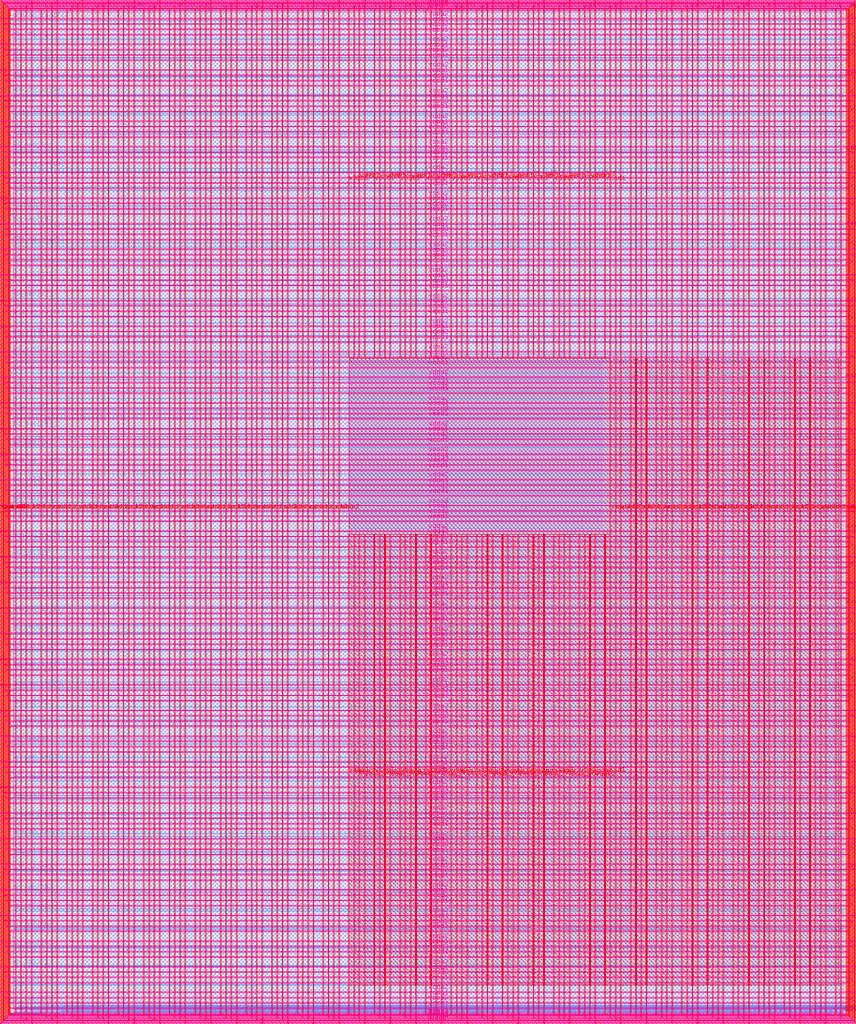
<source format=lef>
VERSION 5.7 ;
  NOWIREEXTENSIONATPIN ON ;
  DIVIDERCHAR "/" ;
  BUSBITCHARS "[]" ;
MACRO user_project_wrapper
  CLASS BLOCK ;
  FOREIGN user_project_wrapper ;
  ORIGIN 0.000 0.000 ;
  SIZE 2920.000 BY 3520.000 ;
  PIN analog_io[0]
    DIRECTION INOUT ;
    USE SIGNAL ;
    PORT
      LAYER met3 ;
        RECT 2917.600 1426.380 2924.800 1427.580 ;
    END
  END analog_io[0]
  PIN analog_io[10]
    DIRECTION INOUT ;
    USE SIGNAL ;
    PORT
      LAYER met2 ;
        RECT 2230.490 3517.600 2231.050 3524.800 ;
    END
  END analog_io[10]
  PIN analog_io[11]
    DIRECTION INOUT ;
    USE SIGNAL ;
    PORT
      LAYER met2 ;
        RECT 1905.730 3517.600 1906.290 3524.800 ;
    END
  END analog_io[11]
  PIN analog_io[12]
    DIRECTION INOUT ;
    USE SIGNAL ;
    PORT
      LAYER met2 ;
        RECT 1581.430 3517.600 1581.990 3524.800 ;
    END
  END analog_io[12]
  PIN analog_io[13]
    DIRECTION INOUT ;
    USE SIGNAL ;
    PORT
      LAYER met2 ;
        RECT 1257.130 3517.600 1257.690 3524.800 ;
    END
  END analog_io[13]
  PIN analog_io[14]
    DIRECTION INOUT ;
    USE SIGNAL ;
    PORT
      LAYER met2 ;
        RECT 932.370 3517.600 932.930 3524.800 ;
    END
  END analog_io[14]
  PIN analog_io[15]
    DIRECTION INOUT ;
    USE SIGNAL ;
    PORT
      LAYER met2 ;
        RECT 608.070 3517.600 608.630 3524.800 ;
    END
  END analog_io[15]
  PIN analog_io[16]
    DIRECTION INOUT ;
    USE SIGNAL ;
    PORT
      LAYER met2 ;
        RECT 283.770 3517.600 284.330 3524.800 ;
    END
  END analog_io[16]
  PIN analog_io[17]
    DIRECTION INOUT ;
    USE SIGNAL ;
    PORT
      LAYER met3 ;
        RECT -4.800 3486.100 2.400 3487.300 ;
    END
  END analog_io[17]
  PIN analog_io[18]
    DIRECTION INOUT ;
    USE SIGNAL ;
    PORT
      LAYER met3 ;
        RECT -4.800 3224.980 2.400 3226.180 ;
    END
  END analog_io[18]
  PIN analog_io[19]
    DIRECTION INOUT ;
    USE SIGNAL ;
    PORT
      LAYER met3 ;
        RECT -4.800 2964.540 2.400 2965.740 ;
    END
  END analog_io[19]
  PIN analog_io[1]
    DIRECTION INOUT ;
    USE SIGNAL ;
    PORT
      LAYER met3 ;
        RECT 2917.600 1692.260 2924.800 1693.460 ;
    END
  END analog_io[1]
  PIN analog_io[20]
    DIRECTION INOUT ;
    USE SIGNAL ;
    PORT
      LAYER met3 ;
        RECT -4.800 2703.420 2.400 2704.620 ;
    END
  END analog_io[20]
  PIN analog_io[21]
    DIRECTION INOUT ;
    USE SIGNAL ;
    PORT
      LAYER met3 ;
        RECT -4.800 2442.980 2.400 2444.180 ;
    END
  END analog_io[21]
  PIN analog_io[22]
    DIRECTION INOUT ;
    USE SIGNAL ;
    PORT
      LAYER met3 ;
        RECT -4.800 2182.540 2.400 2183.740 ;
    END
  END analog_io[22]
  PIN analog_io[23]
    DIRECTION INOUT ;
    USE SIGNAL ;
    PORT
      LAYER met3 ;
        RECT -4.800 1921.420 2.400 1922.620 ;
    END
  END analog_io[23]
  PIN analog_io[24]
    DIRECTION INOUT ;
    USE SIGNAL ;
    PORT
      LAYER met3 ;
        RECT -4.800 1660.980 2.400 1662.180 ;
    END
  END analog_io[24]
  PIN analog_io[25]
    DIRECTION INOUT ;
    USE SIGNAL ;
    PORT
      LAYER met3 ;
        RECT -4.800 1399.860 2.400 1401.060 ;
    END
  END analog_io[25]
  PIN analog_io[26]
    DIRECTION INOUT ;
    USE SIGNAL ;
    PORT
      LAYER met3 ;
        RECT -4.800 1139.420 2.400 1140.620 ;
    END
  END analog_io[26]
  PIN analog_io[27]
    DIRECTION INOUT ;
    USE SIGNAL ;
    PORT
      LAYER met3 ;
        RECT -4.800 878.980 2.400 880.180 ;
    END
  END analog_io[27]
  PIN analog_io[28]
    DIRECTION INOUT ;
    USE SIGNAL ;
    PORT
      LAYER met3 ;
        RECT -4.800 617.860 2.400 619.060 ;
    END
  END analog_io[28]
  PIN analog_io[2]
    DIRECTION INOUT ;
    USE SIGNAL ;
    PORT
      LAYER met3 ;
        RECT 2917.600 1958.140 2924.800 1959.340 ;
    END
  END analog_io[2]
  PIN analog_io[3]
    DIRECTION INOUT ;
    USE SIGNAL ;
    PORT
      LAYER met3 ;
        RECT 2917.600 2223.340 2924.800 2224.540 ;
    END
  END analog_io[3]
  PIN analog_io[4]
    DIRECTION INOUT ;
    USE SIGNAL ;
    PORT
      LAYER met3 ;
        RECT 2917.600 2489.220 2924.800 2490.420 ;
    END
  END analog_io[4]
  PIN analog_io[5]
    DIRECTION INOUT ;
    USE SIGNAL ;
    PORT
      LAYER met3 ;
        RECT 2917.600 2755.100 2924.800 2756.300 ;
    END
  END analog_io[5]
  PIN analog_io[6]
    DIRECTION INOUT ;
    USE SIGNAL ;
    PORT
      LAYER met3 ;
        RECT 2917.600 3020.300 2924.800 3021.500 ;
    END
  END analog_io[6]
  PIN analog_io[7]
    DIRECTION INOUT ;
    USE SIGNAL ;
    PORT
      LAYER met3 ;
        RECT 2917.600 3286.180 2924.800 3287.380 ;
    END
  END analog_io[7]
  PIN analog_io[8]
    DIRECTION INOUT ;
    USE SIGNAL ;
    PORT
      LAYER met2 ;
        RECT 2879.090 3517.600 2879.650 3524.800 ;
    END
  END analog_io[8]
  PIN analog_io[9]
    DIRECTION INOUT ;
    USE SIGNAL ;
    PORT
      LAYER met2 ;
        RECT 2554.790 3517.600 2555.350 3524.800 ;
    END
  END analog_io[9]
  PIN io_in[0]
    DIRECTION INPUT ;
    USE SIGNAL ;
    PORT
      LAYER met3 ;
        RECT 2917.600 32.380 2924.800 33.580 ;
    END
  END io_in[0]
  PIN io_in[10]
    DIRECTION INPUT ;
    USE SIGNAL ;
    PORT
      LAYER met3 ;
        RECT 2917.600 2289.980 2924.800 2291.180 ;
    END
  END io_in[10]
  PIN io_in[11]
    DIRECTION INPUT ;
    USE SIGNAL ;
    PORT
      LAYER met3 ;
        RECT 2917.600 2555.860 2924.800 2557.060 ;
    END
  END io_in[11]
  PIN io_in[12]
    DIRECTION INPUT ;
    USE SIGNAL ;
    PORT
      LAYER met3 ;
        RECT 2917.600 2821.060 2924.800 2822.260 ;
    END
  END io_in[12]
  PIN io_in[13]
    DIRECTION INPUT ;
    USE SIGNAL ;
    PORT
      LAYER met3 ;
        RECT 2917.600 3086.940 2924.800 3088.140 ;
    END
  END io_in[13]
  PIN io_in[14]
    DIRECTION INPUT ;
    USE SIGNAL ;
    PORT
      LAYER met3 ;
        RECT 2917.600 3352.820 2924.800 3354.020 ;
    END
  END io_in[14]
  PIN io_in[15]
    DIRECTION INPUT ;
    USE SIGNAL ;
    PORT
      LAYER met2 ;
        RECT 2798.130 3517.600 2798.690 3524.800 ;
    END
  END io_in[15]
  PIN io_in[16]
    DIRECTION INPUT ;
    USE SIGNAL ;
    PORT
      LAYER met2 ;
        RECT 2473.830 3517.600 2474.390 3524.800 ;
    END
  END io_in[16]
  PIN io_in[17]
    DIRECTION INPUT ;
    USE SIGNAL ;
    PORT
      LAYER met2 ;
        RECT 2149.070 3517.600 2149.630 3524.800 ;
    END
  END io_in[17]
  PIN io_in[18]
    DIRECTION INPUT ;
    USE SIGNAL ;
    PORT
      LAYER met2 ;
        RECT 1824.770 3517.600 1825.330 3524.800 ;
    END
  END io_in[18]
  PIN io_in[19]
    DIRECTION INPUT ;
    USE SIGNAL ;
    PORT
      LAYER met2 ;
        RECT 1500.470 3517.600 1501.030 3524.800 ;
    END
  END io_in[19]
  PIN io_in[1]
    DIRECTION INPUT ;
    USE SIGNAL ;
    PORT
      LAYER met3 ;
        RECT 2917.600 230.940 2924.800 232.140 ;
    END
  END io_in[1]
  PIN io_in[20]
    DIRECTION INPUT ;
    USE SIGNAL ;
    PORT
      LAYER met2 ;
        RECT 1175.710 3517.600 1176.270 3524.800 ;
    END
  END io_in[20]
  PIN io_in[21]
    DIRECTION INPUT ;
    USE SIGNAL ;
    PORT
      LAYER met2 ;
        RECT 851.410 3517.600 851.970 3524.800 ;
    END
  END io_in[21]
  PIN io_in[22]
    DIRECTION INPUT ;
    USE SIGNAL ;
    PORT
      LAYER met2 ;
        RECT 527.110 3517.600 527.670 3524.800 ;
    END
  END io_in[22]
  PIN io_in[23]
    DIRECTION INPUT ;
    USE SIGNAL ;
    PORT
      LAYER met2 ;
        RECT 202.350 3517.600 202.910 3524.800 ;
    END
  END io_in[23]
  PIN io_in[24]
    DIRECTION INPUT ;
    USE SIGNAL ;
    PORT
      LAYER met3 ;
        RECT -4.800 3420.820 2.400 3422.020 ;
    END
  END io_in[24]
  PIN io_in[25]
    DIRECTION INPUT ;
    USE SIGNAL ;
    PORT
      LAYER met3 ;
        RECT -4.800 3159.700 2.400 3160.900 ;
    END
  END io_in[25]
  PIN io_in[26]
    DIRECTION INPUT ;
    USE SIGNAL ;
    PORT
      LAYER met3 ;
        RECT -4.800 2899.260 2.400 2900.460 ;
    END
  END io_in[26]
  PIN io_in[27]
    DIRECTION INPUT ;
    USE SIGNAL ;
    PORT
      LAYER met3 ;
        RECT -4.800 2638.820 2.400 2640.020 ;
    END
  END io_in[27]
  PIN io_in[28]
    DIRECTION INPUT ;
    USE SIGNAL ;
    PORT
      LAYER met3 ;
        RECT -4.800 2377.700 2.400 2378.900 ;
    END
  END io_in[28]
  PIN io_in[29]
    DIRECTION INPUT ;
    USE SIGNAL ;
    PORT
      LAYER met3 ;
        RECT -4.800 2117.260 2.400 2118.460 ;
    END
  END io_in[29]
  PIN io_in[2]
    DIRECTION INPUT ;
    USE SIGNAL ;
    PORT
      LAYER met3 ;
        RECT 2917.600 430.180 2924.800 431.380 ;
    END
  END io_in[2]
  PIN io_in[30]
    DIRECTION INPUT ;
    USE SIGNAL ;
    PORT
      LAYER met3 ;
        RECT -4.800 1856.140 2.400 1857.340 ;
    END
  END io_in[30]
  PIN io_in[31]
    DIRECTION INPUT ;
    USE SIGNAL ;
    PORT
      LAYER met3 ;
        RECT -4.800 1595.700 2.400 1596.900 ;
    END
  END io_in[31]
  PIN io_in[32]
    DIRECTION INPUT ;
    USE SIGNAL ;
    PORT
      LAYER met3 ;
        RECT -4.800 1335.260 2.400 1336.460 ;
    END
  END io_in[32]
  PIN io_in[33]
    DIRECTION INPUT ;
    USE SIGNAL ;
    PORT
      LAYER met3 ;
        RECT -4.800 1074.140 2.400 1075.340 ;
    END
  END io_in[33]
  PIN io_in[34]
    DIRECTION INPUT ;
    USE SIGNAL ;
    PORT
      LAYER met3 ;
        RECT -4.800 813.700 2.400 814.900 ;
    END
  END io_in[34]
  PIN io_in[35]
    DIRECTION INPUT ;
    USE SIGNAL ;
    PORT
      LAYER met3 ;
        RECT -4.800 552.580 2.400 553.780 ;
    END
  END io_in[35]
  PIN io_in[36]
    DIRECTION INPUT ;
    USE SIGNAL ;
    PORT
      LAYER met3 ;
        RECT -4.800 357.420 2.400 358.620 ;
    END
  END io_in[36]
  PIN io_in[37]
    DIRECTION INPUT ;
    USE SIGNAL ;
    PORT
      LAYER met3 ;
        RECT -4.800 161.580 2.400 162.780 ;
    END
  END io_in[37]
  PIN io_in[3]
    DIRECTION INPUT ;
    USE SIGNAL ;
    PORT
      LAYER met3 ;
        RECT 2917.600 629.420 2924.800 630.620 ;
    END
  END io_in[3]
  PIN io_in[4]
    DIRECTION INPUT ;
    USE SIGNAL ;
    PORT
      LAYER met3 ;
        RECT 2917.600 828.660 2924.800 829.860 ;
    END
  END io_in[4]
  PIN io_in[5]
    DIRECTION INPUT ;
    USE SIGNAL ;
    PORT
      LAYER met3 ;
        RECT 2917.600 1027.900 2924.800 1029.100 ;
    END
  END io_in[5]
  PIN io_in[6]
    DIRECTION INPUT ;
    USE SIGNAL ;
    PORT
      LAYER met3 ;
        RECT 2917.600 1227.140 2924.800 1228.340 ;
    END
  END io_in[6]
  PIN io_in[7]
    DIRECTION INPUT ;
    USE SIGNAL ;
    PORT
      LAYER met3 ;
        RECT 2917.600 1493.020 2924.800 1494.220 ;
    END
  END io_in[7]
  PIN io_in[8]
    DIRECTION INPUT ;
    USE SIGNAL ;
    PORT
      LAYER met3 ;
        RECT 2917.600 1758.900 2924.800 1760.100 ;
    END
  END io_in[8]
  PIN io_in[9]
    DIRECTION INPUT ;
    USE SIGNAL ;
    PORT
      LAYER met3 ;
        RECT 2917.600 2024.100 2924.800 2025.300 ;
    END
  END io_in[9]
  PIN io_oeb[0]
    DIRECTION OUTPUT TRISTATE ;
    USE SIGNAL ;
    PORT
      LAYER met3 ;
        RECT 2917.600 164.980 2924.800 166.180 ;
    END
  END io_oeb[0]
  PIN io_oeb[10]
    DIRECTION OUTPUT TRISTATE ;
    USE SIGNAL ;
    PORT
      LAYER met3 ;
        RECT 2917.600 2422.580 2924.800 2423.780 ;
    END
  END io_oeb[10]
  PIN io_oeb[11]
    DIRECTION OUTPUT TRISTATE ;
    USE SIGNAL ;
    PORT
      LAYER met3 ;
        RECT 2917.600 2688.460 2924.800 2689.660 ;
    END
  END io_oeb[11]
  PIN io_oeb[12]
    DIRECTION OUTPUT TRISTATE ;
    USE SIGNAL ;
    PORT
      LAYER met3 ;
        RECT 2917.600 2954.340 2924.800 2955.540 ;
    END
  END io_oeb[12]
  PIN io_oeb[13]
    DIRECTION OUTPUT TRISTATE ;
    USE SIGNAL ;
    PORT
      LAYER met3 ;
        RECT 2917.600 3219.540 2924.800 3220.740 ;
    END
  END io_oeb[13]
  PIN io_oeb[14]
    DIRECTION OUTPUT TRISTATE ;
    USE SIGNAL ;
    PORT
      LAYER met3 ;
        RECT 2917.600 3485.420 2924.800 3486.620 ;
    END
  END io_oeb[14]
  PIN io_oeb[15]
    DIRECTION OUTPUT TRISTATE ;
    USE SIGNAL ;
    PORT
      LAYER met2 ;
        RECT 2635.750 3517.600 2636.310 3524.800 ;
    END
  END io_oeb[15]
  PIN io_oeb[16]
    DIRECTION OUTPUT TRISTATE ;
    USE SIGNAL ;
    PORT
      LAYER met2 ;
        RECT 2311.450 3517.600 2312.010 3524.800 ;
    END
  END io_oeb[16]
  PIN io_oeb[17]
    DIRECTION OUTPUT TRISTATE ;
    USE SIGNAL ;
    PORT
      LAYER met2 ;
        RECT 1987.150 3517.600 1987.710 3524.800 ;
    END
  END io_oeb[17]
  PIN io_oeb[18]
    DIRECTION OUTPUT TRISTATE ;
    USE SIGNAL ;
    PORT
      LAYER met2 ;
        RECT 1662.390 3517.600 1662.950 3524.800 ;
    END
  END io_oeb[18]
  PIN io_oeb[19]
    DIRECTION OUTPUT TRISTATE ;
    USE SIGNAL ;
    PORT
      LAYER met2 ;
        RECT 1338.090 3517.600 1338.650 3524.800 ;
    END
  END io_oeb[19]
  PIN io_oeb[1]
    DIRECTION OUTPUT TRISTATE ;
    USE SIGNAL ;
    PORT
      LAYER met3 ;
        RECT 2917.600 364.220 2924.800 365.420 ;
    END
  END io_oeb[1]
  PIN io_oeb[20]
    DIRECTION OUTPUT TRISTATE ;
    USE SIGNAL ;
    PORT
      LAYER met2 ;
        RECT 1013.790 3517.600 1014.350 3524.800 ;
    END
  END io_oeb[20]
  PIN io_oeb[21]
    DIRECTION OUTPUT TRISTATE ;
    USE SIGNAL ;
    PORT
      LAYER met2 ;
        RECT 689.030 3517.600 689.590 3524.800 ;
    END
  END io_oeb[21]
  PIN io_oeb[22]
    DIRECTION OUTPUT TRISTATE ;
    USE SIGNAL ;
    PORT
      LAYER met2 ;
        RECT 364.730 3517.600 365.290 3524.800 ;
    END
  END io_oeb[22]
  PIN io_oeb[23]
    DIRECTION OUTPUT TRISTATE ;
    USE SIGNAL ;
    PORT
      LAYER met2 ;
        RECT 40.430 3517.600 40.990 3524.800 ;
    END
  END io_oeb[23]
  PIN io_oeb[24]
    DIRECTION OUTPUT TRISTATE ;
    USE SIGNAL ;
    PORT
      LAYER met3 ;
        RECT -4.800 3290.260 2.400 3291.460 ;
    END
  END io_oeb[24]
  PIN io_oeb[25]
    DIRECTION OUTPUT TRISTATE ;
    USE SIGNAL ;
    PORT
      LAYER met3 ;
        RECT -4.800 3029.820 2.400 3031.020 ;
    END
  END io_oeb[25]
  PIN io_oeb[26]
    DIRECTION OUTPUT TRISTATE ;
    USE SIGNAL ;
    PORT
      LAYER met3 ;
        RECT -4.800 2768.700 2.400 2769.900 ;
    END
  END io_oeb[26]
  PIN io_oeb[27]
    DIRECTION OUTPUT TRISTATE ;
    USE SIGNAL ;
    PORT
      LAYER met3 ;
        RECT -4.800 2508.260 2.400 2509.460 ;
    END
  END io_oeb[27]
  PIN io_oeb[28]
    DIRECTION OUTPUT TRISTATE ;
    USE SIGNAL ;
    PORT
      LAYER met3 ;
        RECT -4.800 2247.140 2.400 2248.340 ;
    END
  END io_oeb[28]
  PIN io_oeb[29]
    DIRECTION OUTPUT TRISTATE ;
    USE SIGNAL ;
    PORT
      LAYER met3 ;
        RECT -4.800 1986.700 2.400 1987.900 ;
    END
  END io_oeb[29]
  PIN io_oeb[2]
    DIRECTION OUTPUT TRISTATE ;
    USE SIGNAL ;
    PORT
      LAYER met3 ;
        RECT 2917.600 563.460 2924.800 564.660 ;
    END
  END io_oeb[2]
  PIN io_oeb[30]
    DIRECTION OUTPUT TRISTATE ;
    USE SIGNAL ;
    PORT
      LAYER met3 ;
        RECT -4.800 1726.260 2.400 1727.460 ;
    END
  END io_oeb[30]
  PIN io_oeb[31]
    DIRECTION OUTPUT TRISTATE ;
    USE SIGNAL ;
    PORT
      LAYER met3 ;
        RECT -4.800 1465.140 2.400 1466.340 ;
    END
  END io_oeb[31]
  PIN io_oeb[32]
    DIRECTION OUTPUT TRISTATE ;
    USE SIGNAL ;
    PORT
      LAYER met3 ;
        RECT -4.800 1204.700 2.400 1205.900 ;
    END
  END io_oeb[32]
  PIN io_oeb[33]
    DIRECTION OUTPUT TRISTATE ;
    USE SIGNAL ;
    PORT
      LAYER met3 ;
        RECT -4.800 943.580 2.400 944.780 ;
    END
  END io_oeb[33]
  PIN io_oeb[34]
    DIRECTION OUTPUT TRISTATE ;
    USE SIGNAL ;
    PORT
      LAYER met3 ;
        RECT -4.800 683.140 2.400 684.340 ;
    END
  END io_oeb[34]
  PIN io_oeb[35]
    DIRECTION OUTPUT TRISTATE ;
    USE SIGNAL ;
    PORT
      LAYER met3 ;
        RECT -4.800 422.700 2.400 423.900 ;
    END
  END io_oeb[35]
  PIN io_oeb[36]
    DIRECTION OUTPUT TRISTATE ;
    USE SIGNAL ;
    PORT
      LAYER met3 ;
        RECT -4.800 226.860 2.400 228.060 ;
    END
  END io_oeb[36]
  PIN io_oeb[37]
    DIRECTION OUTPUT TRISTATE ;
    USE SIGNAL ;
    PORT
      LAYER met3 ;
        RECT -4.800 31.700 2.400 32.900 ;
    END
  END io_oeb[37]
  PIN io_oeb[3]
    DIRECTION OUTPUT TRISTATE ;
    USE SIGNAL ;
    PORT
      LAYER met3 ;
        RECT 2917.600 762.700 2924.800 763.900 ;
    END
  END io_oeb[3]
  PIN io_oeb[4]
    DIRECTION OUTPUT TRISTATE ;
    USE SIGNAL ;
    PORT
      LAYER met3 ;
        RECT 2917.600 961.940 2924.800 963.140 ;
    END
  END io_oeb[4]
  PIN io_oeb[5]
    DIRECTION OUTPUT TRISTATE ;
    USE SIGNAL ;
    PORT
      LAYER met3 ;
        RECT 2917.600 1161.180 2924.800 1162.380 ;
    END
  END io_oeb[5]
  PIN io_oeb[6]
    DIRECTION OUTPUT TRISTATE ;
    USE SIGNAL ;
    PORT
      LAYER met3 ;
        RECT 2917.600 1360.420 2924.800 1361.620 ;
    END
  END io_oeb[6]
  PIN io_oeb[7]
    DIRECTION OUTPUT TRISTATE ;
    USE SIGNAL ;
    PORT
      LAYER met3 ;
        RECT 2917.600 1625.620 2924.800 1626.820 ;
    END
  END io_oeb[7]
  PIN io_oeb[8]
    DIRECTION OUTPUT TRISTATE ;
    USE SIGNAL ;
    PORT
      LAYER met3 ;
        RECT 2917.600 1891.500 2924.800 1892.700 ;
    END
  END io_oeb[8]
  PIN io_oeb[9]
    DIRECTION OUTPUT TRISTATE ;
    USE SIGNAL ;
    PORT
      LAYER met3 ;
        RECT 2917.600 2157.380 2924.800 2158.580 ;
    END
  END io_oeb[9]
  PIN io_out[0]
    DIRECTION OUTPUT TRISTATE ;
    USE SIGNAL ;
    PORT
      LAYER met3 ;
        RECT 2917.600 98.340 2924.800 99.540 ;
    END
  END io_out[0]
  PIN io_out[10]
    DIRECTION OUTPUT TRISTATE ;
    USE SIGNAL ;
    PORT
      LAYER met3 ;
        RECT 2917.600 2356.620 2924.800 2357.820 ;
    END
  END io_out[10]
  PIN io_out[11]
    DIRECTION OUTPUT TRISTATE ;
    USE SIGNAL ;
    PORT
      LAYER met3 ;
        RECT 2917.600 2621.820 2924.800 2623.020 ;
    END
  END io_out[11]
  PIN io_out[12]
    DIRECTION OUTPUT TRISTATE ;
    USE SIGNAL ;
    PORT
      LAYER met3 ;
        RECT 2917.600 2887.700 2924.800 2888.900 ;
    END
  END io_out[12]
  PIN io_out[13]
    DIRECTION OUTPUT TRISTATE ;
    USE SIGNAL ;
    PORT
      LAYER met3 ;
        RECT 2917.600 3153.580 2924.800 3154.780 ;
    END
  END io_out[13]
  PIN io_out[14]
    DIRECTION OUTPUT TRISTATE ;
    USE SIGNAL ;
    PORT
      LAYER met3 ;
        RECT 2917.600 3418.780 2924.800 3419.980 ;
    END
  END io_out[14]
  PIN io_out[15]
    DIRECTION OUTPUT TRISTATE ;
    USE SIGNAL ;
    PORT
      LAYER met2 ;
        RECT 2717.170 3517.600 2717.730 3524.800 ;
    END
  END io_out[15]
  PIN io_out[16]
    DIRECTION OUTPUT TRISTATE ;
    USE SIGNAL ;
    PORT
      LAYER met2 ;
        RECT 2392.410 3517.600 2392.970 3524.800 ;
    END
  END io_out[16]
  PIN io_out[17]
    DIRECTION OUTPUT TRISTATE ;
    USE SIGNAL ;
    PORT
      LAYER met2 ;
        RECT 2068.110 3517.600 2068.670 3524.800 ;
    END
  END io_out[17]
  PIN io_out[18]
    DIRECTION OUTPUT TRISTATE ;
    USE SIGNAL ;
    PORT
      LAYER met2 ;
        RECT 1743.810 3517.600 1744.370 3524.800 ;
    END
  END io_out[18]
  PIN io_out[19]
    DIRECTION OUTPUT TRISTATE ;
    USE SIGNAL ;
    PORT
      LAYER met2 ;
        RECT 1419.050 3517.600 1419.610 3524.800 ;
    END
  END io_out[19]
  PIN io_out[1]
    DIRECTION OUTPUT TRISTATE ;
    USE SIGNAL ;
    PORT
      LAYER met3 ;
        RECT 2917.600 297.580 2924.800 298.780 ;
    END
  END io_out[1]
  PIN io_out[20]
    DIRECTION OUTPUT TRISTATE ;
    USE SIGNAL ;
    PORT
      LAYER met2 ;
        RECT 1094.750 3517.600 1095.310 3524.800 ;
    END
  END io_out[20]
  PIN io_out[21]
    DIRECTION OUTPUT TRISTATE ;
    USE SIGNAL ;
    PORT
      LAYER met2 ;
        RECT 770.450 3517.600 771.010 3524.800 ;
    END
  END io_out[21]
  PIN io_out[22]
    DIRECTION OUTPUT TRISTATE ;
    USE SIGNAL ;
    PORT
      LAYER met2 ;
        RECT 445.690 3517.600 446.250 3524.800 ;
    END
  END io_out[22]
  PIN io_out[23]
    DIRECTION OUTPUT TRISTATE ;
    USE SIGNAL ;
    PORT
      LAYER met2 ;
        RECT 121.390 3517.600 121.950 3524.800 ;
    END
  END io_out[23]
  PIN io_out[24]
    DIRECTION OUTPUT TRISTATE ;
    USE SIGNAL ;
    PORT
      LAYER met3 ;
        RECT -4.800 3355.540 2.400 3356.740 ;
    END
  END io_out[24]
  PIN io_out[25]
    DIRECTION OUTPUT TRISTATE ;
    USE SIGNAL ;
    PORT
      LAYER met3 ;
        RECT -4.800 3095.100 2.400 3096.300 ;
    END
  END io_out[25]
  PIN io_out[26]
    DIRECTION OUTPUT TRISTATE ;
    USE SIGNAL ;
    PORT
      LAYER met3 ;
        RECT -4.800 2833.980 2.400 2835.180 ;
    END
  END io_out[26]
  PIN io_out[27]
    DIRECTION OUTPUT TRISTATE ;
    USE SIGNAL ;
    PORT
      LAYER met3 ;
        RECT -4.800 2573.540 2.400 2574.740 ;
    END
  END io_out[27]
  PIN io_out[28]
    DIRECTION OUTPUT TRISTATE ;
    USE SIGNAL ;
    PORT
      LAYER met3 ;
        RECT -4.800 2312.420 2.400 2313.620 ;
    END
  END io_out[28]
  PIN io_out[29]
    DIRECTION OUTPUT TRISTATE ;
    USE SIGNAL ;
    PORT
      LAYER met3 ;
        RECT -4.800 2051.980 2.400 2053.180 ;
    END
  END io_out[29]
  PIN io_out[2]
    DIRECTION OUTPUT TRISTATE ;
    USE SIGNAL ;
    PORT
      LAYER met3 ;
        RECT 2917.600 496.820 2924.800 498.020 ;
    END
  END io_out[2]
  PIN io_out[30]
    DIRECTION OUTPUT TRISTATE ;
    USE SIGNAL ;
    PORT
      LAYER met3 ;
        RECT -4.800 1791.540 2.400 1792.740 ;
    END
  END io_out[30]
  PIN io_out[31]
    DIRECTION OUTPUT TRISTATE ;
    USE SIGNAL ;
    PORT
      LAYER met3 ;
        RECT -4.800 1530.420 2.400 1531.620 ;
    END
  END io_out[31]
  PIN io_out[32]
    DIRECTION OUTPUT TRISTATE ;
    USE SIGNAL ;
    PORT
      LAYER met3 ;
        RECT -4.800 1269.980 2.400 1271.180 ;
    END
  END io_out[32]
  PIN io_out[33]
    DIRECTION OUTPUT TRISTATE ;
    USE SIGNAL ;
    PORT
      LAYER met3 ;
        RECT -4.800 1008.860 2.400 1010.060 ;
    END
  END io_out[33]
  PIN io_out[34]
    DIRECTION OUTPUT TRISTATE ;
    USE SIGNAL ;
    PORT
      LAYER met3 ;
        RECT -4.800 748.420 2.400 749.620 ;
    END
  END io_out[34]
  PIN io_out[35]
    DIRECTION OUTPUT TRISTATE ;
    USE SIGNAL ;
    PORT
      LAYER met3 ;
        RECT -4.800 487.300 2.400 488.500 ;
    END
  END io_out[35]
  PIN io_out[36]
    DIRECTION OUTPUT TRISTATE ;
    USE SIGNAL ;
    PORT
      LAYER met3 ;
        RECT -4.800 292.140 2.400 293.340 ;
    END
  END io_out[36]
  PIN io_out[37]
    DIRECTION OUTPUT TRISTATE ;
    USE SIGNAL ;
    PORT
      LAYER met3 ;
        RECT -4.800 96.300 2.400 97.500 ;
    END
  END io_out[37]
  PIN io_out[3]
    DIRECTION OUTPUT TRISTATE ;
    USE SIGNAL ;
    PORT
      LAYER met3 ;
        RECT 2917.600 696.060 2924.800 697.260 ;
    END
  END io_out[3]
  PIN io_out[4]
    DIRECTION OUTPUT TRISTATE ;
    USE SIGNAL ;
    PORT
      LAYER met3 ;
        RECT 2917.600 895.300 2924.800 896.500 ;
    END
  END io_out[4]
  PIN io_out[5]
    DIRECTION OUTPUT TRISTATE ;
    USE SIGNAL ;
    PORT
      LAYER met3 ;
        RECT 2917.600 1094.540 2924.800 1095.740 ;
    END
  END io_out[5]
  PIN io_out[6]
    DIRECTION OUTPUT TRISTATE ;
    USE SIGNAL ;
    PORT
      LAYER met3 ;
        RECT 2917.600 1293.780 2924.800 1294.980 ;
    END
  END io_out[6]
  PIN io_out[7]
    DIRECTION OUTPUT TRISTATE ;
    USE SIGNAL ;
    PORT
      LAYER met3 ;
        RECT 2917.600 1559.660 2924.800 1560.860 ;
    END
  END io_out[7]
  PIN io_out[8]
    DIRECTION OUTPUT TRISTATE ;
    USE SIGNAL ;
    PORT
      LAYER met3 ;
        RECT 2917.600 1824.860 2924.800 1826.060 ;
    END
  END io_out[8]
  PIN io_out[9]
    DIRECTION OUTPUT TRISTATE ;
    USE SIGNAL ;
    PORT
      LAYER met3 ;
        RECT 2917.600 2090.740 2924.800 2091.940 ;
    END
  END io_out[9]
  PIN la_data_in[0]
    DIRECTION INPUT ;
    USE SIGNAL ;
    PORT
      LAYER met2 ;
        RECT 629.230 -4.800 629.790 2.400 ;
    END
  END la_data_in[0]
  PIN la_data_in[100]
    DIRECTION INPUT ;
    USE SIGNAL ;
    PORT
      LAYER met2 ;
        RECT 2402.530 -4.800 2403.090 2.400 ;
    END
  END la_data_in[100]
  PIN la_data_in[101]
    DIRECTION INPUT ;
    USE SIGNAL ;
    PORT
      LAYER met2 ;
        RECT 2420.010 -4.800 2420.570 2.400 ;
    END
  END la_data_in[101]
  PIN la_data_in[102]
    DIRECTION INPUT ;
    USE SIGNAL ;
    PORT
      LAYER met2 ;
        RECT 2437.950 -4.800 2438.510 2.400 ;
    END
  END la_data_in[102]
  PIN la_data_in[103]
    DIRECTION INPUT ;
    USE SIGNAL ;
    PORT
      LAYER met2 ;
        RECT 2455.430 -4.800 2455.990 2.400 ;
    END
  END la_data_in[103]
  PIN la_data_in[104]
    DIRECTION INPUT ;
    USE SIGNAL ;
    PORT
      LAYER met2 ;
        RECT 2473.370 -4.800 2473.930 2.400 ;
    END
  END la_data_in[104]
  PIN la_data_in[105]
    DIRECTION INPUT ;
    USE SIGNAL ;
    PORT
      LAYER met2 ;
        RECT 2490.850 -4.800 2491.410 2.400 ;
    END
  END la_data_in[105]
  PIN la_data_in[106]
    DIRECTION INPUT ;
    USE SIGNAL ;
    PORT
      LAYER met2 ;
        RECT 2508.790 -4.800 2509.350 2.400 ;
    END
  END la_data_in[106]
  PIN la_data_in[107]
    DIRECTION INPUT ;
    USE SIGNAL ;
    PORT
      LAYER met2 ;
        RECT 2526.730 -4.800 2527.290 2.400 ;
    END
  END la_data_in[107]
  PIN la_data_in[108]
    DIRECTION INPUT ;
    USE SIGNAL ;
    PORT
      LAYER met2 ;
        RECT 2544.210 -4.800 2544.770 2.400 ;
    END
  END la_data_in[108]
  PIN la_data_in[109]
    DIRECTION INPUT ;
    USE SIGNAL ;
    PORT
      LAYER met2 ;
        RECT 2562.150 -4.800 2562.710 2.400 ;
    END
  END la_data_in[109]
  PIN la_data_in[10]
    DIRECTION INPUT ;
    USE SIGNAL ;
    PORT
      LAYER met2 ;
        RECT 806.330 -4.800 806.890 2.400 ;
    END
  END la_data_in[10]
  PIN la_data_in[110]
    DIRECTION INPUT ;
    USE SIGNAL ;
    PORT
      LAYER met2 ;
        RECT 2579.630 -4.800 2580.190 2.400 ;
    END
  END la_data_in[110]
  PIN la_data_in[111]
    DIRECTION INPUT ;
    USE SIGNAL ;
    PORT
      LAYER met2 ;
        RECT 2597.570 -4.800 2598.130 2.400 ;
    END
  END la_data_in[111]
  PIN la_data_in[112]
    DIRECTION INPUT ;
    USE SIGNAL ;
    PORT
      LAYER met2 ;
        RECT 2615.050 -4.800 2615.610 2.400 ;
    END
  END la_data_in[112]
  PIN la_data_in[113]
    DIRECTION INPUT ;
    USE SIGNAL ;
    PORT
      LAYER met2 ;
        RECT 2632.990 -4.800 2633.550 2.400 ;
    END
  END la_data_in[113]
  PIN la_data_in[114]
    DIRECTION INPUT ;
    USE SIGNAL ;
    PORT
      LAYER met2 ;
        RECT 2650.470 -4.800 2651.030 2.400 ;
    END
  END la_data_in[114]
  PIN la_data_in[115]
    DIRECTION INPUT ;
    USE SIGNAL ;
    PORT
      LAYER met2 ;
        RECT 2668.410 -4.800 2668.970 2.400 ;
    END
  END la_data_in[115]
  PIN la_data_in[116]
    DIRECTION INPUT ;
    USE SIGNAL ;
    PORT
      LAYER met2 ;
        RECT 2685.890 -4.800 2686.450 2.400 ;
    END
  END la_data_in[116]
  PIN la_data_in[117]
    DIRECTION INPUT ;
    USE SIGNAL ;
    PORT
      LAYER met2 ;
        RECT 2703.830 -4.800 2704.390 2.400 ;
    END
  END la_data_in[117]
  PIN la_data_in[118]
    DIRECTION INPUT ;
    USE SIGNAL ;
    PORT
      LAYER met2 ;
        RECT 2721.770 -4.800 2722.330 2.400 ;
    END
  END la_data_in[118]
  PIN la_data_in[119]
    DIRECTION INPUT ;
    USE SIGNAL ;
    PORT
      LAYER met2 ;
        RECT 2739.250 -4.800 2739.810 2.400 ;
    END
  END la_data_in[119]
  PIN la_data_in[11]
    DIRECTION INPUT ;
    USE SIGNAL ;
    PORT
      LAYER met2 ;
        RECT 824.270 -4.800 824.830 2.400 ;
    END
  END la_data_in[11]
  PIN la_data_in[120]
    DIRECTION INPUT ;
    USE SIGNAL ;
    PORT
      LAYER met2 ;
        RECT 2757.190 -4.800 2757.750 2.400 ;
    END
  END la_data_in[120]
  PIN la_data_in[121]
    DIRECTION INPUT ;
    USE SIGNAL ;
    PORT
      LAYER met2 ;
        RECT 2774.670 -4.800 2775.230 2.400 ;
    END
  END la_data_in[121]
  PIN la_data_in[122]
    DIRECTION INPUT ;
    USE SIGNAL ;
    PORT
      LAYER met2 ;
        RECT 2792.610 -4.800 2793.170 2.400 ;
    END
  END la_data_in[122]
  PIN la_data_in[123]
    DIRECTION INPUT ;
    USE SIGNAL ;
    PORT
      LAYER met2 ;
        RECT 2810.090 -4.800 2810.650 2.400 ;
    END
  END la_data_in[123]
  PIN la_data_in[124]
    DIRECTION INPUT ;
    USE SIGNAL ;
    PORT
      LAYER met2 ;
        RECT 2828.030 -4.800 2828.590 2.400 ;
    END
  END la_data_in[124]
  PIN la_data_in[125]
    DIRECTION INPUT ;
    USE SIGNAL ;
    PORT
      LAYER met2 ;
        RECT 2845.510 -4.800 2846.070 2.400 ;
    END
  END la_data_in[125]
  PIN la_data_in[126]
    DIRECTION INPUT ;
    USE SIGNAL ;
    PORT
      LAYER met2 ;
        RECT 2863.450 -4.800 2864.010 2.400 ;
    END
  END la_data_in[126]
  PIN la_data_in[127]
    DIRECTION INPUT ;
    USE SIGNAL ;
    PORT
      LAYER met2 ;
        RECT 2881.390 -4.800 2881.950 2.400 ;
    END
  END la_data_in[127]
  PIN la_data_in[12]
    DIRECTION INPUT ;
    USE SIGNAL ;
    PORT
      LAYER met2 ;
        RECT 841.750 -4.800 842.310 2.400 ;
    END
  END la_data_in[12]
  PIN la_data_in[13]
    DIRECTION INPUT ;
    USE SIGNAL ;
    PORT
      LAYER met2 ;
        RECT 859.690 -4.800 860.250 2.400 ;
    END
  END la_data_in[13]
  PIN la_data_in[14]
    DIRECTION INPUT ;
    USE SIGNAL ;
    PORT
      LAYER met2 ;
        RECT 877.170 -4.800 877.730 2.400 ;
    END
  END la_data_in[14]
  PIN la_data_in[15]
    DIRECTION INPUT ;
    USE SIGNAL ;
    PORT
      LAYER met2 ;
        RECT 895.110 -4.800 895.670 2.400 ;
    END
  END la_data_in[15]
  PIN la_data_in[16]
    DIRECTION INPUT ;
    USE SIGNAL ;
    PORT
      LAYER met2 ;
        RECT 912.590 -4.800 913.150 2.400 ;
    END
  END la_data_in[16]
  PIN la_data_in[17]
    DIRECTION INPUT ;
    USE SIGNAL ;
    PORT
      LAYER met2 ;
        RECT 930.530 -4.800 931.090 2.400 ;
    END
  END la_data_in[17]
  PIN la_data_in[18]
    DIRECTION INPUT ;
    USE SIGNAL ;
    PORT
      LAYER met2 ;
        RECT 948.470 -4.800 949.030 2.400 ;
    END
  END la_data_in[18]
  PIN la_data_in[19]
    DIRECTION INPUT ;
    USE SIGNAL ;
    PORT
      LAYER met2 ;
        RECT 965.950 -4.800 966.510 2.400 ;
    END
  END la_data_in[19]
  PIN la_data_in[1]
    DIRECTION INPUT ;
    USE SIGNAL ;
    PORT
      LAYER met2 ;
        RECT 646.710 -4.800 647.270 2.400 ;
    END
  END la_data_in[1]
  PIN la_data_in[20]
    DIRECTION INPUT ;
    USE SIGNAL ;
    PORT
      LAYER met2 ;
        RECT 983.890 -4.800 984.450 2.400 ;
    END
  END la_data_in[20]
  PIN la_data_in[21]
    DIRECTION INPUT ;
    USE SIGNAL ;
    PORT
      LAYER met2 ;
        RECT 1001.370 -4.800 1001.930 2.400 ;
    END
  END la_data_in[21]
  PIN la_data_in[22]
    DIRECTION INPUT ;
    USE SIGNAL ;
    PORT
      LAYER met2 ;
        RECT 1019.310 -4.800 1019.870 2.400 ;
    END
  END la_data_in[22]
  PIN la_data_in[23]
    DIRECTION INPUT ;
    USE SIGNAL ;
    PORT
      LAYER met2 ;
        RECT 1036.790 -4.800 1037.350 2.400 ;
    END
  END la_data_in[23]
  PIN la_data_in[24]
    DIRECTION INPUT ;
    USE SIGNAL ;
    PORT
      LAYER met2 ;
        RECT 1054.730 -4.800 1055.290 2.400 ;
    END
  END la_data_in[24]
  PIN la_data_in[25]
    DIRECTION INPUT ;
    USE SIGNAL ;
    PORT
      LAYER met2 ;
        RECT 1072.210 -4.800 1072.770 2.400 ;
    END
  END la_data_in[25]
  PIN la_data_in[26]
    DIRECTION INPUT ;
    USE SIGNAL ;
    PORT
      LAYER met2 ;
        RECT 1090.150 -4.800 1090.710 2.400 ;
    END
  END la_data_in[26]
  PIN la_data_in[27]
    DIRECTION INPUT ;
    USE SIGNAL ;
    PORT
      LAYER met2 ;
        RECT 1107.630 -4.800 1108.190 2.400 ;
    END
  END la_data_in[27]
  PIN la_data_in[28]
    DIRECTION INPUT ;
    USE SIGNAL ;
    PORT
      LAYER met2 ;
        RECT 1125.570 -4.800 1126.130 2.400 ;
    END
  END la_data_in[28]
  PIN la_data_in[29]
    DIRECTION INPUT ;
    USE SIGNAL ;
    PORT
      LAYER met2 ;
        RECT 1143.510 -4.800 1144.070 2.400 ;
    END
  END la_data_in[29]
  PIN la_data_in[2]
    DIRECTION INPUT ;
    USE SIGNAL ;
    PORT
      LAYER met2 ;
        RECT 664.650 -4.800 665.210 2.400 ;
    END
  END la_data_in[2]
  PIN la_data_in[30]
    DIRECTION INPUT ;
    USE SIGNAL ;
    PORT
      LAYER met2 ;
        RECT 1160.990 -4.800 1161.550 2.400 ;
    END
  END la_data_in[30]
  PIN la_data_in[31]
    DIRECTION INPUT ;
    USE SIGNAL ;
    PORT
      LAYER met2 ;
        RECT 1178.930 -4.800 1179.490 2.400 ;
    END
  END la_data_in[31]
  PIN la_data_in[32]
    DIRECTION INPUT ;
    USE SIGNAL ;
    PORT
      LAYER met2 ;
        RECT 1196.410 -4.800 1196.970 2.400 ;
    END
  END la_data_in[32]
  PIN la_data_in[33]
    DIRECTION INPUT ;
    USE SIGNAL ;
    PORT
      LAYER met2 ;
        RECT 1214.350 -4.800 1214.910 2.400 ;
    END
  END la_data_in[33]
  PIN la_data_in[34]
    DIRECTION INPUT ;
    USE SIGNAL ;
    PORT
      LAYER met2 ;
        RECT 1231.830 -4.800 1232.390 2.400 ;
    END
  END la_data_in[34]
  PIN la_data_in[35]
    DIRECTION INPUT ;
    USE SIGNAL ;
    PORT
      LAYER met2 ;
        RECT 1249.770 -4.800 1250.330 2.400 ;
    END
  END la_data_in[35]
  PIN la_data_in[36]
    DIRECTION INPUT ;
    USE SIGNAL ;
    PORT
      LAYER met2 ;
        RECT 1267.250 -4.800 1267.810 2.400 ;
    END
  END la_data_in[36]
  PIN la_data_in[37]
    DIRECTION INPUT ;
    USE SIGNAL ;
    PORT
      LAYER met2 ;
        RECT 1285.190 -4.800 1285.750 2.400 ;
    END
  END la_data_in[37]
  PIN la_data_in[38]
    DIRECTION INPUT ;
    USE SIGNAL ;
    PORT
      LAYER met2 ;
        RECT 1303.130 -4.800 1303.690 2.400 ;
    END
  END la_data_in[38]
  PIN la_data_in[39]
    DIRECTION INPUT ;
    USE SIGNAL ;
    PORT
      LAYER met2 ;
        RECT 1320.610 -4.800 1321.170 2.400 ;
    END
  END la_data_in[39]
  PIN la_data_in[3]
    DIRECTION INPUT ;
    USE SIGNAL ;
    PORT
      LAYER met2 ;
        RECT 682.130 -4.800 682.690 2.400 ;
    END
  END la_data_in[3]
  PIN la_data_in[40]
    DIRECTION INPUT ;
    USE SIGNAL ;
    PORT
      LAYER met2 ;
        RECT 1338.550 -4.800 1339.110 2.400 ;
    END
  END la_data_in[40]
  PIN la_data_in[41]
    DIRECTION INPUT ;
    USE SIGNAL ;
    PORT
      LAYER met2 ;
        RECT 1356.030 -4.800 1356.590 2.400 ;
    END
  END la_data_in[41]
  PIN la_data_in[42]
    DIRECTION INPUT ;
    USE SIGNAL ;
    PORT
      LAYER met2 ;
        RECT 1373.970 -4.800 1374.530 2.400 ;
    END
  END la_data_in[42]
  PIN la_data_in[43]
    DIRECTION INPUT ;
    USE SIGNAL ;
    PORT
      LAYER met2 ;
        RECT 1391.450 -4.800 1392.010 2.400 ;
    END
  END la_data_in[43]
  PIN la_data_in[44]
    DIRECTION INPUT ;
    USE SIGNAL ;
    PORT
      LAYER met2 ;
        RECT 1409.390 -4.800 1409.950 2.400 ;
    END
  END la_data_in[44]
  PIN la_data_in[45]
    DIRECTION INPUT ;
    USE SIGNAL ;
    PORT
      LAYER met2 ;
        RECT 1426.870 -4.800 1427.430 2.400 ;
    END
  END la_data_in[45]
  PIN la_data_in[46]
    DIRECTION INPUT ;
    USE SIGNAL ;
    PORT
      LAYER met2 ;
        RECT 1444.810 -4.800 1445.370 2.400 ;
    END
  END la_data_in[46]
  PIN la_data_in[47]
    DIRECTION INPUT ;
    USE SIGNAL ;
    PORT
      LAYER met2 ;
        RECT 1462.750 -4.800 1463.310 2.400 ;
    END
  END la_data_in[47]
  PIN la_data_in[48]
    DIRECTION INPUT ;
    USE SIGNAL ;
    PORT
      LAYER met2 ;
        RECT 1480.230 -4.800 1480.790 2.400 ;
    END
  END la_data_in[48]
  PIN la_data_in[49]
    DIRECTION INPUT ;
    USE SIGNAL ;
    PORT
      LAYER met2 ;
        RECT 1498.170 -4.800 1498.730 2.400 ;
    END
  END la_data_in[49]
  PIN la_data_in[4]
    DIRECTION INPUT ;
    USE SIGNAL ;
    PORT
      LAYER met2 ;
        RECT 700.070 -4.800 700.630 2.400 ;
    END
  END la_data_in[4]
  PIN la_data_in[50]
    DIRECTION INPUT ;
    USE SIGNAL ;
    PORT
      LAYER met2 ;
        RECT 1515.650 -4.800 1516.210 2.400 ;
    END
  END la_data_in[50]
  PIN la_data_in[51]
    DIRECTION INPUT ;
    USE SIGNAL ;
    PORT
      LAYER met2 ;
        RECT 1533.590 -4.800 1534.150 2.400 ;
    END
  END la_data_in[51]
  PIN la_data_in[52]
    DIRECTION INPUT ;
    USE SIGNAL ;
    PORT
      LAYER met2 ;
        RECT 1551.070 -4.800 1551.630 2.400 ;
    END
  END la_data_in[52]
  PIN la_data_in[53]
    DIRECTION INPUT ;
    USE SIGNAL ;
    PORT
      LAYER met2 ;
        RECT 1569.010 -4.800 1569.570 2.400 ;
    END
  END la_data_in[53]
  PIN la_data_in[54]
    DIRECTION INPUT ;
    USE SIGNAL ;
    PORT
      LAYER met2 ;
        RECT 1586.490 -4.800 1587.050 2.400 ;
    END
  END la_data_in[54]
  PIN la_data_in[55]
    DIRECTION INPUT ;
    USE SIGNAL ;
    PORT
      LAYER met2 ;
        RECT 1604.430 -4.800 1604.990 2.400 ;
    END
  END la_data_in[55]
  PIN la_data_in[56]
    DIRECTION INPUT ;
    USE SIGNAL ;
    PORT
      LAYER met2 ;
        RECT 1621.910 -4.800 1622.470 2.400 ;
    END
  END la_data_in[56]
  PIN la_data_in[57]
    DIRECTION INPUT ;
    USE SIGNAL ;
    PORT
      LAYER met2 ;
        RECT 1639.850 -4.800 1640.410 2.400 ;
    END
  END la_data_in[57]
  PIN la_data_in[58]
    DIRECTION INPUT ;
    USE SIGNAL ;
    PORT
      LAYER met2 ;
        RECT 1657.790 -4.800 1658.350 2.400 ;
    END
  END la_data_in[58]
  PIN la_data_in[59]
    DIRECTION INPUT ;
    USE SIGNAL ;
    PORT
      LAYER met2 ;
        RECT 1675.270 -4.800 1675.830 2.400 ;
    END
  END la_data_in[59]
  PIN la_data_in[5]
    DIRECTION INPUT ;
    USE SIGNAL ;
    PORT
      LAYER met2 ;
        RECT 717.550 -4.800 718.110 2.400 ;
    END
  END la_data_in[5]
  PIN la_data_in[60]
    DIRECTION INPUT ;
    USE SIGNAL ;
    PORT
      LAYER met2 ;
        RECT 1693.210 -4.800 1693.770 2.400 ;
    END
  END la_data_in[60]
  PIN la_data_in[61]
    DIRECTION INPUT ;
    USE SIGNAL ;
    PORT
      LAYER met2 ;
        RECT 1710.690 -4.800 1711.250 2.400 ;
    END
  END la_data_in[61]
  PIN la_data_in[62]
    DIRECTION INPUT ;
    USE SIGNAL ;
    PORT
      LAYER met2 ;
        RECT 1728.630 -4.800 1729.190 2.400 ;
    END
  END la_data_in[62]
  PIN la_data_in[63]
    DIRECTION INPUT ;
    USE SIGNAL ;
    PORT
      LAYER met2 ;
        RECT 1746.110 -4.800 1746.670 2.400 ;
    END
  END la_data_in[63]
  PIN la_data_in[64]
    DIRECTION INPUT ;
    USE SIGNAL ;
    PORT
      LAYER met2 ;
        RECT 1764.050 -4.800 1764.610 2.400 ;
    END
  END la_data_in[64]
  PIN la_data_in[65]
    DIRECTION INPUT ;
    USE SIGNAL ;
    PORT
      LAYER met2 ;
        RECT 1781.530 -4.800 1782.090 2.400 ;
    END
  END la_data_in[65]
  PIN la_data_in[66]
    DIRECTION INPUT ;
    USE SIGNAL ;
    PORT
      LAYER met2 ;
        RECT 1799.470 -4.800 1800.030 2.400 ;
    END
  END la_data_in[66]
  PIN la_data_in[67]
    DIRECTION INPUT ;
    USE SIGNAL ;
    PORT
      LAYER met2 ;
        RECT 1817.410 -4.800 1817.970 2.400 ;
    END
  END la_data_in[67]
  PIN la_data_in[68]
    DIRECTION INPUT ;
    USE SIGNAL ;
    PORT
      LAYER met2 ;
        RECT 1834.890 -4.800 1835.450 2.400 ;
    END
  END la_data_in[68]
  PIN la_data_in[69]
    DIRECTION INPUT ;
    USE SIGNAL ;
    PORT
      LAYER met2 ;
        RECT 1852.830 -4.800 1853.390 2.400 ;
    END
  END la_data_in[69]
  PIN la_data_in[6]
    DIRECTION INPUT ;
    USE SIGNAL ;
    PORT
      LAYER met2 ;
        RECT 735.490 -4.800 736.050 2.400 ;
    END
  END la_data_in[6]
  PIN la_data_in[70]
    DIRECTION INPUT ;
    USE SIGNAL ;
    PORT
      LAYER met2 ;
        RECT 1870.310 -4.800 1870.870 2.400 ;
    END
  END la_data_in[70]
  PIN la_data_in[71]
    DIRECTION INPUT ;
    USE SIGNAL ;
    PORT
      LAYER met2 ;
        RECT 1888.250 -4.800 1888.810 2.400 ;
    END
  END la_data_in[71]
  PIN la_data_in[72]
    DIRECTION INPUT ;
    USE SIGNAL ;
    PORT
      LAYER met2 ;
        RECT 1905.730 -4.800 1906.290 2.400 ;
    END
  END la_data_in[72]
  PIN la_data_in[73]
    DIRECTION INPUT ;
    USE SIGNAL ;
    PORT
      LAYER met2 ;
        RECT 1923.670 -4.800 1924.230 2.400 ;
    END
  END la_data_in[73]
  PIN la_data_in[74]
    DIRECTION INPUT ;
    USE SIGNAL ;
    PORT
      LAYER met2 ;
        RECT 1941.150 -4.800 1941.710 2.400 ;
    END
  END la_data_in[74]
  PIN la_data_in[75]
    DIRECTION INPUT ;
    USE SIGNAL ;
    PORT
      LAYER met2 ;
        RECT 1959.090 -4.800 1959.650 2.400 ;
    END
  END la_data_in[75]
  PIN la_data_in[76]
    DIRECTION INPUT ;
    USE SIGNAL ;
    PORT
      LAYER met2 ;
        RECT 1976.570 -4.800 1977.130 2.400 ;
    END
  END la_data_in[76]
  PIN la_data_in[77]
    DIRECTION INPUT ;
    USE SIGNAL ;
    PORT
      LAYER met2 ;
        RECT 1994.510 -4.800 1995.070 2.400 ;
    END
  END la_data_in[77]
  PIN la_data_in[78]
    DIRECTION INPUT ;
    USE SIGNAL ;
    PORT
      LAYER met2 ;
        RECT 2012.450 -4.800 2013.010 2.400 ;
    END
  END la_data_in[78]
  PIN la_data_in[79]
    DIRECTION INPUT ;
    USE SIGNAL ;
    PORT
      LAYER met2 ;
        RECT 2029.930 -4.800 2030.490 2.400 ;
    END
  END la_data_in[79]
  PIN la_data_in[7]
    DIRECTION INPUT ;
    USE SIGNAL ;
    PORT
      LAYER met2 ;
        RECT 752.970 -4.800 753.530 2.400 ;
    END
  END la_data_in[7]
  PIN la_data_in[80]
    DIRECTION INPUT ;
    USE SIGNAL ;
    PORT
      LAYER met2 ;
        RECT 2047.870 -4.800 2048.430 2.400 ;
    END
  END la_data_in[80]
  PIN la_data_in[81]
    DIRECTION INPUT ;
    USE SIGNAL ;
    PORT
      LAYER met2 ;
        RECT 2065.350 -4.800 2065.910 2.400 ;
    END
  END la_data_in[81]
  PIN la_data_in[82]
    DIRECTION INPUT ;
    USE SIGNAL ;
    PORT
      LAYER met2 ;
        RECT 2083.290 -4.800 2083.850 2.400 ;
    END
  END la_data_in[82]
  PIN la_data_in[83]
    DIRECTION INPUT ;
    USE SIGNAL ;
    PORT
      LAYER met2 ;
        RECT 2100.770 -4.800 2101.330 2.400 ;
    END
  END la_data_in[83]
  PIN la_data_in[84]
    DIRECTION INPUT ;
    USE SIGNAL ;
    PORT
      LAYER met2 ;
        RECT 2118.710 -4.800 2119.270 2.400 ;
    END
  END la_data_in[84]
  PIN la_data_in[85]
    DIRECTION INPUT ;
    USE SIGNAL ;
    PORT
      LAYER met2 ;
        RECT 2136.190 -4.800 2136.750 2.400 ;
    END
  END la_data_in[85]
  PIN la_data_in[86]
    DIRECTION INPUT ;
    USE SIGNAL ;
    PORT
      LAYER met2 ;
        RECT 2154.130 -4.800 2154.690 2.400 ;
    END
  END la_data_in[86]
  PIN la_data_in[87]
    DIRECTION INPUT ;
    USE SIGNAL ;
    PORT
      LAYER met2 ;
        RECT 2172.070 -4.800 2172.630 2.400 ;
    END
  END la_data_in[87]
  PIN la_data_in[88]
    DIRECTION INPUT ;
    USE SIGNAL ;
    PORT
      LAYER met2 ;
        RECT 2189.550 -4.800 2190.110 2.400 ;
    END
  END la_data_in[88]
  PIN la_data_in[89]
    DIRECTION INPUT ;
    USE SIGNAL ;
    PORT
      LAYER met2 ;
        RECT 2207.490 -4.800 2208.050 2.400 ;
    END
  END la_data_in[89]
  PIN la_data_in[8]
    DIRECTION INPUT ;
    USE SIGNAL ;
    PORT
      LAYER met2 ;
        RECT 770.910 -4.800 771.470 2.400 ;
    END
  END la_data_in[8]
  PIN la_data_in[90]
    DIRECTION INPUT ;
    USE SIGNAL ;
    PORT
      LAYER met2 ;
        RECT 2224.970 -4.800 2225.530 2.400 ;
    END
  END la_data_in[90]
  PIN la_data_in[91]
    DIRECTION INPUT ;
    USE SIGNAL ;
    PORT
      LAYER met2 ;
        RECT 2242.910 -4.800 2243.470 2.400 ;
    END
  END la_data_in[91]
  PIN la_data_in[92]
    DIRECTION INPUT ;
    USE SIGNAL ;
    PORT
      LAYER met2 ;
        RECT 2260.390 -4.800 2260.950 2.400 ;
    END
  END la_data_in[92]
  PIN la_data_in[93]
    DIRECTION INPUT ;
    USE SIGNAL ;
    PORT
      LAYER met2 ;
        RECT 2278.330 -4.800 2278.890 2.400 ;
    END
  END la_data_in[93]
  PIN la_data_in[94]
    DIRECTION INPUT ;
    USE SIGNAL ;
    PORT
      LAYER met2 ;
        RECT 2295.810 -4.800 2296.370 2.400 ;
    END
  END la_data_in[94]
  PIN la_data_in[95]
    DIRECTION INPUT ;
    USE SIGNAL ;
    PORT
      LAYER met2 ;
        RECT 2313.750 -4.800 2314.310 2.400 ;
    END
  END la_data_in[95]
  PIN la_data_in[96]
    DIRECTION INPUT ;
    USE SIGNAL ;
    PORT
      LAYER met2 ;
        RECT 2331.230 -4.800 2331.790 2.400 ;
    END
  END la_data_in[96]
  PIN la_data_in[97]
    DIRECTION INPUT ;
    USE SIGNAL ;
    PORT
      LAYER met2 ;
        RECT 2349.170 -4.800 2349.730 2.400 ;
    END
  END la_data_in[97]
  PIN la_data_in[98]
    DIRECTION INPUT ;
    USE SIGNAL ;
    PORT
      LAYER met2 ;
        RECT 2367.110 -4.800 2367.670 2.400 ;
    END
  END la_data_in[98]
  PIN la_data_in[99]
    DIRECTION INPUT ;
    USE SIGNAL ;
    PORT
      LAYER met2 ;
        RECT 2384.590 -4.800 2385.150 2.400 ;
    END
  END la_data_in[99]
  PIN la_data_in[9]
    DIRECTION INPUT ;
    USE SIGNAL ;
    PORT
      LAYER met2 ;
        RECT 788.850 -4.800 789.410 2.400 ;
    END
  END la_data_in[9]
  PIN la_data_out[0]
    DIRECTION OUTPUT TRISTATE ;
    USE SIGNAL ;
    PORT
      LAYER met2 ;
        RECT 634.750 -4.800 635.310 2.400 ;
    END
  END la_data_out[0]
  PIN la_data_out[100]
    DIRECTION OUTPUT TRISTATE ;
    USE SIGNAL ;
    PORT
      LAYER met2 ;
        RECT 2408.510 -4.800 2409.070 2.400 ;
    END
  END la_data_out[100]
  PIN la_data_out[101]
    DIRECTION OUTPUT TRISTATE ;
    USE SIGNAL ;
    PORT
      LAYER met2 ;
        RECT 2425.990 -4.800 2426.550 2.400 ;
    END
  END la_data_out[101]
  PIN la_data_out[102]
    DIRECTION OUTPUT TRISTATE ;
    USE SIGNAL ;
    PORT
      LAYER met2 ;
        RECT 2443.930 -4.800 2444.490 2.400 ;
    END
  END la_data_out[102]
  PIN la_data_out[103]
    DIRECTION OUTPUT TRISTATE ;
    USE SIGNAL ;
    PORT
      LAYER met2 ;
        RECT 2461.410 -4.800 2461.970 2.400 ;
    END
  END la_data_out[103]
  PIN la_data_out[104]
    DIRECTION OUTPUT TRISTATE ;
    USE SIGNAL ;
    PORT
      LAYER met2 ;
        RECT 2479.350 -4.800 2479.910 2.400 ;
    END
  END la_data_out[104]
  PIN la_data_out[105]
    DIRECTION OUTPUT TRISTATE ;
    USE SIGNAL ;
    PORT
      LAYER met2 ;
        RECT 2496.830 -4.800 2497.390 2.400 ;
    END
  END la_data_out[105]
  PIN la_data_out[106]
    DIRECTION OUTPUT TRISTATE ;
    USE SIGNAL ;
    PORT
      LAYER met2 ;
        RECT 2514.770 -4.800 2515.330 2.400 ;
    END
  END la_data_out[106]
  PIN la_data_out[107]
    DIRECTION OUTPUT TRISTATE ;
    USE SIGNAL ;
    PORT
      LAYER met2 ;
        RECT 2532.250 -4.800 2532.810 2.400 ;
    END
  END la_data_out[107]
  PIN la_data_out[108]
    DIRECTION OUTPUT TRISTATE ;
    USE SIGNAL ;
    PORT
      LAYER met2 ;
        RECT 2550.190 -4.800 2550.750 2.400 ;
    END
  END la_data_out[108]
  PIN la_data_out[109]
    DIRECTION OUTPUT TRISTATE ;
    USE SIGNAL ;
    PORT
      LAYER met2 ;
        RECT 2567.670 -4.800 2568.230 2.400 ;
    END
  END la_data_out[109]
  PIN la_data_out[10]
    DIRECTION OUTPUT TRISTATE ;
    USE SIGNAL ;
    PORT
      LAYER met2 ;
        RECT 812.310 -4.800 812.870 2.400 ;
    END
  END la_data_out[10]
  PIN la_data_out[110]
    DIRECTION OUTPUT TRISTATE ;
    USE SIGNAL ;
    PORT
      LAYER met2 ;
        RECT 2585.610 -4.800 2586.170 2.400 ;
    END
  END la_data_out[110]
  PIN la_data_out[111]
    DIRECTION OUTPUT TRISTATE ;
    USE SIGNAL ;
    PORT
      LAYER met2 ;
        RECT 2603.550 -4.800 2604.110 2.400 ;
    END
  END la_data_out[111]
  PIN la_data_out[112]
    DIRECTION OUTPUT TRISTATE ;
    USE SIGNAL ;
    PORT
      LAYER met2 ;
        RECT 2621.030 -4.800 2621.590 2.400 ;
    END
  END la_data_out[112]
  PIN la_data_out[113]
    DIRECTION OUTPUT TRISTATE ;
    USE SIGNAL ;
    PORT
      LAYER met2 ;
        RECT 2638.970 -4.800 2639.530 2.400 ;
    END
  END la_data_out[113]
  PIN la_data_out[114]
    DIRECTION OUTPUT TRISTATE ;
    USE SIGNAL ;
    PORT
      LAYER met2 ;
        RECT 2656.450 -4.800 2657.010 2.400 ;
    END
  END la_data_out[114]
  PIN la_data_out[115]
    DIRECTION OUTPUT TRISTATE ;
    USE SIGNAL ;
    PORT
      LAYER met2 ;
        RECT 2674.390 -4.800 2674.950 2.400 ;
    END
  END la_data_out[115]
  PIN la_data_out[116]
    DIRECTION OUTPUT TRISTATE ;
    USE SIGNAL ;
    PORT
      LAYER met2 ;
        RECT 2691.870 -4.800 2692.430 2.400 ;
    END
  END la_data_out[116]
  PIN la_data_out[117]
    DIRECTION OUTPUT TRISTATE ;
    USE SIGNAL ;
    PORT
      LAYER met2 ;
        RECT 2709.810 -4.800 2710.370 2.400 ;
    END
  END la_data_out[117]
  PIN la_data_out[118]
    DIRECTION OUTPUT TRISTATE ;
    USE SIGNAL ;
    PORT
      LAYER met2 ;
        RECT 2727.290 -4.800 2727.850 2.400 ;
    END
  END la_data_out[118]
  PIN la_data_out[119]
    DIRECTION OUTPUT TRISTATE ;
    USE SIGNAL ;
    PORT
      LAYER met2 ;
        RECT 2745.230 -4.800 2745.790 2.400 ;
    END
  END la_data_out[119]
  PIN la_data_out[11]
    DIRECTION OUTPUT TRISTATE ;
    USE SIGNAL ;
    PORT
      LAYER met2 ;
        RECT 830.250 -4.800 830.810 2.400 ;
    END
  END la_data_out[11]
  PIN la_data_out[120]
    DIRECTION OUTPUT TRISTATE ;
    USE SIGNAL ;
    PORT
      LAYER met2 ;
        RECT 2763.170 -4.800 2763.730 2.400 ;
    END
  END la_data_out[120]
  PIN la_data_out[121]
    DIRECTION OUTPUT TRISTATE ;
    USE SIGNAL ;
    PORT
      LAYER met2 ;
        RECT 2780.650 -4.800 2781.210 2.400 ;
    END
  END la_data_out[121]
  PIN la_data_out[122]
    DIRECTION OUTPUT TRISTATE ;
    USE SIGNAL ;
    PORT
      LAYER met2 ;
        RECT 2798.590 -4.800 2799.150 2.400 ;
    END
  END la_data_out[122]
  PIN la_data_out[123]
    DIRECTION OUTPUT TRISTATE ;
    USE SIGNAL ;
    PORT
      LAYER met2 ;
        RECT 2816.070 -4.800 2816.630 2.400 ;
    END
  END la_data_out[123]
  PIN la_data_out[124]
    DIRECTION OUTPUT TRISTATE ;
    USE SIGNAL ;
    PORT
      LAYER met2 ;
        RECT 2834.010 -4.800 2834.570 2.400 ;
    END
  END la_data_out[124]
  PIN la_data_out[125]
    DIRECTION OUTPUT TRISTATE ;
    USE SIGNAL ;
    PORT
      LAYER met2 ;
        RECT 2851.490 -4.800 2852.050 2.400 ;
    END
  END la_data_out[125]
  PIN la_data_out[126]
    DIRECTION OUTPUT TRISTATE ;
    USE SIGNAL ;
    PORT
      LAYER met2 ;
        RECT 2869.430 -4.800 2869.990 2.400 ;
    END
  END la_data_out[126]
  PIN la_data_out[127]
    DIRECTION OUTPUT TRISTATE ;
    USE SIGNAL ;
    PORT
      LAYER met2 ;
        RECT 2886.910 -4.800 2887.470 2.400 ;
    END
  END la_data_out[127]
  PIN la_data_out[12]
    DIRECTION OUTPUT TRISTATE ;
    USE SIGNAL ;
    PORT
      LAYER met2 ;
        RECT 847.730 -4.800 848.290 2.400 ;
    END
  END la_data_out[12]
  PIN la_data_out[13]
    DIRECTION OUTPUT TRISTATE ;
    USE SIGNAL ;
    PORT
      LAYER met2 ;
        RECT 865.670 -4.800 866.230 2.400 ;
    END
  END la_data_out[13]
  PIN la_data_out[14]
    DIRECTION OUTPUT TRISTATE ;
    USE SIGNAL ;
    PORT
      LAYER met2 ;
        RECT 883.150 -4.800 883.710 2.400 ;
    END
  END la_data_out[14]
  PIN la_data_out[15]
    DIRECTION OUTPUT TRISTATE ;
    USE SIGNAL ;
    PORT
      LAYER met2 ;
        RECT 901.090 -4.800 901.650 2.400 ;
    END
  END la_data_out[15]
  PIN la_data_out[16]
    DIRECTION OUTPUT TRISTATE ;
    USE SIGNAL ;
    PORT
      LAYER met2 ;
        RECT 918.570 -4.800 919.130 2.400 ;
    END
  END la_data_out[16]
  PIN la_data_out[17]
    DIRECTION OUTPUT TRISTATE ;
    USE SIGNAL ;
    PORT
      LAYER met2 ;
        RECT 936.510 -4.800 937.070 2.400 ;
    END
  END la_data_out[17]
  PIN la_data_out[18]
    DIRECTION OUTPUT TRISTATE ;
    USE SIGNAL ;
    PORT
      LAYER met2 ;
        RECT 953.990 -4.800 954.550 2.400 ;
    END
  END la_data_out[18]
  PIN la_data_out[19]
    DIRECTION OUTPUT TRISTATE ;
    USE SIGNAL ;
    PORT
      LAYER met2 ;
        RECT 971.930 -4.800 972.490 2.400 ;
    END
  END la_data_out[19]
  PIN la_data_out[1]
    DIRECTION OUTPUT TRISTATE ;
    USE SIGNAL ;
    PORT
      LAYER met2 ;
        RECT 652.690 -4.800 653.250 2.400 ;
    END
  END la_data_out[1]
  PIN la_data_out[20]
    DIRECTION OUTPUT TRISTATE ;
    USE SIGNAL ;
    PORT
      LAYER met2 ;
        RECT 989.410 -4.800 989.970 2.400 ;
    END
  END la_data_out[20]
  PIN la_data_out[21]
    DIRECTION OUTPUT TRISTATE ;
    USE SIGNAL ;
    PORT
      LAYER met2 ;
        RECT 1007.350 -4.800 1007.910 2.400 ;
    END
  END la_data_out[21]
  PIN la_data_out[22]
    DIRECTION OUTPUT TRISTATE ;
    USE SIGNAL ;
    PORT
      LAYER met2 ;
        RECT 1025.290 -4.800 1025.850 2.400 ;
    END
  END la_data_out[22]
  PIN la_data_out[23]
    DIRECTION OUTPUT TRISTATE ;
    USE SIGNAL ;
    PORT
      LAYER met2 ;
        RECT 1042.770 -4.800 1043.330 2.400 ;
    END
  END la_data_out[23]
  PIN la_data_out[24]
    DIRECTION OUTPUT TRISTATE ;
    USE SIGNAL ;
    PORT
      LAYER met2 ;
        RECT 1060.710 -4.800 1061.270 2.400 ;
    END
  END la_data_out[24]
  PIN la_data_out[25]
    DIRECTION OUTPUT TRISTATE ;
    USE SIGNAL ;
    PORT
      LAYER met2 ;
        RECT 1078.190 -4.800 1078.750 2.400 ;
    END
  END la_data_out[25]
  PIN la_data_out[26]
    DIRECTION OUTPUT TRISTATE ;
    USE SIGNAL ;
    PORT
      LAYER met2 ;
        RECT 1096.130 -4.800 1096.690 2.400 ;
    END
  END la_data_out[26]
  PIN la_data_out[27]
    DIRECTION OUTPUT TRISTATE ;
    USE SIGNAL ;
    PORT
      LAYER met2 ;
        RECT 1113.610 -4.800 1114.170 2.400 ;
    END
  END la_data_out[27]
  PIN la_data_out[28]
    DIRECTION OUTPUT TRISTATE ;
    USE SIGNAL ;
    PORT
      LAYER met2 ;
        RECT 1131.550 -4.800 1132.110 2.400 ;
    END
  END la_data_out[28]
  PIN la_data_out[29]
    DIRECTION OUTPUT TRISTATE ;
    USE SIGNAL ;
    PORT
      LAYER met2 ;
        RECT 1149.030 -4.800 1149.590 2.400 ;
    END
  END la_data_out[29]
  PIN la_data_out[2]
    DIRECTION OUTPUT TRISTATE ;
    USE SIGNAL ;
    PORT
      LAYER met2 ;
        RECT 670.630 -4.800 671.190 2.400 ;
    END
  END la_data_out[2]
  PIN la_data_out[30]
    DIRECTION OUTPUT TRISTATE ;
    USE SIGNAL ;
    PORT
      LAYER met2 ;
        RECT 1166.970 -4.800 1167.530 2.400 ;
    END
  END la_data_out[30]
  PIN la_data_out[31]
    DIRECTION OUTPUT TRISTATE ;
    USE SIGNAL ;
    PORT
      LAYER met2 ;
        RECT 1184.910 -4.800 1185.470 2.400 ;
    END
  END la_data_out[31]
  PIN la_data_out[32]
    DIRECTION OUTPUT TRISTATE ;
    USE SIGNAL ;
    PORT
      LAYER met2 ;
        RECT 1202.390 -4.800 1202.950 2.400 ;
    END
  END la_data_out[32]
  PIN la_data_out[33]
    DIRECTION OUTPUT TRISTATE ;
    USE SIGNAL ;
    PORT
      LAYER met2 ;
        RECT 1220.330 -4.800 1220.890 2.400 ;
    END
  END la_data_out[33]
  PIN la_data_out[34]
    DIRECTION OUTPUT TRISTATE ;
    USE SIGNAL ;
    PORT
      LAYER met2 ;
        RECT 1237.810 -4.800 1238.370 2.400 ;
    END
  END la_data_out[34]
  PIN la_data_out[35]
    DIRECTION OUTPUT TRISTATE ;
    USE SIGNAL ;
    PORT
      LAYER met2 ;
        RECT 1255.750 -4.800 1256.310 2.400 ;
    END
  END la_data_out[35]
  PIN la_data_out[36]
    DIRECTION OUTPUT TRISTATE ;
    USE SIGNAL ;
    PORT
      LAYER met2 ;
        RECT 1273.230 -4.800 1273.790 2.400 ;
    END
  END la_data_out[36]
  PIN la_data_out[37]
    DIRECTION OUTPUT TRISTATE ;
    USE SIGNAL ;
    PORT
      LAYER met2 ;
        RECT 1291.170 -4.800 1291.730 2.400 ;
    END
  END la_data_out[37]
  PIN la_data_out[38]
    DIRECTION OUTPUT TRISTATE ;
    USE SIGNAL ;
    PORT
      LAYER met2 ;
        RECT 1308.650 -4.800 1309.210 2.400 ;
    END
  END la_data_out[38]
  PIN la_data_out[39]
    DIRECTION OUTPUT TRISTATE ;
    USE SIGNAL ;
    PORT
      LAYER met2 ;
        RECT 1326.590 -4.800 1327.150 2.400 ;
    END
  END la_data_out[39]
  PIN la_data_out[3]
    DIRECTION OUTPUT TRISTATE ;
    USE SIGNAL ;
    PORT
      LAYER met2 ;
        RECT 688.110 -4.800 688.670 2.400 ;
    END
  END la_data_out[3]
  PIN la_data_out[40]
    DIRECTION OUTPUT TRISTATE ;
    USE SIGNAL ;
    PORT
      LAYER met2 ;
        RECT 1344.070 -4.800 1344.630 2.400 ;
    END
  END la_data_out[40]
  PIN la_data_out[41]
    DIRECTION OUTPUT TRISTATE ;
    USE SIGNAL ;
    PORT
      LAYER met2 ;
        RECT 1362.010 -4.800 1362.570 2.400 ;
    END
  END la_data_out[41]
  PIN la_data_out[42]
    DIRECTION OUTPUT TRISTATE ;
    USE SIGNAL ;
    PORT
      LAYER met2 ;
        RECT 1379.950 -4.800 1380.510 2.400 ;
    END
  END la_data_out[42]
  PIN la_data_out[43]
    DIRECTION OUTPUT TRISTATE ;
    USE SIGNAL ;
    PORT
      LAYER met2 ;
        RECT 1397.430 -4.800 1397.990 2.400 ;
    END
  END la_data_out[43]
  PIN la_data_out[44]
    DIRECTION OUTPUT TRISTATE ;
    USE SIGNAL ;
    PORT
      LAYER met2 ;
        RECT 1415.370 -4.800 1415.930 2.400 ;
    END
  END la_data_out[44]
  PIN la_data_out[45]
    DIRECTION OUTPUT TRISTATE ;
    USE SIGNAL ;
    PORT
      LAYER met2 ;
        RECT 1432.850 -4.800 1433.410 2.400 ;
    END
  END la_data_out[45]
  PIN la_data_out[46]
    DIRECTION OUTPUT TRISTATE ;
    USE SIGNAL ;
    PORT
      LAYER met2 ;
        RECT 1450.790 -4.800 1451.350 2.400 ;
    END
  END la_data_out[46]
  PIN la_data_out[47]
    DIRECTION OUTPUT TRISTATE ;
    USE SIGNAL ;
    PORT
      LAYER met2 ;
        RECT 1468.270 -4.800 1468.830 2.400 ;
    END
  END la_data_out[47]
  PIN la_data_out[48]
    DIRECTION OUTPUT TRISTATE ;
    USE SIGNAL ;
    PORT
      LAYER met2 ;
        RECT 1486.210 -4.800 1486.770 2.400 ;
    END
  END la_data_out[48]
  PIN la_data_out[49]
    DIRECTION OUTPUT TRISTATE ;
    USE SIGNAL ;
    PORT
      LAYER met2 ;
        RECT 1503.690 -4.800 1504.250 2.400 ;
    END
  END la_data_out[49]
  PIN la_data_out[4]
    DIRECTION OUTPUT TRISTATE ;
    USE SIGNAL ;
    PORT
      LAYER met2 ;
        RECT 706.050 -4.800 706.610 2.400 ;
    END
  END la_data_out[4]
  PIN la_data_out[50]
    DIRECTION OUTPUT TRISTATE ;
    USE SIGNAL ;
    PORT
      LAYER met2 ;
        RECT 1521.630 -4.800 1522.190 2.400 ;
    END
  END la_data_out[50]
  PIN la_data_out[51]
    DIRECTION OUTPUT TRISTATE ;
    USE SIGNAL ;
    PORT
      LAYER met2 ;
        RECT 1539.570 -4.800 1540.130 2.400 ;
    END
  END la_data_out[51]
  PIN la_data_out[52]
    DIRECTION OUTPUT TRISTATE ;
    USE SIGNAL ;
    PORT
      LAYER met2 ;
        RECT 1557.050 -4.800 1557.610 2.400 ;
    END
  END la_data_out[52]
  PIN la_data_out[53]
    DIRECTION OUTPUT TRISTATE ;
    USE SIGNAL ;
    PORT
      LAYER met2 ;
        RECT 1574.990 -4.800 1575.550 2.400 ;
    END
  END la_data_out[53]
  PIN la_data_out[54]
    DIRECTION OUTPUT TRISTATE ;
    USE SIGNAL ;
    PORT
      LAYER met2 ;
        RECT 1592.470 -4.800 1593.030 2.400 ;
    END
  END la_data_out[54]
  PIN la_data_out[55]
    DIRECTION OUTPUT TRISTATE ;
    USE SIGNAL ;
    PORT
      LAYER met2 ;
        RECT 1610.410 -4.800 1610.970 2.400 ;
    END
  END la_data_out[55]
  PIN la_data_out[56]
    DIRECTION OUTPUT TRISTATE ;
    USE SIGNAL ;
    PORT
      LAYER met2 ;
        RECT 1627.890 -4.800 1628.450 2.400 ;
    END
  END la_data_out[56]
  PIN la_data_out[57]
    DIRECTION OUTPUT TRISTATE ;
    USE SIGNAL ;
    PORT
      LAYER met2 ;
        RECT 1645.830 -4.800 1646.390 2.400 ;
    END
  END la_data_out[57]
  PIN la_data_out[58]
    DIRECTION OUTPUT TRISTATE ;
    USE SIGNAL ;
    PORT
      LAYER met2 ;
        RECT 1663.310 -4.800 1663.870 2.400 ;
    END
  END la_data_out[58]
  PIN la_data_out[59]
    DIRECTION OUTPUT TRISTATE ;
    USE SIGNAL ;
    PORT
      LAYER met2 ;
        RECT 1681.250 -4.800 1681.810 2.400 ;
    END
  END la_data_out[59]
  PIN la_data_out[5]
    DIRECTION OUTPUT TRISTATE ;
    USE SIGNAL ;
    PORT
      LAYER met2 ;
        RECT 723.530 -4.800 724.090 2.400 ;
    END
  END la_data_out[5]
  PIN la_data_out[60]
    DIRECTION OUTPUT TRISTATE ;
    USE SIGNAL ;
    PORT
      LAYER met2 ;
        RECT 1699.190 -4.800 1699.750 2.400 ;
    END
  END la_data_out[60]
  PIN la_data_out[61]
    DIRECTION OUTPUT TRISTATE ;
    USE SIGNAL ;
    PORT
      LAYER met2 ;
        RECT 1716.670 -4.800 1717.230 2.400 ;
    END
  END la_data_out[61]
  PIN la_data_out[62]
    DIRECTION OUTPUT TRISTATE ;
    USE SIGNAL ;
    PORT
      LAYER met2 ;
        RECT 1734.610 -4.800 1735.170 2.400 ;
    END
  END la_data_out[62]
  PIN la_data_out[63]
    DIRECTION OUTPUT TRISTATE ;
    USE SIGNAL ;
    PORT
      LAYER met2 ;
        RECT 1752.090 -4.800 1752.650 2.400 ;
    END
  END la_data_out[63]
  PIN la_data_out[64]
    DIRECTION OUTPUT TRISTATE ;
    USE SIGNAL ;
    PORT
      LAYER met2 ;
        RECT 1770.030 -4.800 1770.590 2.400 ;
    END
  END la_data_out[64]
  PIN la_data_out[65]
    DIRECTION OUTPUT TRISTATE ;
    USE SIGNAL ;
    PORT
      LAYER met2 ;
        RECT 1787.510 -4.800 1788.070 2.400 ;
    END
  END la_data_out[65]
  PIN la_data_out[66]
    DIRECTION OUTPUT TRISTATE ;
    USE SIGNAL ;
    PORT
      LAYER met2 ;
        RECT 1805.450 -4.800 1806.010 2.400 ;
    END
  END la_data_out[66]
  PIN la_data_out[67]
    DIRECTION OUTPUT TRISTATE ;
    USE SIGNAL ;
    PORT
      LAYER met2 ;
        RECT 1822.930 -4.800 1823.490 2.400 ;
    END
  END la_data_out[67]
  PIN la_data_out[68]
    DIRECTION OUTPUT TRISTATE ;
    USE SIGNAL ;
    PORT
      LAYER met2 ;
        RECT 1840.870 -4.800 1841.430 2.400 ;
    END
  END la_data_out[68]
  PIN la_data_out[69]
    DIRECTION OUTPUT TRISTATE ;
    USE SIGNAL ;
    PORT
      LAYER met2 ;
        RECT 1858.350 -4.800 1858.910 2.400 ;
    END
  END la_data_out[69]
  PIN la_data_out[6]
    DIRECTION OUTPUT TRISTATE ;
    USE SIGNAL ;
    PORT
      LAYER met2 ;
        RECT 741.470 -4.800 742.030 2.400 ;
    END
  END la_data_out[6]
  PIN la_data_out[70]
    DIRECTION OUTPUT TRISTATE ;
    USE SIGNAL ;
    PORT
      LAYER met2 ;
        RECT 1876.290 -4.800 1876.850 2.400 ;
    END
  END la_data_out[70]
  PIN la_data_out[71]
    DIRECTION OUTPUT TRISTATE ;
    USE SIGNAL ;
    PORT
      LAYER met2 ;
        RECT 1894.230 -4.800 1894.790 2.400 ;
    END
  END la_data_out[71]
  PIN la_data_out[72]
    DIRECTION OUTPUT TRISTATE ;
    USE SIGNAL ;
    PORT
      LAYER met2 ;
        RECT 1911.710 -4.800 1912.270 2.400 ;
    END
  END la_data_out[72]
  PIN la_data_out[73]
    DIRECTION OUTPUT TRISTATE ;
    USE SIGNAL ;
    PORT
      LAYER met2 ;
        RECT 1929.650 -4.800 1930.210 2.400 ;
    END
  END la_data_out[73]
  PIN la_data_out[74]
    DIRECTION OUTPUT TRISTATE ;
    USE SIGNAL ;
    PORT
      LAYER met2 ;
        RECT 1947.130 -4.800 1947.690 2.400 ;
    END
  END la_data_out[74]
  PIN la_data_out[75]
    DIRECTION OUTPUT TRISTATE ;
    USE SIGNAL ;
    PORT
      LAYER met2 ;
        RECT 1965.070 -4.800 1965.630 2.400 ;
    END
  END la_data_out[75]
  PIN la_data_out[76]
    DIRECTION OUTPUT TRISTATE ;
    USE SIGNAL ;
    PORT
      LAYER met2 ;
        RECT 1982.550 -4.800 1983.110 2.400 ;
    END
  END la_data_out[76]
  PIN la_data_out[77]
    DIRECTION OUTPUT TRISTATE ;
    USE SIGNAL ;
    PORT
      LAYER met2 ;
        RECT 2000.490 -4.800 2001.050 2.400 ;
    END
  END la_data_out[77]
  PIN la_data_out[78]
    DIRECTION OUTPUT TRISTATE ;
    USE SIGNAL ;
    PORT
      LAYER met2 ;
        RECT 2017.970 -4.800 2018.530 2.400 ;
    END
  END la_data_out[78]
  PIN la_data_out[79]
    DIRECTION OUTPUT TRISTATE ;
    USE SIGNAL ;
    PORT
      LAYER met2 ;
        RECT 2035.910 -4.800 2036.470 2.400 ;
    END
  END la_data_out[79]
  PIN la_data_out[7]
    DIRECTION OUTPUT TRISTATE ;
    USE SIGNAL ;
    PORT
      LAYER met2 ;
        RECT 758.950 -4.800 759.510 2.400 ;
    END
  END la_data_out[7]
  PIN la_data_out[80]
    DIRECTION OUTPUT TRISTATE ;
    USE SIGNAL ;
    PORT
      LAYER met2 ;
        RECT 2053.850 -4.800 2054.410 2.400 ;
    END
  END la_data_out[80]
  PIN la_data_out[81]
    DIRECTION OUTPUT TRISTATE ;
    USE SIGNAL ;
    PORT
      LAYER met2 ;
        RECT 2071.330 -4.800 2071.890 2.400 ;
    END
  END la_data_out[81]
  PIN la_data_out[82]
    DIRECTION OUTPUT TRISTATE ;
    USE SIGNAL ;
    PORT
      LAYER met2 ;
        RECT 2089.270 -4.800 2089.830 2.400 ;
    END
  END la_data_out[82]
  PIN la_data_out[83]
    DIRECTION OUTPUT TRISTATE ;
    USE SIGNAL ;
    PORT
      LAYER met2 ;
        RECT 2106.750 -4.800 2107.310 2.400 ;
    END
  END la_data_out[83]
  PIN la_data_out[84]
    DIRECTION OUTPUT TRISTATE ;
    USE SIGNAL ;
    PORT
      LAYER met2 ;
        RECT 2124.690 -4.800 2125.250 2.400 ;
    END
  END la_data_out[84]
  PIN la_data_out[85]
    DIRECTION OUTPUT TRISTATE ;
    USE SIGNAL ;
    PORT
      LAYER met2 ;
        RECT 2142.170 -4.800 2142.730 2.400 ;
    END
  END la_data_out[85]
  PIN la_data_out[86]
    DIRECTION OUTPUT TRISTATE ;
    USE SIGNAL ;
    PORT
      LAYER met2 ;
        RECT 2160.110 -4.800 2160.670 2.400 ;
    END
  END la_data_out[86]
  PIN la_data_out[87]
    DIRECTION OUTPUT TRISTATE ;
    USE SIGNAL ;
    PORT
      LAYER met2 ;
        RECT 2177.590 -4.800 2178.150 2.400 ;
    END
  END la_data_out[87]
  PIN la_data_out[88]
    DIRECTION OUTPUT TRISTATE ;
    USE SIGNAL ;
    PORT
      LAYER met2 ;
        RECT 2195.530 -4.800 2196.090 2.400 ;
    END
  END la_data_out[88]
  PIN la_data_out[89]
    DIRECTION OUTPUT TRISTATE ;
    USE SIGNAL ;
    PORT
      LAYER met2 ;
        RECT 2213.010 -4.800 2213.570 2.400 ;
    END
  END la_data_out[89]
  PIN la_data_out[8]
    DIRECTION OUTPUT TRISTATE ;
    USE SIGNAL ;
    PORT
      LAYER met2 ;
        RECT 776.890 -4.800 777.450 2.400 ;
    END
  END la_data_out[8]
  PIN la_data_out[90]
    DIRECTION OUTPUT TRISTATE ;
    USE SIGNAL ;
    PORT
      LAYER met2 ;
        RECT 2230.950 -4.800 2231.510 2.400 ;
    END
  END la_data_out[90]
  PIN la_data_out[91]
    DIRECTION OUTPUT TRISTATE ;
    USE SIGNAL ;
    PORT
      LAYER met2 ;
        RECT 2248.890 -4.800 2249.450 2.400 ;
    END
  END la_data_out[91]
  PIN la_data_out[92]
    DIRECTION OUTPUT TRISTATE ;
    USE SIGNAL ;
    PORT
      LAYER met2 ;
        RECT 2266.370 -4.800 2266.930 2.400 ;
    END
  END la_data_out[92]
  PIN la_data_out[93]
    DIRECTION OUTPUT TRISTATE ;
    USE SIGNAL ;
    PORT
      LAYER met2 ;
        RECT 2284.310 -4.800 2284.870 2.400 ;
    END
  END la_data_out[93]
  PIN la_data_out[94]
    DIRECTION OUTPUT TRISTATE ;
    USE SIGNAL ;
    PORT
      LAYER met2 ;
        RECT 2301.790 -4.800 2302.350 2.400 ;
    END
  END la_data_out[94]
  PIN la_data_out[95]
    DIRECTION OUTPUT TRISTATE ;
    USE SIGNAL ;
    PORT
      LAYER met2 ;
        RECT 2319.730 -4.800 2320.290 2.400 ;
    END
  END la_data_out[95]
  PIN la_data_out[96]
    DIRECTION OUTPUT TRISTATE ;
    USE SIGNAL ;
    PORT
      LAYER met2 ;
        RECT 2337.210 -4.800 2337.770 2.400 ;
    END
  END la_data_out[96]
  PIN la_data_out[97]
    DIRECTION OUTPUT TRISTATE ;
    USE SIGNAL ;
    PORT
      LAYER met2 ;
        RECT 2355.150 -4.800 2355.710 2.400 ;
    END
  END la_data_out[97]
  PIN la_data_out[98]
    DIRECTION OUTPUT TRISTATE ;
    USE SIGNAL ;
    PORT
      LAYER met2 ;
        RECT 2372.630 -4.800 2373.190 2.400 ;
    END
  END la_data_out[98]
  PIN la_data_out[99]
    DIRECTION OUTPUT TRISTATE ;
    USE SIGNAL ;
    PORT
      LAYER met2 ;
        RECT 2390.570 -4.800 2391.130 2.400 ;
    END
  END la_data_out[99]
  PIN la_data_out[9]
    DIRECTION OUTPUT TRISTATE ;
    USE SIGNAL ;
    PORT
      LAYER met2 ;
        RECT 794.370 -4.800 794.930 2.400 ;
    END
  END la_data_out[9]
  PIN la_oenb[0]
    DIRECTION INPUT ;
    USE SIGNAL ;
    PORT
      LAYER met2 ;
        RECT 640.730 -4.800 641.290 2.400 ;
    END
  END la_oenb[0]
  PIN la_oenb[100]
    DIRECTION INPUT ;
    USE SIGNAL ;
    PORT
      LAYER met2 ;
        RECT 2414.030 -4.800 2414.590 2.400 ;
    END
  END la_oenb[100]
  PIN la_oenb[101]
    DIRECTION INPUT ;
    USE SIGNAL ;
    PORT
      LAYER met2 ;
        RECT 2431.970 -4.800 2432.530 2.400 ;
    END
  END la_oenb[101]
  PIN la_oenb[102]
    DIRECTION INPUT ;
    USE SIGNAL ;
    PORT
      LAYER met2 ;
        RECT 2449.450 -4.800 2450.010 2.400 ;
    END
  END la_oenb[102]
  PIN la_oenb[103]
    DIRECTION INPUT ;
    USE SIGNAL ;
    PORT
      LAYER met2 ;
        RECT 2467.390 -4.800 2467.950 2.400 ;
    END
  END la_oenb[103]
  PIN la_oenb[104]
    DIRECTION INPUT ;
    USE SIGNAL ;
    PORT
      LAYER met2 ;
        RECT 2485.330 -4.800 2485.890 2.400 ;
    END
  END la_oenb[104]
  PIN la_oenb[105]
    DIRECTION INPUT ;
    USE SIGNAL ;
    PORT
      LAYER met2 ;
        RECT 2502.810 -4.800 2503.370 2.400 ;
    END
  END la_oenb[105]
  PIN la_oenb[106]
    DIRECTION INPUT ;
    USE SIGNAL ;
    PORT
      LAYER met2 ;
        RECT 2520.750 -4.800 2521.310 2.400 ;
    END
  END la_oenb[106]
  PIN la_oenb[107]
    DIRECTION INPUT ;
    USE SIGNAL ;
    PORT
      LAYER met2 ;
        RECT 2538.230 -4.800 2538.790 2.400 ;
    END
  END la_oenb[107]
  PIN la_oenb[108]
    DIRECTION INPUT ;
    USE SIGNAL ;
    PORT
      LAYER met2 ;
        RECT 2556.170 -4.800 2556.730 2.400 ;
    END
  END la_oenb[108]
  PIN la_oenb[109]
    DIRECTION INPUT ;
    USE SIGNAL ;
    PORT
      LAYER met2 ;
        RECT 2573.650 -4.800 2574.210 2.400 ;
    END
  END la_oenb[109]
  PIN la_oenb[10]
    DIRECTION INPUT ;
    USE SIGNAL ;
    PORT
      LAYER met2 ;
        RECT 818.290 -4.800 818.850 2.400 ;
    END
  END la_oenb[10]
  PIN la_oenb[110]
    DIRECTION INPUT ;
    USE SIGNAL ;
    PORT
      LAYER met2 ;
        RECT 2591.590 -4.800 2592.150 2.400 ;
    END
  END la_oenb[110]
  PIN la_oenb[111]
    DIRECTION INPUT ;
    USE SIGNAL ;
    PORT
      LAYER met2 ;
        RECT 2609.070 -4.800 2609.630 2.400 ;
    END
  END la_oenb[111]
  PIN la_oenb[112]
    DIRECTION INPUT ;
    USE SIGNAL ;
    PORT
      LAYER met2 ;
        RECT 2627.010 -4.800 2627.570 2.400 ;
    END
  END la_oenb[112]
  PIN la_oenb[113]
    DIRECTION INPUT ;
    USE SIGNAL ;
    PORT
      LAYER met2 ;
        RECT 2644.950 -4.800 2645.510 2.400 ;
    END
  END la_oenb[113]
  PIN la_oenb[114]
    DIRECTION INPUT ;
    USE SIGNAL ;
    PORT
      LAYER met2 ;
        RECT 2662.430 -4.800 2662.990 2.400 ;
    END
  END la_oenb[114]
  PIN la_oenb[115]
    DIRECTION INPUT ;
    USE SIGNAL ;
    PORT
      LAYER met2 ;
        RECT 2680.370 -4.800 2680.930 2.400 ;
    END
  END la_oenb[115]
  PIN la_oenb[116]
    DIRECTION INPUT ;
    USE SIGNAL ;
    PORT
      LAYER met2 ;
        RECT 2697.850 -4.800 2698.410 2.400 ;
    END
  END la_oenb[116]
  PIN la_oenb[117]
    DIRECTION INPUT ;
    USE SIGNAL ;
    PORT
      LAYER met2 ;
        RECT 2715.790 -4.800 2716.350 2.400 ;
    END
  END la_oenb[117]
  PIN la_oenb[118]
    DIRECTION INPUT ;
    USE SIGNAL ;
    PORT
      LAYER met2 ;
        RECT 2733.270 -4.800 2733.830 2.400 ;
    END
  END la_oenb[118]
  PIN la_oenb[119]
    DIRECTION INPUT ;
    USE SIGNAL ;
    PORT
      LAYER met2 ;
        RECT 2751.210 -4.800 2751.770 2.400 ;
    END
  END la_oenb[119]
  PIN la_oenb[11]
    DIRECTION INPUT ;
    USE SIGNAL ;
    PORT
      LAYER met2 ;
        RECT 835.770 -4.800 836.330 2.400 ;
    END
  END la_oenb[11]
  PIN la_oenb[120]
    DIRECTION INPUT ;
    USE SIGNAL ;
    PORT
      LAYER met2 ;
        RECT 2768.690 -4.800 2769.250 2.400 ;
    END
  END la_oenb[120]
  PIN la_oenb[121]
    DIRECTION INPUT ;
    USE SIGNAL ;
    PORT
      LAYER met2 ;
        RECT 2786.630 -4.800 2787.190 2.400 ;
    END
  END la_oenb[121]
  PIN la_oenb[122]
    DIRECTION INPUT ;
    USE SIGNAL ;
    PORT
      LAYER met2 ;
        RECT 2804.110 -4.800 2804.670 2.400 ;
    END
  END la_oenb[122]
  PIN la_oenb[123]
    DIRECTION INPUT ;
    USE SIGNAL ;
    PORT
      LAYER met2 ;
        RECT 2822.050 -4.800 2822.610 2.400 ;
    END
  END la_oenb[123]
  PIN la_oenb[124]
    DIRECTION INPUT ;
    USE SIGNAL ;
    PORT
      LAYER met2 ;
        RECT 2839.990 -4.800 2840.550 2.400 ;
    END
  END la_oenb[124]
  PIN la_oenb[125]
    DIRECTION INPUT ;
    USE SIGNAL ;
    PORT
      LAYER met2 ;
        RECT 2857.470 -4.800 2858.030 2.400 ;
    END
  END la_oenb[125]
  PIN la_oenb[126]
    DIRECTION INPUT ;
    USE SIGNAL ;
    PORT
      LAYER met2 ;
        RECT 2875.410 -4.800 2875.970 2.400 ;
    END
  END la_oenb[126]
  PIN la_oenb[127]
    DIRECTION INPUT ;
    USE SIGNAL ;
    PORT
      LAYER met2 ;
        RECT 2892.890 -4.800 2893.450 2.400 ;
    END
  END la_oenb[127]
  PIN la_oenb[12]
    DIRECTION INPUT ;
    USE SIGNAL ;
    PORT
      LAYER met2 ;
        RECT 853.710 -4.800 854.270 2.400 ;
    END
  END la_oenb[12]
  PIN la_oenb[13]
    DIRECTION INPUT ;
    USE SIGNAL ;
    PORT
      LAYER met2 ;
        RECT 871.190 -4.800 871.750 2.400 ;
    END
  END la_oenb[13]
  PIN la_oenb[14]
    DIRECTION INPUT ;
    USE SIGNAL ;
    PORT
      LAYER met2 ;
        RECT 889.130 -4.800 889.690 2.400 ;
    END
  END la_oenb[14]
  PIN la_oenb[15]
    DIRECTION INPUT ;
    USE SIGNAL ;
    PORT
      LAYER met2 ;
        RECT 907.070 -4.800 907.630 2.400 ;
    END
  END la_oenb[15]
  PIN la_oenb[16]
    DIRECTION INPUT ;
    USE SIGNAL ;
    PORT
      LAYER met2 ;
        RECT 924.550 -4.800 925.110 2.400 ;
    END
  END la_oenb[16]
  PIN la_oenb[17]
    DIRECTION INPUT ;
    USE SIGNAL ;
    PORT
      LAYER met2 ;
        RECT 942.490 -4.800 943.050 2.400 ;
    END
  END la_oenb[17]
  PIN la_oenb[18]
    DIRECTION INPUT ;
    USE SIGNAL ;
    PORT
      LAYER met2 ;
        RECT 959.970 -4.800 960.530 2.400 ;
    END
  END la_oenb[18]
  PIN la_oenb[19]
    DIRECTION INPUT ;
    USE SIGNAL ;
    PORT
      LAYER met2 ;
        RECT 977.910 -4.800 978.470 2.400 ;
    END
  END la_oenb[19]
  PIN la_oenb[1]
    DIRECTION INPUT ;
    USE SIGNAL ;
    PORT
      LAYER met2 ;
        RECT 658.670 -4.800 659.230 2.400 ;
    END
  END la_oenb[1]
  PIN la_oenb[20]
    DIRECTION INPUT ;
    USE SIGNAL ;
    PORT
      LAYER met2 ;
        RECT 995.390 -4.800 995.950 2.400 ;
    END
  END la_oenb[20]
  PIN la_oenb[21]
    DIRECTION INPUT ;
    USE SIGNAL ;
    PORT
      LAYER met2 ;
        RECT 1013.330 -4.800 1013.890 2.400 ;
    END
  END la_oenb[21]
  PIN la_oenb[22]
    DIRECTION INPUT ;
    USE SIGNAL ;
    PORT
      LAYER met2 ;
        RECT 1030.810 -4.800 1031.370 2.400 ;
    END
  END la_oenb[22]
  PIN la_oenb[23]
    DIRECTION INPUT ;
    USE SIGNAL ;
    PORT
      LAYER met2 ;
        RECT 1048.750 -4.800 1049.310 2.400 ;
    END
  END la_oenb[23]
  PIN la_oenb[24]
    DIRECTION INPUT ;
    USE SIGNAL ;
    PORT
      LAYER met2 ;
        RECT 1066.690 -4.800 1067.250 2.400 ;
    END
  END la_oenb[24]
  PIN la_oenb[25]
    DIRECTION INPUT ;
    USE SIGNAL ;
    PORT
      LAYER met2 ;
        RECT 1084.170 -4.800 1084.730 2.400 ;
    END
  END la_oenb[25]
  PIN la_oenb[26]
    DIRECTION INPUT ;
    USE SIGNAL ;
    PORT
      LAYER met2 ;
        RECT 1102.110 -4.800 1102.670 2.400 ;
    END
  END la_oenb[26]
  PIN la_oenb[27]
    DIRECTION INPUT ;
    USE SIGNAL ;
    PORT
      LAYER met2 ;
        RECT 1119.590 -4.800 1120.150 2.400 ;
    END
  END la_oenb[27]
  PIN la_oenb[28]
    DIRECTION INPUT ;
    USE SIGNAL ;
    PORT
      LAYER met2 ;
        RECT 1137.530 -4.800 1138.090 2.400 ;
    END
  END la_oenb[28]
  PIN la_oenb[29]
    DIRECTION INPUT ;
    USE SIGNAL ;
    PORT
      LAYER met2 ;
        RECT 1155.010 -4.800 1155.570 2.400 ;
    END
  END la_oenb[29]
  PIN la_oenb[2]
    DIRECTION INPUT ;
    USE SIGNAL ;
    PORT
      LAYER met2 ;
        RECT 676.150 -4.800 676.710 2.400 ;
    END
  END la_oenb[2]
  PIN la_oenb[30]
    DIRECTION INPUT ;
    USE SIGNAL ;
    PORT
      LAYER met2 ;
        RECT 1172.950 -4.800 1173.510 2.400 ;
    END
  END la_oenb[30]
  PIN la_oenb[31]
    DIRECTION INPUT ;
    USE SIGNAL ;
    PORT
      LAYER met2 ;
        RECT 1190.430 -4.800 1190.990 2.400 ;
    END
  END la_oenb[31]
  PIN la_oenb[32]
    DIRECTION INPUT ;
    USE SIGNAL ;
    PORT
      LAYER met2 ;
        RECT 1208.370 -4.800 1208.930 2.400 ;
    END
  END la_oenb[32]
  PIN la_oenb[33]
    DIRECTION INPUT ;
    USE SIGNAL ;
    PORT
      LAYER met2 ;
        RECT 1225.850 -4.800 1226.410 2.400 ;
    END
  END la_oenb[33]
  PIN la_oenb[34]
    DIRECTION INPUT ;
    USE SIGNAL ;
    PORT
      LAYER met2 ;
        RECT 1243.790 -4.800 1244.350 2.400 ;
    END
  END la_oenb[34]
  PIN la_oenb[35]
    DIRECTION INPUT ;
    USE SIGNAL ;
    PORT
      LAYER met2 ;
        RECT 1261.730 -4.800 1262.290 2.400 ;
    END
  END la_oenb[35]
  PIN la_oenb[36]
    DIRECTION INPUT ;
    USE SIGNAL ;
    PORT
      LAYER met2 ;
        RECT 1279.210 -4.800 1279.770 2.400 ;
    END
  END la_oenb[36]
  PIN la_oenb[37]
    DIRECTION INPUT ;
    USE SIGNAL ;
    PORT
      LAYER met2 ;
        RECT 1297.150 -4.800 1297.710 2.400 ;
    END
  END la_oenb[37]
  PIN la_oenb[38]
    DIRECTION INPUT ;
    USE SIGNAL ;
    PORT
      LAYER met2 ;
        RECT 1314.630 -4.800 1315.190 2.400 ;
    END
  END la_oenb[38]
  PIN la_oenb[39]
    DIRECTION INPUT ;
    USE SIGNAL ;
    PORT
      LAYER met2 ;
        RECT 1332.570 -4.800 1333.130 2.400 ;
    END
  END la_oenb[39]
  PIN la_oenb[3]
    DIRECTION INPUT ;
    USE SIGNAL ;
    PORT
      LAYER met2 ;
        RECT 694.090 -4.800 694.650 2.400 ;
    END
  END la_oenb[3]
  PIN la_oenb[40]
    DIRECTION INPUT ;
    USE SIGNAL ;
    PORT
      LAYER met2 ;
        RECT 1350.050 -4.800 1350.610 2.400 ;
    END
  END la_oenb[40]
  PIN la_oenb[41]
    DIRECTION INPUT ;
    USE SIGNAL ;
    PORT
      LAYER met2 ;
        RECT 1367.990 -4.800 1368.550 2.400 ;
    END
  END la_oenb[41]
  PIN la_oenb[42]
    DIRECTION INPUT ;
    USE SIGNAL ;
    PORT
      LAYER met2 ;
        RECT 1385.470 -4.800 1386.030 2.400 ;
    END
  END la_oenb[42]
  PIN la_oenb[43]
    DIRECTION INPUT ;
    USE SIGNAL ;
    PORT
      LAYER met2 ;
        RECT 1403.410 -4.800 1403.970 2.400 ;
    END
  END la_oenb[43]
  PIN la_oenb[44]
    DIRECTION INPUT ;
    USE SIGNAL ;
    PORT
      LAYER met2 ;
        RECT 1421.350 -4.800 1421.910 2.400 ;
    END
  END la_oenb[44]
  PIN la_oenb[45]
    DIRECTION INPUT ;
    USE SIGNAL ;
    PORT
      LAYER met2 ;
        RECT 1438.830 -4.800 1439.390 2.400 ;
    END
  END la_oenb[45]
  PIN la_oenb[46]
    DIRECTION INPUT ;
    USE SIGNAL ;
    PORT
      LAYER met2 ;
        RECT 1456.770 -4.800 1457.330 2.400 ;
    END
  END la_oenb[46]
  PIN la_oenb[47]
    DIRECTION INPUT ;
    USE SIGNAL ;
    PORT
      LAYER met2 ;
        RECT 1474.250 -4.800 1474.810 2.400 ;
    END
  END la_oenb[47]
  PIN la_oenb[48]
    DIRECTION INPUT ;
    USE SIGNAL ;
    PORT
      LAYER met2 ;
        RECT 1492.190 -4.800 1492.750 2.400 ;
    END
  END la_oenb[48]
  PIN la_oenb[49]
    DIRECTION INPUT ;
    USE SIGNAL ;
    PORT
      LAYER met2 ;
        RECT 1509.670 -4.800 1510.230 2.400 ;
    END
  END la_oenb[49]
  PIN la_oenb[4]
    DIRECTION INPUT ;
    USE SIGNAL ;
    PORT
      LAYER met2 ;
        RECT 712.030 -4.800 712.590 2.400 ;
    END
  END la_oenb[4]
  PIN la_oenb[50]
    DIRECTION INPUT ;
    USE SIGNAL ;
    PORT
      LAYER met2 ;
        RECT 1527.610 -4.800 1528.170 2.400 ;
    END
  END la_oenb[50]
  PIN la_oenb[51]
    DIRECTION INPUT ;
    USE SIGNAL ;
    PORT
      LAYER met2 ;
        RECT 1545.090 -4.800 1545.650 2.400 ;
    END
  END la_oenb[51]
  PIN la_oenb[52]
    DIRECTION INPUT ;
    USE SIGNAL ;
    PORT
      LAYER met2 ;
        RECT 1563.030 -4.800 1563.590 2.400 ;
    END
  END la_oenb[52]
  PIN la_oenb[53]
    DIRECTION INPUT ;
    USE SIGNAL ;
    PORT
      LAYER met2 ;
        RECT 1580.970 -4.800 1581.530 2.400 ;
    END
  END la_oenb[53]
  PIN la_oenb[54]
    DIRECTION INPUT ;
    USE SIGNAL ;
    PORT
      LAYER met2 ;
        RECT 1598.450 -4.800 1599.010 2.400 ;
    END
  END la_oenb[54]
  PIN la_oenb[55]
    DIRECTION INPUT ;
    USE SIGNAL ;
    PORT
      LAYER met2 ;
        RECT 1616.390 -4.800 1616.950 2.400 ;
    END
  END la_oenb[55]
  PIN la_oenb[56]
    DIRECTION INPUT ;
    USE SIGNAL ;
    PORT
      LAYER met2 ;
        RECT 1633.870 -4.800 1634.430 2.400 ;
    END
  END la_oenb[56]
  PIN la_oenb[57]
    DIRECTION INPUT ;
    USE SIGNAL ;
    PORT
      LAYER met2 ;
        RECT 1651.810 -4.800 1652.370 2.400 ;
    END
  END la_oenb[57]
  PIN la_oenb[58]
    DIRECTION INPUT ;
    USE SIGNAL ;
    PORT
      LAYER met2 ;
        RECT 1669.290 -4.800 1669.850 2.400 ;
    END
  END la_oenb[58]
  PIN la_oenb[59]
    DIRECTION INPUT ;
    USE SIGNAL ;
    PORT
      LAYER met2 ;
        RECT 1687.230 -4.800 1687.790 2.400 ;
    END
  END la_oenb[59]
  PIN la_oenb[5]
    DIRECTION INPUT ;
    USE SIGNAL ;
    PORT
      LAYER met2 ;
        RECT 729.510 -4.800 730.070 2.400 ;
    END
  END la_oenb[5]
  PIN la_oenb[60]
    DIRECTION INPUT ;
    USE SIGNAL ;
    PORT
      LAYER met2 ;
        RECT 1704.710 -4.800 1705.270 2.400 ;
    END
  END la_oenb[60]
  PIN la_oenb[61]
    DIRECTION INPUT ;
    USE SIGNAL ;
    PORT
      LAYER met2 ;
        RECT 1722.650 -4.800 1723.210 2.400 ;
    END
  END la_oenb[61]
  PIN la_oenb[62]
    DIRECTION INPUT ;
    USE SIGNAL ;
    PORT
      LAYER met2 ;
        RECT 1740.130 -4.800 1740.690 2.400 ;
    END
  END la_oenb[62]
  PIN la_oenb[63]
    DIRECTION INPUT ;
    USE SIGNAL ;
    PORT
      LAYER met2 ;
        RECT 1758.070 -4.800 1758.630 2.400 ;
    END
  END la_oenb[63]
  PIN la_oenb[64]
    DIRECTION INPUT ;
    USE SIGNAL ;
    PORT
      LAYER met2 ;
        RECT 1776.010 -4.800 1776.570 2.400 ;
    END
  END la_oenb[64]
  PIN la_oenb[65]
    DIRECTION INPUT ;
    USE SIGNAL ;
    PORT
      LAYER met2 ;
        RECT 1793.490 -4.800 1794.050 2.400 ;
    END
  END la_oenb[65]
  PIN la_oenb[66]
    DIRECTION INPUT ;
    USE SIGNAL ;
    PORT
      LAYER met2 ;
        RECT 1811.430 -4.800 1811.990 2.400 ;
    END
  END la_oenb[66]
  PIN la_oenb[67]
    DIRECTION INPUT ;
    USE SIGNAL ;
    PORT
      LAYER met2 ;
        RECT 1828.910 -4.800 1829.470 2.400 ;
    END
  END la_oenb[67]
  PIN la_oenb[68]
    DIRECTION INPUT ;
    USE SIGNAL ;
    PORT
      LAYER met2 ;
        RECT 1846.850 -4.800 1847.410 2.400 ;
    END
  END la_oenb[68]
  PIN la_oenb[69]
    DIRECTION INPUT ;
    USE SIGNAL ;
    PORT
      LAYER met2 ;
        RECT 1864.330 -4.800 1864.890 2.400 ;
    END
  END la_oenb[69]
  PIN la_oenb[6]
    DIRECTION INPUT ;
    USE SIGNAL ;
    PORT
      LAYER met2 ;
        RECT 747.450 -4.800 748.010 2.400 ;
    END
  END la_oenb[6]
  PIN la_oenb[70]
    DIRECTION INPUT ;
    USE SIGNAL ;
    PORT
      LAYER met2 ;
        RECT 1882.270 -4.800 1882.830 2.400 ;
    END
  END la_oenb[70]
  PIN la_oenb[71]
    DIRECTION INPUT ;
    USE SIGNAL ;
    PORT
      LAYER met2 ;
        RECT 1899.750 -4.800 1900.310 2.400 ;
    END
  END la_oenb[71]
  PIN la_oenb[72]
    DIRECTION INPUT ;
    USE SIGNAL ;
    PORT
      LAYER met2 ;
        RECT 1917.690 -4.800 1918.250 2.400 ;
    END
  END la_oenb[72]
  PIN la_oenb[73]
    DIRECTION INPUT ;
    USE SIGNAL ;
    PORT
      LAYER met2 ;
        RECT 1935.630 -4.800 1936.190 2.400 ;
    END
  END la_oenb[73]
  PIN la_oenb[74]
    DIRECTION INPUT ;
    USE SIGNAL ;
    PORT
      LAYER met2 ;
        RECT 1953.110 -4.800 1953.670 2.400 ;
    END
  END la_oenb[74]
  PIN la_oenb[75]
    DIRECTION INPUT ;
    USE SIGNAL ;
    PORT
      LAYER met2 ;
        RECT 1971.050 -4.800 1971.610 2.400 ;
    END
  END la_oenb[75]
  PIN la_oenb[76]
    DIRECTION INPUT ;
    USE SIGNAL ;
    PORT
      LAYER met2 ;
        RECT 1988.530 -4.800 1989.090 2.400 ;
    END
  END la_oenb[76]
  PIN la_oenb[77]
    DIRECTION INPUT ;
    USE SIGNAL ;
    PORT
      LAYER met2 ;
        RECT 2006.470 -4.800 2007.030 2.400 ;
    END
  END la_oenb[77]
  PIN la_oenb[78]
    DIRECTION INPUT ;
    USE SIGNAL ;
    PORT
      LAYER met2 ;
        RECT 2023.950 -4.800 2024.510 2.400 ;
    END
  END la_oenb[78]
  PIN la_oenb[79]
    DIRECTION INPUT ;
    USE SIGNAL ;
    PORT
      LAYER met2 ;
        RECT 2041.890 -4.800 2042.450 2.400 ;
    END
  END la_oenb[79]
  PIN la_oenb[7]
    DIRECTION INPUT ;
    USE SIGNAL ;
    PORT
      LAYER met2 ;
        RECT 764.930 -4.800 765.490 2.400 ;
    END
  END la_oenb[7]
  PIN la_oenb[80]
    DIRECTION INPUT ;
    USE SIGNAL ;
    PORT
      LAYER met2 ;
        RECT 2059.370 -4.800 2059.930 2.400 ;
    END
  END la_oenb[80]
  PIN la_oenb[81]
    DIRECTION INPUT ;
    USE SIGNAL ;
    PORT
      LAYER met2 ;
        RECT 2077.310 -4.800 2077.870 2.400 ;
    END
  END la_oenb[81]
  PIN la_oenb[82]
    DIRECTION INPUT ;
    USE SIGNAL ;
    PORT
      LAYER met2 ;
        RECT 2094.790 -4.800 2095.350 2.400 ;
    END
  END la_oenb[82]
  PIN la_oenb[83]
    DIRECTION INPUT ;
    USE SIGNAL ;
    PORT
      LAYER met2 ;
        RECT 2112.730 -4.800 2113.290 2.400 ;
    END
  END la_oenb[83]
  PIN la_oenb[84]
    DIRECTION INPUT ;
    USE SIGNAL ;
    PORT
      LAYER met2 ;
        RECT 2130.670 -4.800 2131.230 2.400 ;
    END
  END la_oenb[84]
  PIN la_oenb[85]
    DIRECTION INPUT ;
    USE SIGNAL ;
    PORT
      LAYER met2 ;
        RECT 2148.150 -4.800 2148.710 2.400 ;
    END
  END la_oenb[85]
  PIN la_oenb[86]
    DIRECTION INPUT ;
    USE SIGNAL ;
    PORT
      LAYER met2 ;
        RECT 2166.090 -4.800 2166.650 2.400 ;
    END
  END la_oenb[86]
  PIN la_oenb[87]
    DIRECTION INPUT ;
    USE SIGNAL ;
    PORT
      LAYER met2 ;
        RECT 2183.570 -4.800 2184.130 2.400 ;
    END
  END la_oenb[87]
  PIN la_oenb[88]
    DIRECTION INPUT ;
    USE SIGNAL ;
    PORT
      LAYER met2 ;
        RECT 2201.510 -4.800 2202.070 2.400 ;
    END
  END la_oenb[88]
  PIN la_oenb[89]
    DIRECTION INPUT ;
    USE SIGNAL ;
    PORT
      LAYER met2 ;
        RECT 2218.990 -4.800 2219.550 2.400 ;
    END
  END la_oenb[89]
  PIN la_oenb[8]
    DIRECTION INPUT ;
    USE SIGNAL ;
    PORT
      LAYER met2 ;
        RECT 782.870 -4.800 783.430 2.400 ;
    END
  END la_oenb[8]
  PIN la_oenb[90]
    DIRECTION INPUT ;
    USE SIGNAL ;
    PORT
      LAYER met2 ;
        RECT 2236.930 -4.800 2237.490 2.400 ;
    END
  END la_oenb[90]
  PIN la_oenb[91]
    DIRECTION INPUT ;
    USE SIGNAL ;
    PORT
      LAYER met2 ;
        RECT 2254.410 -4.800 2254.970 2.400 ;
    END
  END la_oenb[91]
  PIN la_oenb[92]
    DIRECTION INPUT ;
    USE SIGNAL ;
    PORT
      LAYER met2 ;
        RECT 2272.350 -4.800 2272.910 2.400 ;
    END
  END la_oenb[92]
  PIN la_oenb[93]
    DIRECTION INPUT ;
    USE SIGNAL ;
    PORT
      LAYER met2 ;
        RECT 2290.290 -4.800 2290.850 2.400 ;
    END
  END la_oenb[93]
  PIN la_oenb[94]
    DIRECTION INPUT ;
    USE SIGNAL ;
    PORT
      LAYER met2 ;
        RECT 2307.770 -4.800 2308.330 2.400 ;
    END
  END la_oenb[94]
  PIN la_oenb[95]
    DIRECTION INPUT ;
    USE SIGNAL ;
    PORT
      LAYER met2 ;
        RECT 2325.710 -4.800 2326.270 2.400 ;
    END
  END la_oenb[95]
  PIN la_oenb[96]
    DIRECTION INPUT ;
    USE SIGNAL ;
    PORT
      LAYER met2 ;
        RECT 2343.190 -4.800 2343.750 2.400 ;
    END
  END la_oenb[96]
  PIN la_oenb[97]
    DIRECTION INPUT ;
    USE SIGNAL ;
    PORT
      LAYER met2 ;
        RECT 2361.130 -4.800 2361.690 2.400 ;
    END
  END la_oenb[97]
  PIN la_oenb[98]
    DIRECTION INPUT ;
    USE SIGNAL ;
    PORT
      LAYER met2 ;
        RECT 2378.610 -4.800 2379.170 2.400 ;
    END
  END la_oenb[98]
  PIN la_oenb[99]
    DIRECTION INPUT ;
    USE SIGNAL ;
    PORT
      LAYER met2 ;
        RECT 2396.550 -4.800 2397.110 2.400 ;
    END
  END la_oenb[99]
  PIN la_oenb[9]
    DIRECTION INPUT ;
    USE SIGNAL ;
    PORT
      LAYER met2 ;
        RECT 800.350 -4.800 800.910 2.400 ;
    END
  END la_oenb[9]
  PIN user_clock2
    DIRECTION INPUT ;
    USE SIGNAL ;
    PORT
      LAYER met2 ;
        RECT 2898.870 -4.800 2899.430 2.400 ;
    END
  END user_clock2
  PIN user_irq[0]
    DIRECTION OUTPUT TRISTATE ;
    USE SIGNAL ;
    PORT
      LAYER met2 ;
        RECT 2904.850 -4.800 2905.410 2.400 ;
    END
  END user_irq[0]
  PIN user_irq[1]
    DIRECTION OUTPUT TRISTATE ;
    USE SIGNAL ;
    PORT
      LAYER met2 ;
        RECT 2910.830 -4.800 2911.390 2.400 ;
    END
  END user_irq[1]
  PIN user_irq[2]
    DIRECTION OUTPUT TRISTATE ;
    USE SIGNAL ;
    PORT
      LAYER met2 ;
        RECT 2916.810 -4.800 2917.370 2.400 ;
    END
  END user_irq[2]
  PIN vccd1
    DIRECTION INPUT ;
    USE POWER ;
    PORT
      LAYER met5 ;
        RECT -10.030 -4.670 2929.650 -1.570 ;
    END
    PORT
      LAYER met5 ;
        RECT -14.830 14.330 2934.450 17.430 ;
    END
    PORT
      LAYER met5 ;
        RECT -14.830 194.330 2934.450 197.430 ;
    END
    PORT
      LAYER met5 ;
        RECT -14.830 374.330 2934.450 377.430 ;
    END
    PORT
      LAYER met5 ;
        RECT -14.830 554.330 2934.450 557.430 ;
    END
    PORT
      LAYER met5 ;
        RECT -14.830 734.330 2934.450 737.430 ;
    END
    PORT
      LAYER met5 ;
        RECT -14.830 914.330 2934.450 917.430 ;
    END
    PORT
      LAYER met5 ;
        RECT -14.830 1094.330 2934.450 1097.430 ;
    END
    PORT
      LAYER met5 ;
        RECT -14.830 1274.330 2934.450 1277.430 ;
    END
    PORT
      LAYER met5 ;
        RECT -14.830 1454.330 2934.450 1457.430 ;
    END
    PORT
      LAYER met5 ;
        RECT -14.830 1634.330 2934.450 1637.430 ;
    END
    PORT
      LAYER met5 ;
        RECT -14.830 1814.330 2934.450 1817.430 ;
    END
    PORT
      LAYER met5 ;
        RECT -14.830 1994.330 2934.450 1997.430 ;
    END
    PORT
      LAYER met5 ;
        RECT -14.830 2174.330 2934.450 2177.430 ;
    END
    PORT
      LAYER met5 ;
        RECT -14.830 2354.330 2934.450 2357.430 ;
    END
    PORT
      LAYER met5 ;
        RECT -14.830 2534.330 2934.450 2537.430 ;
    END
    PORT
      LAYER met5 ;
        RECT -14.830 2714.330 2934.450 2717.430 ;
    END
    PORT
      LAYER met5 ;
        RECT -14.830 2894.330 2934.450 2897.430 ;
    END
    PORT
      LAYER met5 ;
        RECT -14.830 3074.330 2934.450 3077.430 ;
    END
    PORT
      LAYER met5 ;
        RECT -14.830 3254.330 2934.450 3257.430 ;
    END
    PORT
      LAYER met5 ;
        RECT -14.830 3434.330 2934.450 3437.430 ;
    END
    PORT
      LAYER met5 ;
        RECT -10.030 3521.250 2929.650 3524.350 ;
    END
    PORT
      LAYER met4 ;
        RECT 1268.970 -9.470 1272.070 1680.000 ;
    END
    PORT
      LAYER met4 ;
        RECT 1448.970 -9.470 1452.070 1680.000 ;
    END
    PORT
      LAYER met4 ;
        RECT 1628.970 -9.470 1632.070 1680.000 ;
    END
    PORT
      LAYER met4 ;
        RECT 1808.970 -9.470 1812.070 1680.000 ;
    END
    PORT
      LAYER met4 ;
        RECT 1988.970 -9.470 1992.070 1680.000 ;
    END
    PORT
      LAYER met4 ;
        RECT -10.030 -4.670 -6.930 3524.350 ;
    END
    PORT
      LAYER met4 ;
        RECT 2926.550 -4.670 2929.650 3524.350 ;
    END
    PORT
      LAYER met4 ;
        RECT 8.970 -9.470 12.070 3529.150 ;
    END
    PORT
      LAYER met4 ;
        RECT 188.970 -9.470 192.070 3529.150 ;
    END
    PORT
      LAYER met4 ;
        RECT 368.970 -9.470 372.070 3529.150 ;
    END
    PORT
      LAYER met4 ;
        RECT 548.970 -9.470 552.070 3529.150 ;
    END
    PORT
      LAYER met4 ;
        RECT 728.970 -9.470 732.070 3529.150 ;
    END
    PORT
      LAYER met4 ;
        RECT 908.970 -9.470 912.070 3529.150 ;
    END
    PORT
      LAYER met4 ;
        RECT 1088.970 -9.470 1092.070 3529.150 ;
    END
    PORT
      LAYER met4 ;
        RECT 1268.970 2300.000 1272.070 3529.150 ;
    END
    PORT
      LAYER met4 ;
        RECT 1448.970 2300.000 1452.070 3529.150 ;
    END
    PORT
      LAYER met4 ;
        RECT 1628.970 2300.000 1632.070 3529.150 ;
    END
    PORT
      LAYER met4 ;
        RECT 1808.970 2300.000 1812.070 3529.150 ;
    END
    PORT
      LAYER met4 ;
        RECT 1988.970 2300.000 1992.070 3529.150 ;
    END
    PORT
      LAYER met4 ;
        RECT 2168.970 -9.470 2172.070 3529.150 ;
    END
    PORT
      LAYER met4 ;
        RECT 2348.970 -9.470 2352.070 3529.150 ;
    END
    PORT
      LAYER met4 ;
        RECT 2528.970 -9.470 2532.070 3529.150 ;
    END
    PORT
      LAYER met4 ;
        RECT 2708.970 -9.470 2712.070 3529.150 ;
    END
    PORT
      LAYER met4 ;
        RECT 2888.970 -9.470 2892.070 3529.150 ;
    END
  END vccd1
  PIN vccd2
    DIRECTION INPUT ;
    USE POWER ;
    PORT
      LAYER met5 ;
        RECT -19.630 -14.270 2939.250 -11.170 ;
    END
    PORT
      LAYER met5 ;
        RECT -24.430 32.930 2944.050 36.030 ;
    END
    PORT
      LAYER met5 ;
        RECT -24.430 212.930 2944.050 216.030 ;
    END
    PORT
      LAYER met5 ;
        RECT -24.430 392.930 2944.050 396.030 ;
    END
    PORT
      LAYER met5 ;
        RECT -24.430 572.930 2944.050 576.030 ;
    END
    PORT
      LAYER met5 ;
        RECT -24.430 752.930 2944.050 756.030 ;
    END
    PORT
      LAYER met5 ;
        RECT -24.430 932.930 2944.050 936.030 ;
    END
    PORT
      LAYER met5 ;
        RECT -24.430 1112.930 2944.050 1116.030 ;
    END
    PORT
      LAYER met5 ;
        RECT -24.430 1292.930 2944.050 1296.030 ;
    END
    PORT
      LAYER met5 ;
        RECT -24.430 1472.930 2944.050 1476.030 ;
    END
    PORT
      LAYER met5 ;
        RECT -24.430 1652.930 2944.050 1656.030 ;
    END
    PORT
      LAYER met5 ;
        RECT -24.430 1832.930 2944.050 1836.030 ;
    END
    PORT
      LAYER met5 ;
        RECT -24.430 2012.930 2944.050 2016.030 ;
    END
    PORT
      LAYER met5 ;
        RECT -24.430 2192.930 2944.050 2196.030 ;
    END
    PORT
      LAYER met5 ;
        RECT -24.430 2372.930 2944.050 2376.030 ;
    END
    PORT
      LAYER met5 ;
        RECT -24.430 2552.930 2944.050 2556.030 ;
    END
    PORT
      LAYER met5 ;
        RECT -24.430 2732.930 2944.050 2736.030 ;
    END
    PORT
      LAYER met5 ;
        RECT -24.430 2912.930 2944.050 2916.030 ;
    END
    PORT
      LAYER met5 ;
        RECT -24.430 3092.930 2944.050 3096.030 ;
    END
    PORT
      LAYER met5 ;
        RECT -24.430 3272.930 2944.050 3276.030 ;
    END
    PORT
      LAYER met5 ;
        RECT -24.430 3452.930 2944.050 3456.030 ;
    END
    PORT
      LAYER met5 ;
        RECT -19.630 3530.850 2939.250 3533.950 ;
    END
    PORT
      LAYER met4 ;
        RECT 1287.570 -19.070 1290.670 1680.000 ;
    END
    PORT
      LAYER met4 ;
        RECT 1467.570 -19.070 1470.670 1680.000 ;
    END
    PORT
      LAYER met4 ;
        RECT 1647.570 -19.070 1650.670 1680.000 ;
    END
    PORT
      LAYER met4 ;
        RECT 1827.570 -19.070 1830.670 1680.000 ;
    END
    PORT
      LAYER met4 ;
        RECT 2007.570 -19.070 2010.670 1680.000 ;
    END
    PORT
      LAYER met4 ;
        RECT -19.630 -14.270 -16.530 3533.950 ;
    END
    PORT
      LAYER met4 ;
        RECT 2936.150 -14.270 2939.250 3533.950 ;
    END
    PORT
      LAYER met4 ;
        RECT 27.570 -19.070 30.670 3538.750 ;
    END
    PORT
      LAYER met4 ;
        RECT 207.570 -19.070 210.670 3538.750 ;
    END
    PORT
      LAYER met4 ;
        RECT 387.570 -19.070 390.670 3538.750 ;
    END
    PORT
      LAYER met4 ;
        RECT 567.570 -19.070 570.670 3538.750 ;
    END
    PORT
      LAYER met4 ;
        RECT 747.570 -19.070 750.670 3538.750 ;
    END
    PORT
      LAYER met4 ;
        RECT 927.570 -19.070 930.670 3538.750 ;
    END
    PORT
      LAYER met4 ;
        RECT 1107.570 -19.070 1110.670 3538.750 ;
    END
    PORT
      LAYER met4 ;
        RECT 1287.570 2300.000 1290.670 3538.750 ;
    END
    PORT
      LAYER met4 ;
        RECT 1467.570 2300.000 1470.670 3538.750 ;
    END
    PORT
      LAYER met4 ;
        RECT 1647.570 2300.000 1650.670 3538.750 ;
    END
    PORT
      LAYER met4 ;
        RECT 1827.570 2300.000 1830.670 3538.750 ;
    END
    PORT
      LAYER met4 ;
        RECT 2007.570 2300.000 2010.670 3538.750 ;
    END
    PORT
      LAYER met4 ;
        RECT 2187.570 -19.070 2190.670 3538.750 ;
    END
    PORT
      LAYER met4 ;
        RECT 2367.570 -19.070 2370.670 3538.750 ;
    END
    PORT
      LAYER met4 ;
        RECT 2547.570 -19.070 2550.670 3538.750 ;
    END
    PORT
      LAYER met4 ;
        RECT 2727.570 -19.070 2730.670 3538.750 ;
    END
    PORT
      LAYER met4 ;
        RECT 2907.570 -19.070 2910.670 3538.750 ;
    END
  END vccd2
  PIN vdda1
    DIRECTION INPUT ;
    USE POWER ;
    PORT
      LAYER met5 ;
        RECT -29.230 -23.870 2948.850 -20.770 ;
    END
    PORT
      LAYER met5 ;
        RECT -34.030 51.530 2953.650 54.630 ;
    END
    PORT
      LAYER met5 ;
        RECT -34.030 231.530 2953.650 234.630 ;
    END
    PORT
      LAYER met5 ;
        RECT -34.030 411.530 2953.650 414.630 ;
    END
    PORT
      LAYER met5 ;
        RECT -34.030 591.530 2953.650 594.630 ;
    END
    PORT
      LAYER met5 ;
        RECT -34.030 771.530 2953.650 774.630 ;
    END
    PORT
      LAYER met5 ;
        RECT -34.030 951.530 2953.650 954.630 ;
    END
    PORT
      LAYER met5 ;
        RECT -34.030 1131.530 2953.650 1134.630 ;
    END
    PORT
      LAYER met5 ;
        RECT -34.030 1311.530 2953.650 1314.630 ;
    END
    PORT
      LAYER met5 ;
        RECT -34.030 1491.530 2953.650 1494.630 ;
    END
    PORT
      LAYER met5 ;
        RECT -34.030 1671.530 2953.650 1674.630 ;
    END
    PORT
      LAYER met5 ;
        RECT -34.030 1851.530 2953.650 1854.630 ;
    END
    PORT
      LAYER met5 ;
        RECT -34.030 2031.530 2953.650 2034.630 ;
    END
    PORT
      LAYER met5 ;
        RECT -34.030 2211.530 2953.650 2214.630 ;
    END
    PORT
      LAYER met5 ;
        RECT -34.030 2391.530 2953.650 2394.630 ;
    END
    PORT
      LAYER met5 ;
        RECT -34.030 2571.530 2953.650 2574.630 ;
    END
    PORT
      LAYER met5 ;
        RECT -34.030 2751.530 2953.650 2754.630 ;
    END
    PORT
      LAYER met5 ;
        RECT -34.030 2931.530 2953.650 2934.630 ;
    END
    PORT
      LAYER met5 ;
        RECT -34.030 3111.530 2953.650 3114.630 ;
    END
    PORT
      LAYER met5 ;
        RECT -34.030 3291.530 2953.650 3294.630 ;
    END
    PORT
      LAYER met5 ;
        RECT -34.030 3471.530 2953.650 3474.630 ;
    END
    PORT
      LAYER met5 ;
        RECT -29.230 3540.450 2948.850 3543.550 ;
    END
    PORT
      LAYER met4 ;
        RECT 1306.170 -28.670 1309.270 1680.000 ;
    END
    PORT
      LAYER met4 ;
        RECT 1486.170 -28.670 1489.270 1680.000 ;
    END
    PORT
      LAYER met4 ;
        RECT 1666.170 -28.670 1669.270 1680.000 ;
    END
    PORT
      LAYER met4 ;
        RECT 1846.170 -28.670 1849.270 1680.000 ;
    END
    PORT
      LAYER met4 ;
        RECT 2026.170 -28.670 2029.270 1680.000 ;
    END
    PORT
      LAYER met4 ;
        RECT -29.230 -23.870 -26.130 3543.550 ;
    END
    PORT
      LAYER met4 ;
        RECT 2945.750 -23.870 2948.850 3543.550 ;
    END
    PORT
      LAYER met4 ;
        RECT 46.170 -28.670 49.270 3548.350 ;
    END
    PORT
      LAYER met4 ;
        RECT 226.170 -28.670 229.270 3548.350 ;
    END
    PORT
      LAYER met4 ;
        RECT 406.170 -28.670 409.270 3548.350 ;
    END
    PORT
      LAYER met4 ;
        RECT 586.170 -28.670 589.270 3548.350 ;
    END
    PORT
      LAYER met4 ;
        RECT 766.170 -28.670 769.270 3548.350 ;
    END
    PORT
      LAYER met4 ;
        RECT 946.170 -28.670 949.270 3548.350 ;
    END
    PORT
      LAYER met4 ;
        RECT 1126.170 -28.670 1129.270 3548.350 ;
    END
    PORT
      LAYER met4 ;
        RECT 1306.170 2300.000 1309.270 3548.350 ;
    END
    PORT
      LAYER met4 ;
        RECT 1486.170 2300.000 1489.270 3548.350 ;
    END
    PORT
      LAYER met4 ;
        RECT 1666.170 2300.000 1669.270 3548.350 ;
    END
    PORT
      LAYER met4 ;
        RECT 1846.170 2300.000 1849.270 3548.350 ;
    END
    PORT
      LAYER met4 ;
        RECT 2026.170 2300.000 2029.270 3548.350 ;
    END
    PORT
      LAYER met4 ;
        RECT 2206.170 -28.670 2209.270 3548.350 ;
    END
    PORT
      LAYER met4 ;
        RECT 2386.170 -28.670 2389.270 3548.350 ;
    END
    PORT
      LAYER met4 ;
        RECT 2566.170 -28.670 2569.270 3548.350 ;
    END
    PORT
      LAYER met4 ;
        RECT 2746.170 -28.670 2749.270 3548.350 ;
    END
  END vdda1
  PIN vdda2
    DIRECTION INPUT ;
    USE POWER ;
    PORT
      LAYER met5 ;
        RECT -38.830 -33.470 2958.450 -30.370 ;
    END
    PORT
      LAYER met5 ;
        RECT -43.630 70.130 2963.250 73.230 ;
    END
    PORT
      LAYER met5 ;
        RECT -43.630 250.130 2963.250 253.230 ;
    END
    PORT
      LAYER met5 ;
        RECT -43.630 430.130 2963.250 433.230 ;
    END
    PORT
      LAYER met5 ;
        RECT -43.630 610.130 2963.250 613.230 ;
    END
    PORT
      LAYER met5 ;
        RECT -43.630 790.130 2963.250 793.230 ;
    END
    PORT
      LAYER met5 ;
        RECT -43.630 970.130 2963.250 973.230 ;
    END
    PORT
      LAYER met5 ;
        RECT -43.630 1150.130 2963.250 1153.230 ;
    END
    PORT
      LAYER met5 ;
        RECT -43.630 1330.130 2963.250 1333.230 ;
    END
    PORT
      LAYER met5 ;
        RECT -43.630 1510.130 2963.250 1513.230 ;
    END
    PORT
      LAYER met5 ;
        RECT -43.630 1690.130 2963.250 1693.230 ;
    END
    PORT
      LAYER met5 ;
        RECT -43.630 1870.130 2963.250 1873.230 ;
    END
    PORT
      LAYER met5 ;
        RECT -43.630 2050.130 2963.250 2053.230 ;
    END
    PORT
      LAYER met5 ;
        RECT -43.630 2230.130 2963.250 2233.230 ;
    END
    PORT
      LAYER met5 ;
        RECT -43.630 2410.130 2963.250 2413.230 ;
    END
    PORT
      LAYER met5 ;
        RECT -43.630 2590.130 2963.250 2593.230 ;
    END
    PORT
      LAYER met5 ;
        RECT -43.630 2770.130 2963.250 2773.230 ;
    END
    PORT
      LAYER met5 ;
        RECT -43.630 2950.130 2963.250 2953.230 ;
    END
    PORT
      LAYER met5 ;
        RECT -43.630 3130.130 2963.250 3133.230 ;
    END
    PORT
      LAYER met5 ;
        RECT -43.630 3310.130 2963.250 3313.230 ;
    END
    PORT
      LAYER met5 ;
        RECT -43.630 3490.130 2963.250 3493.230 ;
    END
    PORT
      LAYER met5 ;
        RECT -38.830 3550.050 2958.450 3553.150 ;
    END
    PORT
      LAYER met4 ;
        RECT 1324.770 -38.270 1327.870 1680.000 ;
    END
    PORT
      LAYER met4 ;
        RECT 1504.770 -38.270 1507.870 1680.000 ;
    END
    PORT
      LAYER met4 ;
        RECT 1684.770 -38.270 1687.870 1680.000 ;
    END
    PORT
      LAYER met4 ;
        RECT 1864.770 -38.270 1867.870 1680.000 ;
    END
    PORT
      LAYER met4 ;
        RECT 2044.770 -38.270 2047.870 1680.000 ;
    END
    PORT
      LAYER met4 ;
        RECT -38.830 -33.470 -35.730 3553.150 ;
    END
    PORT
      LAYER met4 ;
        RECT 2955.350 -33.470 2958.450 3553.150 ;
    END
    PORT
      LAYER met4 ;
        RECT 64.770 -38.270 67.870 3557.950 ;
    END
    PORT
      LAYER met4 ;
        RECT 244.770 -38.270 247.870 3557.950 ;
    END
    PORT
      LAYER met4 ;
        RECT 424.770 -38.270 427.870 3557.950 ;
    END
    PORT
      LAYER met4 ;
        RECT 604.770 -38.270 607.870 3557.950 ;
    END
    PORT
      LAYER met4 ;
        RECT 784.770 -38.270 787.870 3557.950 ;
    END
    PORT
      LAYER met4 ;
        RECT 964.770 -38.270 967.870 3557.950 ;
    END
    PORT
      LAYER met4 ;
        RECT 1144.770 -38.270 1147.870 3557.950 ;
    END
    PORT
      LAYER met4 ;
        RECT 1324.770 2300.000 1327.870 3557.950 ;
    END
    PORT
      LAYER met4 ;
        RECT 1504.770 2300.000 1507.870 3557.950 ;
    END
    PORT
      LAYER met4 ;
        RECT 1684.770 2300.000 1687.870 3557.950 ;
    END
    PORT
      LAYER met4 ;
        RECT 1864.770 2300.000 1867.870 3557.950 ;
    END
    PORT
      LAYER met4 ;
        RECT 2044.770 2300.000 2047.870 3557.950 ;
    END
    PORT
      LAYER met4 ;
        RECT 2224.770 -38.270 2227.870 3557.950 ;
    END
    PORT
      LAYER met4 ;
        RECT 2404.770 -38.270 2407.870 3557.950 ;
    END
    PORT
      LAYER met4 ;
        RECT 2584.770 -38.270 2587.870 3557.950 ;
    END
    PORT
      LAYER met4 ;
        RECT 2764.770 -38.270 2767.870 3557.950 ;
    END
  END vdda2
  PIN vssa1
    DIRECTION INPUT ;
    USE GROUND ;
    PORT
      LAYER met5 ;
        RECT -34.030 -28.670 2953.650 -25.570 ;
    END
    PORT
      LAYER met5 ;
        RECT -34.030 141.530 2953.650 144.630 ;
    END
    PORT
      LAYER met5 ;
        RECT -34.030 321.530 2953.650 324.630 ;
    END
    PORT
      LAYER met5 ;
        RECT -34.030 501.530 2953.650 504.630 ;
    END
    PORT
      LAYER met5 ;
        RECT -34.030 681.530 2953.650 684.630 ;
    END
    PORT
      LAYER met5 ;
        RECT -34.030 861.530 2953.650 864.630 ;
    END
    PORT
      LAYER met5 ;
        RECT -34.030 1041.530 2953.650 1044.630 ;
    END
    PORT
      LAYER met5 ;
        RECT -34.030 1221.530 2953.650 1224.630 ;
    END
    PORT
      LAYER met5 ;
        RECT -34.030 1401.530 2953.650 1404.630 ;
    END
    PORT
      LAYER met5 ;
        RECT -34.030 1581.530 2953.650 1584.630 ;
    END
    PORT
      LAYER met5 ;
        RECT -34.030 1761.530 2953.650 1764.630 ;
    END
    PORT
      LAYER met5 ;
        RECT -34.030 1941.530 2953.650 1944.630 ;
    END
    PORT
      LAYER met5 ;
        RECT -34.030 2121.530 2953.650 2124.630 ;
    END
    PORT
      LAYER met5 ;
        RECT -34.030 2301.530 2953.650 2304.630 ;
    END
    PORT
      LAYER met5 ;
        RECT -34.030 2481.530 2953.650 2484.630 ;
    END
    PORT
      LAYER met5 ;
        RECT -34.030 2661.530 2953.650 2664.630 ;
    END
    PORT
      LAYER met5 ;
        RECT -34.030 2841.530 2953.650 2844.630 ;
    END
    PORT
      LAYER met5 ;
        RECT -34.030 3021.530 2953.650 3024.630 ;
    END
    PORT
      LAYER met5 ;
        RECT -34.030 3201.530 2953.650 3204.630 ;
    END
    PORT
      LAYER met5 ;
        RECT -34.030 3381.530 2953.650 3384.630 ;
    END
    PORT
      LAYER met5 ;
        RECT -34.030 3545.250 2953.650 3548.350 ;
    END
    PORT
      LAYER met4 ;
        RECT 1216.170 -28.670 1219.270 1680.000 ;
    END
    PORT
      LAYER met4 ;
        RECT 1396.170 -28.670 1399.270 1680.000 ;
    END
    PORT
      LAYER met4 ;
        RECT 1576.170 -28.670 1579.270 1680.000 ;
    END
    PORT
      LAYER met4 ;
        RECT 1756.170 -28.670 1759.270 1680.000 ;
    END
    PORT
      LAYER met4 ;
        RECT 1936.170 -28.670 1939.270 1680.000 ;
    END
    PORT
      LAYER met4 ;
        RECT -34.030 -28.670 -30.930 3548.350 ;
    END
    PORT
      LAYER met4 ;
        RECT 136.170 -28.670 139.270 3548.350 ;
    END
    PORT
      LAYER met4 ;
        RECT 316.170 -28.670 319.270 3548.350 ;
    END
    PORT
      LAYER met4 ;
        RECT 496.170 -28.670 499.270 3548.350 ;
    END
    PORT
      LAYER met4 ;
        RECT 676.170 -28.670 679.270 3548.350 ;
    END
    PORT
      LAYER met4 ;
        RECT 856.170 -28.670 859.270 3548.350 ;
    END
    PORT
      LAYER met4 ;
        RECT 1036.170 -28.670 1039.270 3548.350 ;
    END
    PORT
      LAYER met4 ;
        RECT 1216.170 2300.000 1219.270 3548.350 ;
    END
    PORT
      LAYER met4 ;
        RECT 1396.170 2300.000 1399.270 3548.350 ;
    END
    PORT
      LAYER met4 ;
        RECT 1576.170 2300.000 1579.270 3548.350 ;
    END
    PORT
      LAYER met4 ;
        RECT 1756.170 2300.000 1759.270 3548.350 ;
    END
    PORT
      LAYER met4 ;
        RECT 1936.170 2300.000 1939.270 3548.350 ;
    END
    PORT
      LAYER met4 ;
        RECT 2116.170 -28.670 2119.270 3548.350 ;
    END
    PORT
      LAYER met4 ;
        RECT 2296.170 -28.670 2299.270 3548.350 ;
    END
    PORT
      LAYER met4 ;
        RECT 2476.170 -28.670 2479.270 3548.350 ;
    END
    PORT
      LAYER met4 ;
        RECT 2656.170 -28.670 2659.270 3548.350 ;
    END
    PORT
      LAYER met4 ;
        RECT 2836.170 -28.670 2839.270 3548.350 ;
    END
    PORT
      LAYER met4 ;
        RECT 2950.550 -28.670 2953.650 3548.350 ;
    END
  END vssa1
  PIN vssa2
    DIRECTION INPUT ;
    USE GROUND ;
    PORT
      LAYER met5 ;
        RECT -43.630 -38.270 2963.250 -35.170 ;
    END
    PORT
      LAYER met5 ;
        RECT -43.630 160.130 2963.250 163.230 ;
    END
    PORT
      LAYER met5 ;
        RECT -43.630 340.130 2963.250 343.230 ;
    END
    PORT
      LAYER met5 ;
        RECT -43.630 520.130 2963.250 523.230 ;
    END
    PORT
      LAYER met5 ;
        RECT -43.630 700.130 2963.250 703.230 ;
    END
    PORT
      LAYER met5 ;
        RECT -43.630 880.130 2963.250 883.230 ;
    END
    PORT
      LAYER met5 ;
        RECT -43.630 1060.130 2963.250 1063.230 ;
    END
    PORT
      LAYER met5 ;
        RECT -43.630 1240.130 2963.250 1243.230 ;
    END
    PORT
      LAYER met5 ;
        RECT -43.630 1420.130 2963.250 1423.230 ;
    END
    PORT
      LAYER met5 ;
        RECT -43.630 1600.130 2963.250 1603.230 ;
    END
    PORT
      LAYER met5 ;
        RECT -43.630 1780.130 2963.250 1783.230 ;
    END
    PORT
      LAYER met5 ;
        RECT -43.630 1960.130 2963.250 1963.230 ;
    END
    PORT
      LAYER met5 ;
        RECT -43.630 2140.130 2963.250 2143.230 ;
    END
    PORT
      LAYER met5 ;
        RECT -43.630 2320.130 2963.250 2323.230 ;
    END
    PORT
      LAYER met5 ;
        RECT -43.630 2500.130 2963.250 2503.230 ;
    END
    PORT
      LAYER met5 ;
        RECT -43.630 2680.130 2963.250 2683.230 ;
    END
    PORT
      LAYER met5 ;
        RECT -43.630 2860.130 2963.250 2863.230 ;
    END
    PORT
      LAYER met5 ;
        RECT -43.630 3040.130 2963.250 3043.230 ;
    END
    PORT
      LAYER met5 ;
        RECT -43.630 3220.130 2963.250 3223.230 ;
    END
    PORT
      LAYER met5 ;
        RECT -43.630 3400.130 2963.250 3403.230 ;
    END
    PORT
      LAYER met5 ;
        RECT -43.630 3554.850 2963.250 3557.950 ;
    END
    PORT
      LAYER met4 ;
        RECT 1234.770 -38.270 1237.870 1680.000 ;
    END
    PORT
      LAYER met4 ;
        RECT 1414.770 -38.270 1417.870 1680.000 ;
    END
    PORT
      LAYER met4 ;
        RECT 1594.770 -38.270 1597.870 1680.000 ;
    END
    PORT
      LAYER met4 ;
        RECT 1774.770 -38.270 1777.870 1680.000 ;
    END
    PORT
      LAYER met4 ;
        RECT 1954.770 -38.270 1957.870 1680.000 ;
    END
    PORT
      LAYER met4 ;
        RECT -43.630 -38.270 -40.530 3557.950 ;
    END
    PORT
      LAYER met4 ;
        RECT 154.770 -38.270 157.870 3557.950 ;
    END
    PORT
      LAYER met4 ;
        RECT 334.770 -38.270 337.870 3557.950 ;
    END
    PORT
      LAYER met4 ;
        RECT 514.770 -38.270 517.870 3557.950 ;
    END
    PORT
      LAYER met4 ;
        RECT 694.770 -38.270 697.870 3557.950 ;
    END
    PORT
      LAYER met4 ;
        RECT 874.770 -38.270 877.870 3557.950 ;
    END
    PORT
      LAYER met4 ;
        RECT 1054.770 -38.270 1057.870 3557.950 ;
    END
    PORT
      LAYER met4 ;
        RECT 1234.770 2300.000 1237.870 3557.950 ;
    END
    PORT
      LAYER met4 ;
        RECT 1414.770 2300.000 1417.870 3557.950 ;
    END
    PORT
      LAYER met4 ;
        RECT 1594.770 2300.000 1597.870 3557.950 ;
    END
    PORT
      LAYER met4 ;
        RECT 1774.770 2300.000 1777.870 3557.950 ;
    END
    PORT
      LAYER met4 ;
        RECT 1954.770 2300.000 1957.870 3557.950 ;
    END
    PORT
      LAYER met4 ;
        RECT 2134.770 -38.270 2137.870 3557.950 ;
    END
    PORT
      LAYER met4 ;
        RECT 2314.770 -38.270 2317.870 3557.950 ;
    END
    PORT
      LAYER met4 ;
        RECT 2494.770 -38.270 2497.870 3557.950 ;
    END
    PORT
      LAYER met4 ;
        RECT 2674.770 -38.270 2677.870 3557.950 ;
    END
    PORT
      LAYER met4 ;
        RECT 2854.770 -38.270 2857.870 3557.950 ;
    END
    PORT
      LAYER met4 ;
        RECT 2960.150 -38.270 2963.250 3557.950 ;
    END
  END vssa2
  PIN vssd1
    DIRECTION INPUT ;
    USE GROUND ;
    PORT
      LAYER met5 ;
        RECT -14.830 -9.470 2934.450 -6.370 ;
    END
    PORT
      LAYER met5 ;
        RECT -14.830 104.330 2934.450 107.430 ;
    END
    PORT
      LAYER met5 ;
        RECT -14.830 284.330 2934.450 287.430 ;
    END
    PORT
      LAYER met5 ;
        RECT -14.830 464.330 2934.450 467.430 ;
    END
    PORT
      LAYER met5 ;
        RECT -14.830 644.330 2934.450 647.430 ;
    END
    PORT
      LAYER met5 ;
        RECT -14.830 824.330 2934.450 827.430 ;
    END
    PORT
      LAYER met5 ;
        RECT -14.830 1004.330 2934.450 1007.430 ;
    END
    PORT
      LAYER met5 ;
        RECT -14.830 1184.330 2934.450 1187.430 ;
    END
    PORT
      LAYER met5 ;
        RECT -14.830 1364.330 2934.450 1367.430 ;
    END
    PORT
      LAYER met5 ;
        RECT -14.830 1544.330 2934.450 1547.430 ;
    END
    PORT
      LAYER met5 ;
        RECT -14.830 1724.330 2934.450 1727.430 ;
    END
    PORT
      LAYER met5 ;
        RECT -14.830 1904.330 2934.450 1907.430 ;
    END
    PORT
      LAYER met5 ;
        RECT -14.830 2084.330 2934.450 2087.430 ;
    END
    PORT
      LAYER met5 ;
        RECT -14.830 2264.330 2934.450 2267.430 ;
    END
    PORT
      LAYER met5 ;
        RECT -14.830 2444.330 2934.450 2447.430 ;
    END
    PORT
      LAYER met5 ;
        RECT -14.830 2624.330 2934.450 2627.430 ;
    END
    PORT
      LAYER met5 ;
        RECT -14.830 2804.330 2934.450 2807.430 ;
    END
    PORT
      LAYER met5 ;
        RECT -14.830 2984.330 2934.450 2987.430 ;
    END
    PORT
      LAYER met5 ;
        RECT -14.830 3164.330 2934.450 3167.430 ;
    END
    PORT
      LAYER met5 ;
        RECT -14.830 3344.330 2934.450 3347.430 ;
    END
    PORT
      LAYER met5 ;
        RECT -14.830 3526.050 2934.450 3529.150 ;
    END
    PORT
      LAYER met4 ;
        RECT 1178.970 -9.470 1182.070 1680.000 ;
    END
    PORT
      LAYER met4 ;
        RECT 1358.970 -9.470 1362.070 1680.000 ;
    END
    PORT
      LAYER met4 ;
        RECT 1538.970 -9.470 1542.070 1680.000 ;
    END
    PORT
      LAYER met4 ;
        RECT 1718.970 -9.470 1722.070 1680.000 ;
    END
    PORT
      LAYER met4 ;
        RECT 1898.970 -9.470 1902.070 1680.000 ;
    END
    PORT
      LAYER met4 ;
        RECT 2078.970 -9.470 2082.070 1680.000 ;
    END
    PORT
      LAYER met4 ;
        RECT -14.830 -9.470 -11.730 3529.150 ;
    END
    PORT
      LAYER met4 ;
        RECT 98.970 -9.470 102.070 3529.150 ;
    END
    PORT
      LAYER met4 ;
        RECT 278.970 -9.470 282.070 3529.150 ;
    END
    PORT
      LAYER met4 ;
        RECT 458.970 -9.470 462.070 3529.150 ;
    END
    PORT
      LAYER met4 ;
        RECT 638.970 -9.470 642.070 3529.150 ;
    END
    PORT
      LAYER met4 ;
        RECT 818.970 -9.470 822.070 3529.150 ;
    END
    PORT
      LAYER met4 ;
        RECT 998.970 -9.470 1002.070 3529.150 ;
    END
    PORT
      LAYER met4 ;
        RECT 1178.970 2300.000 1182.070 3529.150 ;
    END
    PORT
      LAYER met4 ;
        RECT 1358.970 2300.000 1362.070 3529.150 ;
    END
    PORT
      LAYER met4 ;
        RECT 1538.970 2300.000 1542.070 3529.150 ;
    END
    PORT
      LAYER met4 ;
        RECT 1718.970 2300.000 1722.070 3529.150 ;
    END
    PORT
      LAYER met4 ;
        RECT 1898.970 2300.000 1902.070 3529.150 ;
    END
    PORT
      LAYER met4 ;
        RECT 2078.970 2300.000 2082.070 3529.150 ;
    END
    PORT
      LAYER met4 ;
        RECT 2258.970 -9.470 2262.070 3529.150 ;
    END
    PORT
      LAYER met4 ;
        RECT 2438.970 -9.470 2442.070 3529.150 ;
    END
    PORT
      LAYER met4 ;
        RECT 2618.970 -9.470 2622.070 3529.150 ;
    END
    PORT
      LAYER met4 ;
        RECT 2798.970 -9.470 2802.070 3529.150 ;
    END
    PORT
      LAYER met4 ;
        RECT 2931.350 -9.470 2934.450 3529.150 ;
    END
  END vssd1
  PIN vssd2
    DIRECTION INPUT ;
    USE GROUND ;
    PORT
      LAYER met5 ;
        RECT -24.430 -19.070 2944.050 -15.970 ;
    END
    PORT
      LAYER met5 ;
        RECT -24.430 122.930 2944.050 126.030 ;
    END
    PORT
      LAYER met5 ;
        RECT -24.430 302.930 2944.050 306.030 ;
    END
    PORT
      LAYER met5 ;
        RECT -24.430 482.930 2944.050 486.030 ;
    END
    PORT
      LAYER met5 ;
        RECT -24.430 662.930 2944.050 666.030 ;
    END
    PORT
      LAYER met5 ;
        RECT -24.430 842.930 2944.050 846.030 ;
    END
    PORT
      LAYER met5 ;
        RECT -24.430 1022.930 2944.050 1026.030 ;
    END
    PORT
      LAYER met5 ;
        RECT -24.430 1202.930 2944.050 1206.030 ;
    END
    PORT
      LAYER met5 ;
        RECT -24.430 1382.930 2944.050 1386.030 ;
    END
    PORT
      LAYER met5 ;
        RECT -24.430 1562.930 2944.050 1566.030 ;
    END
    PORT
      LAYER met5 ;
        RECT -24.430 1742.930 2944.050 1746.030 ;
    END
    PORT
      LAYER met5 ;
        RECT -24.430 1922.930 2944.050 1926.030 ;
    END
    PORT
      LAYER met5 ;
        RECT -24.430 2102.930 2944.050 2106.030 ;
    END
    PORT
      LAYER met5 ;
        RECT -24.430 2282.930 2944.050 2286.030 ;
    END
    PORT
      LAYER met5 ;
        RECT -24.430 2462.930 2944.050 2466.030 ;
    END
    PORT
      LAYER met5 ;
        RECT -24.430 2642.930 2944.050 2646.030 ;
    END
    PORT
      LAYER met5 ;
        RECT -24.430 2822.930 2944.050 2826.030 ;
    END
    PORT
      LAYER met5 ;
        RECT -24.430 3002.930 2944.050 3006.030 ;
    END
    PORT
      LAYER met5 ;
        RECT -24.430 3182.930 2944.050 3186.030 ;
    END
    PORT
      LAYER met5 ;
        RECT -24.430 3362.930 2944.050 3366.030 ;
    END
    PORT
      LAYER met5 ;
        RECT -24.430 3535.650 2944.050 3538.750 ;
    END
    PORT
      LAYER met4 ;
        RECT 1197.570 -19.070 1200.670 1680.000 ;
    END
    PORT
      LAYER met4 ;
        RECT 1377.570 -19.070 1380.670 1680.000 ;
    END
    PORT
      LAYER met4 ;
        RECT 1557.570 -19.070 1560.670 1680.000 ;
    END
    PORT
      LAYER met4 ;
        RECT 1737.570 -19.070 1740.670 1680.000 ;
    END
    PORT
      LAYER met4 ;
        RECT 1917.570 -19.070 1920.670 1680.000 ;
    END
    PORT
      LAYER met4 ;
        RECT -24.430 -19.070 -21.330 3538.750 ;
    END
    PORT
      LAYER met4 ;
        RECT 117.570 -19.070 120.670 3538.750 ;
    END
    PORT
      LAYER met4 ;
        RECT 297.570 -19.070 300.670 3538.750 ;
    END
    PORT
      LAYER met4 ;
        RECT 477.570 -19.070 480.670 3538.750 ;
    END
    PORT
      LAYER met4 ;
        RECT 657.570 -19.070 660.670 3538.750 ;
    END
    PORT
      LAYER met4 ;
        RECT 837.570 -19.070 840.670 3538.750 ;
    END
    PORT
      LAYER met4 ;
        RECT 1017.570 -19.070 1020.670 3538.750 ;
    END
    PORT
      LAYER met4 ;
        RECT 1197.570 2300.000 1200.670 3538.750 ;
    END
    PORT
      LAYER met4 ;
        RECT 1377.570 2300.000 1380.670 3538.750 ;
    END
    PORT
      LAYER met4 ;
        RECT 1557.570 2300.000 1560.670 3538.750 ;
    END
    PORT
      LAYER met4 ;
        RECT 1737.570 2300.000 1740.670 3538.750 ;
    END
    PORT
      LAYER met4 ;
        RECT 1917.570 2300.000 1920.670 3538.750 ;
    END
    PORT
      LAYER met4 ;
        RECT 2097.570 -19.070 2100.670 3538.750 ;
    END
    PORT
      LAYER met4 ;
        RECT 2277.570 -19.070 2280.670 3538.750 ;
    END
    PORT
      LAYER met4 ;
        RECT 2457.570 -19.070 2460.670 3538.750 ;
    END
    PORT
      LAYER met4 ;
        RECT 2637.570 -19.070 2640.670 3538.750 ;
    END
    PORT
      LAYER met4 ;
        RECT 2817.570 -19.070 2820.670 3538.750 ;
    END
    PORT
      LAYER met4 ;
        RECT 2940.950 -19.070 2944.050 3538.750 ;
    END
  END vssd2
  PIN wb_clk_i
    DIRECTION INPUT ;
    USE SIGNAL ;
    PORT
      LAYER met2 ;
        RECT 2.710 -4.800 3.270 2.400 ;
    END
  END wb_clk_i
  PIN wb_rst_i
    DIRECTION INPUT ;
    USE SIGNAL ;
    PORT
      LAYER met2 ;
        RECT 8.230 -4.800 8.790 2.400 ;
    END
  END wb_rst_i
  PIN wbs_ack_o
    DIRECTION OUTPUT TRISTATE ;
    USE SIGNAL ;
    PORT
      LAYER met2 ;
        RECT 14.210 -4.800 14.770 2.400 ;
    END
  END wbs_ack_o
  PIN wbs_adr_i[0]
    DIRECTION INPUT ;
    USE SIGNAL ;
    PORT
      LAYER met2 ;
        RECT 38.130 -4.800 38.690 2.400 ;
    END
  END wbs_adr_i[0]
  PIN wbs_adr_i[10]
    DIRECTION INPUT ;
    USE SIGNAL ;
    PORT
      LAYER met2 ;
        RECT 239.150 -4.800 239.710 2.400 ;
    END
  END wbs_adr_i[10]
  PIN wbs_adr_i[11]
    DIRECTION INPUT ;
    USE SIGNAL ;
    PORT
      LAYER met2 ;
        RECT 256.630 -4.800 257.190 2.400 ;
    END
  END wbs_adr_i[11]
  PIN wbs_adr_i[12]
    DIRECTION INPUT ;
    USE SIGNAL ;
    PORT
      LAYER met2 ;
        RECT 274.570 -4.800 275.130 2.400 ;
    END
  END wbs_adr_i[12]
  PIN wbs_adr_i[13]
    DIRECTION INPUT ;
    USE SIGNAL ;
    PORT
      LAYER met2 ;
        RECT 292.050 -4.800 292.610 2.400 ;
    END
  END wbs_adr_i[13]
  PIN wbs_adr_i[14]
    DIRECTION INPUT ;
    USE SIGNAL ;
    PORT
      LAYER met2 ;
        RECT 309.990 -4.800 310.550 2.400 ;
    END
  END wbs_adr_i[14]
  PIN wbs_adr_i[15]
    DIRECTION INPUT ;
    USE SIGNAL ;
    PORT
      LAYER met2 ;
        RECT 327.470 -4.800 328.030 2.400 ;
    END
  END wbs_adr_i[15]
  PIN wbs_adr_i[16]
    DIRECTION INPUT ;
    USE SIGNAL ;
    PORT
      LAYER met2 ;
        RECT 345.410 -4.800 345.970 2.400 ;
    END
  END wbs_adr_i[16]
  PIN wbs_adr_i[17]
    DIRECTION INPUT ;
    USE SIGNAL ;
    PORT
      LAYER met2 ;
        RECT 362.890 -4.800 363.450 2.400 ;
    END
  END wbs_adr_i[17]
  PIN wbs_adr_i[18]
    DIRECTION INPUT ;
    USE SIGNAL ;
    PORT
      LAYER met2 ;
        RECT 380.830 -4.800 381.390 2.400 ;
    END
  END wbs_adr_i[18]
  PIN wbs_adr_i[19]
    DIRECTION INPUT ;
    USE SIGNAL ;
    PORT
      LAYER met2 ;
        RECT 398.310 -4.800 398.870 2.400 ;
    END
  END wbs_adr_i[19]
  PIN wbs_adr_i[1]
    DIRECTION INPUT ;
    USE SIGNAL ;
    PORT
      LAYER met2 ;
        RECT 61.590 -4.800 62.150 2.400 ;
    END
  END wbs_adr_i[1]
  PIN wbs_adr_i[20]
    DIRECTION INPUT ;
    USE SIGNAL ;
    PORT
      LAYER met2 ;
        RECT 416.250 -4.800 416.810 2.400 ;
    END
  END wbs_adr_i[20]
  PIN wbs_adr_i[21]
    DIRECTION INPUT ;
    USE SIGNAL ;
    PORT
      LAYER met2 ;
        RECT 434.190 -4.800 434.750 2.400 ;
    END
  END wbs_adr_i[21]
  PIN wbs_adr_i[22]
    DIRECTION INPUT ;
    USE SIGNAL ;
    PORT
      LAYER met2 ;
        RECT 451.670 -4.800 452.230 2.400 ;
    END
  END wbs_adr_i[22]
  PIN wbs_adr_i[23]
    DIRECTION INPUT ;
    USE SIGNAL ;
    PORT
      LAYER met2 ;
        RECT 469.610 -4.800 470.170 2.400 ;
    END
  END wbs_adr_i[23]
  PIN wbs_adr_i[24]
    DIRECTION INPUT ;
    USE SIGNAL ;
    PORT
      LAYER met2 ;
        RECT 487.090 -4.800 487.650 2.400 ;
    END
  END wbs_adr_i[24]
  PIN wbs_adr_i[25]
    DIRECTION INPUT ;
    USE SIGNAL ;
    PORT
      LAYER met2 ;
        RECT 505.030 -4.800 505.590 2.400 ;
    END
  END wbs_adr_i[25]
  PIN wbs_adr_i[26]
    DIRECTION INPUT ;
    USE SIGNAL ;
    PORT
      LAYER met2 ;
        RECT 522.510 -4.800 523.070 2.400 ;
    END
  END wbs_adr_i[26]
  PIN wbs_adr_i[27]
    DIRECTION INPUT ;
    USE SIGNAL ;
    PORT
      LAYER met2 ;
        RECT 540.450 -4.800 541.010 2.400 ;
    END
  END wbs_adr_i[27]
  PIN wbs_adr_i[28]
    DIRECTION INPUT ;
    USE SIGNAL ;
    PORT
      LAYER met2 ;
        RECT 557.930 -4.800 558.490 2.400 ;
    END
  END wbs_adr_i[28]
  PIN wbs_adr_i[29]
    DIRECTION INPUT ;
    USE SIGNAL ;
    PORT
      LAYER met2 ;
        RECT 575.870 -4.800 576.430 2.400 ;
    END
  END wbs_adr_i[29]
  PIN wbs_adr_i[2]
    DIRECTION INPUT ;
    USE SIGNAL ;
    PORT
      LAYER met2 ;
        RECT 85.050 -4.800 85.610 2.400 ;
    END
  END wbs_adr_i[2]
  PIN wbs_adr_i[30]
    DIRECTION INPUT ;
    USE SIGNAL ;
    PORT
      LAYER met2 ;
        RECT 593.810 -4.800 594.370 2.400 ;
    END
  END wbs_adr_i[30]
  PIN wbs_adr_i[31]
    DIRECTION INPUT ;
    USE SIGNAL ;
    PORT
      LAYER met2 ;
        RECT 611.290 -4.800 611.850 2.400 ;
    END
  END wbs_adr_i[31]
  PIN wbs_adr_i[3]
    DIRECTION INPUT ;
    USE SIGNAL ;
    PORT
      LAYER met2 ;
        RECT 108.970 -4.800 109.530 2.400 ;
    END
  END wbs_adr_i[3]
  PIN wbs_adr_i[4]
    DIRECTION INPUT ;
    USE SIGNAL ;
    PORT
      LAYER met2 ;
        RECT 132.430 -4.800 132.990 2.400 ;
    END
  END wbs_adr_i[4]
  PIN wbs_adr_i[5]
    DIRECTION INPUT ;
    USE SIGNAL ;
    PORT
      LAYER met2 ;
        RECT 150.370 -4.800 150.930 2.400 ;
    END
  END wbs_adr_i[5]
  PIN wbs_adr_i[6]
    DIRECTION INPUT ;
    USE SIGNAL ;
    PORT
      LAYER met2 ;
        RECT 167.850 -4.800 168.410 2.400 ;
    END
  END wbs_adr_i[6]
  PIN wbs_adr_i[7]
    DIRECTION INPUT ;
    USE SIGNAL ;
    PORT
      LAYER met2 ;
        RECT 185.790 -4.800 186.350 2.400 ;
    END
  END wbs_adr_i[7]
  PIN wbs_adr_i[8]
    DIRECTION INPUT ;
    USE SIGNAL ;
    PORT
      LAYER met2 ;
        RECT 203.270 -4.800 203.830 2.400 ;
    END
  END wbs_adr_i[8]
  PIN wbs_adr_i[9]
    DIRECTION INPUT ;
    USE SIGNAL ;
    PORT
      LAYER met2 ;
        RECT 221.210 -4.800 221.770 2.400 ;
    END
  END wbs_adr_i[9]
  PIN wbs_cyc_i
    DIRECTION INPUT ;
    USE SIGNAL ;
    PORT
      LAYER met2 ;
        RECT 20.190 -4.800 20.750 2.400 ;
    END
  END wbs_cyc_i
  PIN wbs_dat_i[0]
    DIRECTION INPUT ;
    USE SIGNAL ;
    PORT
      LAYER met2 ;
        RECT 43.650 -4.800 44.210 2.400 ;
    END
  END wbs_dat_i[0]
  PIN wbs_dat_i[10]
    DIRECTION INPUT ;
    USE SIGNAL ;
    PORT
      LAYER met2 ;
        RECT 244.670 -4.800 245.230 2.400 ;
    END
  END wbs_dat_i[10]
  PIN wbs_dat_i[11]
    DIRECTION INPUT ;
    USE SIGNAL ;
    PORT
      LAYER met2 ;
        RECT 262.610 -4.800 263.170 2.400 ;
    END
  END wbs_dat_i[11]
  PIN wbs_dat_i[12]
    DIRECTION INPUT ;
    USE SIGNAL ;
    PORT
      LAYER met2 ;
        RECT 280.090 -4.800 280.650 2.400 ;
    END
  END wbs_dat_i[12]
  PIN wbs_dat_i[13]
    DIRECTION INPUT ;
    USE SIGNAL ;
    PORT
      LAYER met2 ;
        RECT 298.030 -4.800 298.590 2.400 ;
    END
  END wbs_dat_i[13]
  PIN wbs_dat_i[14]
    DIRECTION INPUT ;
    USE SIGNAL ;
    PORT
      LAYER met2 ;
        RECT 315.970 -4.800 316.530 2.400 ;
    END
  END wbs_dat_i[14]
  PIN wbs_dat_i[15]
    DIRECTION INPUT ;
    USE SIGNAL ;
    PORT
      LAYER met2 ;
        RECT 333.450 -4.800 334.010 2.400 ;
    END
  END wbs_dat_i[15]
  PIN wbs_dat_i[16]
    DIRECTION INPUT ;
    USE SIGNAL ;
    PORT
      LAYER met2 ;
        RECT 351.390 -4.800 351.950 2.400 ;
    END
  END wbs_dat_i[16]
  PIN wbs_dat_i[17]
    DIRECTION INPUT ;
    USE SIGNAL ;
    PORT
      LAYER met2 ;
        RECT 368.870 -4.800 369.430 2.400 ;
    END
  END wbs_dat_i[17]
  PIN wbs_dat_i[18]
    DIRECTION INPUT ;
    USE SIGNAL ;
    PORT
      LAYER met2 ;
        RECT 386.810 -4.800 387.370 2.400 ;
    END
  END wbs_dat_i[18]
  PIN wbs_dat_i[19]
    DIRECTION INPUT ;
    USE SIGNAL ;
    PORT
      LAYER met2 ;
        RECT 404.290 -4.800 404.850 2.400 ;
    END
  END wbs_dat_i[19]
  PIN wbs_dat_i[1]
    DIRECTION INPUT ;
    USE SIGNAL ;
    PORT
      LAYER met2 ;
        RECT 67.570 -4.800 68.130 2.400 ;
    END
  END wbs_dat_i[1]
  PIN wbs_dat_i[20]
    DIRECTION INPUT ;
    USE SIGNAL ;
    PORT
      LAYER met2 ;
        RECT 422.230 -4.800 422.790 2.400 ;
    END
  END wbs_dat_i[20]
  PIN wbs_dat_i[21]
    DIRECTION INPUT ;
    USE SIGNAL ;
    PORT
      LAYER met2 ;
        RECT 439.710 -4.800 440.270 2.400 ;
    END
  END wbs_dat_i[21]
  PIN wbs_dat_i[22]
    DIRECTION INPUT ;
    USE SIGNAL ;
    PORT
      LAYER met2 ;
        RECT 457.650 -4.800 458.210 2.400 ;
    END
  END wbs_dat_i[22]
  PIN wbs_dat_i[23]
    DIRECTION INPUT ;
    USE SIGNAL ;
    PORT
      LAYER met2 ;
        RECT 475.590 -4.800 476.150 2.400 ;
    END
  END wbs_dat_i[23]
  PIN wbs_dat_i[24]
    DIRECTION INPUT ;
    USE SIGNAL ;
    PORT
      LAYER met2 ;
        RECT 493.070 -4.800 493.630 2.400 ;
    END
  END wbs_dat_i[24]
  PIN wbs_dat_i[25]
    DIRECTION INPUT ;
    USE SIGNAL ;
    PORT
      LAYER met2 ;
        RECT 511.010 -4.800 511.570 2.400 ;
    END
  END wbs_dat_i[25]
  PIN wbs_dat_i[26]
    DIRECTION INPUT ;
    USE SIGNAL ;
    PORT
      LAYER met2 ;
        RECT 528.490 -4.800 529.050 2.400 ;
    END
  END wbs_dat_i[26]
  PIN wbs_dat_i[27]
    DIRECTION INPUT ;
    USE SIGNAL ;
    PORT
      LAYER met2 ;
        RECT 546.430 -4.800 546.990 2.400 ;
    END
  END wbs_dat_i[27]
  PIN wbs_dat_i[28]
    DIRECTION INPUT ;
    USE SIGNAL ;
    PORT
      LAYER met2 ;
        RECT 563.910 -4.800 564.470 2.400 ;
    END
  END wbs_dat_i[28]
  PIN wbs_dat_i[29]
    DIRECTION INPUT ;
    USE SIGNAL ;
    PORT
      LAYER met2 ;
        RECT 581.850 -4.800 582.410 2.400 ;
    END
  END wbs_dat_i[29]
  PIN wbs_dat_i[2]
    DIRECTION INPUT ;
    USE SIGNAL ;
    PORT
      LAYER met2 ;
        RECT 91.030 -4.800 91.590 2.400 ;
    END
  END wbs_dat_i[2]
  PIN wbs_dat_i[30]
    DIRECTION INPUT ;
    USE SIGNAL ;
    PORT
      LAYER met2 ;
        RECT 599.330 -4.800 599.890 2.400 ;
    END
  END wbs_dat_i[30]
  PIN wbs_dat_i[31]
    DIRECTION INPUT ;
    USE SIGNAL ;
    PORT
      LAYER met2 ;
        RECT 617.270 -4.800 617.830 2.400 ;
    END
  END wbs_dat_i[31]
  PIN wbs_dat_i[3]
    DIRECTION INPUT ;
    USE SIGNAL ;
    PORT
      LAYER met2 ;
        RECT 114.950 -4.800 115.510 2.400 ;
    END
  END wbs_dat_i[3]
  PIN wbs_dat_i[4]
    DIRECTION INPUT ;
    USE SIGNAL ;
    PORT
      LAYER met2 ;
        RECT 138.410 -4.800 138.970 2.400 ;
    END
  END wbs_dat_i[4]
  PIN wbs_dat_i[5]
    DIRECTION INPUT ;
    USE SIGNAL ;
    PORT
      LAYER met2 ;
        RECT 156.350 -4.800 156.910 2.400 ;
    END
  END wbs_dat_i[5]
  PIN wbs_dat_i[6]
    DIRECTION INPUT ;
    USE SIGNAL ;
    PORT
      LAYER met2 ;
        RECT 173.830 -4.800 174.390 2.400 ;
    END
  END wbs_dat_i[6]
  PIN wbs_dat_i[7]
    DIRECTION INPUT ;
    USE SIGNAL ;
    PORT
      LAYER met2 ;
        RECT 191.770 -4.800 192.330 2.400 ;
    END
  END wbs_dat_i[7]
  PIN wbs_dat_i[8]
    DIRECTION INPUT ;
    USE SIGNAL ;
    PORT
      LAYER met2 ;
        RECT 209.250 -4.800 209.810 2.400 ;
    END
  END wbs_dat_i[8]
  PIN wbs_dat_i[9]
    DIRECTION INPUT ;
    USE SIGNAL ;
    PORT
      LAYER met2 ;
        RECT 227.190 -4.800 227.750 2.400 ;
    END
  END wbs_dat_i[9]
  PIN wbs_dat_o[0]
    DIRECTION OUTPUT TRISTATE ;
    USE SIGNAL ;
    PORT
      LAYER met2 ;
        RECT 49.630 -4.800 50.190 2.400 ;
    END
  END wbs_dat_o[0]
  PIN wbs_dat_o[10]
    DIRECTION OUTPUT TRISTATE ;
    USE SIGNAL ;
    PORT
      LAYER met2 ;
        RECT 250.650 -4.800 251.210 2.400 ;
    END
  END wbs_dat_o[10]
  PIN wbs_dat_o[11]
    DIRECTION OUTPUT TRISTATE ;
    USE SIGNAL ;
    PORT
      LAYER met2 ;
        RECT 268.590 -4.800 269.150 2.400 ;
    END
  END wbs_dat_o[11]
  PIN wbs_dat_o[12]
    DIRECTION OUTPUT TRISTATE ;
    USE SIGNAL ;
    PORT
      LAYER met2 ;
        RECT 286.070 -4.800 286.630 2.400 ;
    END
  END wbs_dat_o[12]
  PIN wbs_dat_o[13]
    DIRECTION OUTPUT TRISTATE ;
    USE SIGNAL ;
    PORT
      LAYER met2 ;
        RECT 304.010 -4.800 304.570 2.400 ;
    END
  END wbs_dat_o[13]
  PIN wbs_dat_o[14]
    DIRECTION OUTPUT TRISTATE ;
    USE SIGNAL ;
    PORT
      LAYER met2 ;
        RECT 321.490 -4.800 322.050 2.400 ;
    END
  END wbs_dat_o[14]
  PIN wbs_dat_o[15]
    DIRECTION OUTPUT TRISTATE ;
    USE SIGNAL ;
    PORT
      LAYER met2 ;
        RECT 339.430 -4.800 339.990 2.400 ;
    END
  END wbs_dat_o[15]
  PIN wbs_dat_o[16]
    DIRECTION OUTPUT TRISTATE ;
    USE SIGNAL ;
    PORT
      LAYER met2 ;
        RECT 357.370 -4.800 357.930 2.400 ;
    END
  END wbs_dat_o[16]
  PIN wbs_dat_o[17]
    DIRECTION OUTPUT TRISTATE ;
    USE SIGNAL ;
    PORT
      LAYER met2 ;
        RECT 374.850 -4.800 375.410 2.400 ;
    END
  END wbs_dat_o[17]
  PIN wbs_dat_o[18]
    DIRECTION OUTPUT TRISTATE ;
    USE SIGNAL ;
    PORT
      LAYER met2 ;
        RECT 392.790 -4.800 393.350 2.400 ;
    END
  END wbs_dat_o[18]
  PIN wbs_dat_o[19]
    DIRECTION OUTPUT TRISTATE ;
    USE SIGNAL ;
    PORT
      LAYER met2 ;
        RECT 410.270 -4.800 410.830 2.400 ;
    END
  END wbs_dat_o[19]
  PIN wbs_dat_o[1]
    DIRECTION OUTPUT TRISTATE ;
    USE SIGNAL ;
    PORT
      LAYER met2 ;
        RECT 73.550 -4.800 74.110 2.400 ;
    END
  END wbs_dat_o[1]
  PIN wbs_dat_o[20]
    DIRECTION OUTPUT TRISTATE ;
    USE SIGNAL ;
    PORT
      LAYER met2 ;
        RECT 428.210 -4.800 428.770 2.400 ;
    END
  END wbs_dat_o[20]
  PIN wbs_dat_o[21]
    DIRECTION OUTPUT TRISTATE ;
    USE SIGNAL ;
    PORT
      LAYER met2 ;
        RECT 445.690 -4.800 446.250 2.400 ;
    END
  END wbs_dat_o[21]
  PIN wbs_dat_o[22]
    DIRECTION OUTPUT TRISTATE ;
    USE SIGNAL ;
    PORT
      LAYER met2 ;
        RECT 463.630 -4.800 464.190 2.400 ;
    END
  END wbs_dat_o[22]
  PIN wbs_dat_o[23]
    DIRECTION OUTPUT TRISTATE ;
    USE SIGNAL ;
    PORT
      LAYER met2 ;
        RECT 481.110 -4.800 481.670 2.400 ;
    END
  END wbs_dat_o[23]
  PIN wbs_dat_o[24]
    DIRECTION OUTPUT TRISTATE ;
    USE SIGNAL ;
    PORT
      LAYER met2 ;
        RECT 499.050 -4.800 499.610 2.400 ;
    END
  END wbs_dat_o[24]
  PIN wbs_dat_o[25]
    DIRECTION OUTPUT TRISTATE ;
    USE SIGNAL ;
    PORT
      LAYER met2 ;
        RECT 516.530 -4.800 517.090 2.400 ;
    END
  END wbs_dat_o[25]
  PIN wbs_dat_o[26]
    DIRECTION OUTPUT TRISTATE ;
    USE SIGNAL ;
    PORT
      LAYER met2 ;
        RECT 534.470 -4.800 535.030 2.400 ;
    END
  END wbs_dat_o[26]
  PIN wbs_dat_o[27]
    DIRECTION OUTPUT TRISTATE ;
    USE SIGNAL ;
    PORT
      LAYER met2 ;
        RECT 552.410 -4.800 552.970 2.400 ;
    END
  END wbs_dat_o[27]
  PIN wbs_dat_o[28]
    DIRECTION OUTPUT TRISTATE ;
    USE SIGNAL ;
    PORT
      LAYER met2 ;
        RECT 569.890 -4.800 570.450 2.400 ;
    END
  END wbs_dat_o[28]
  PIN wbs_dat_o[29]
    DIRECTION OUTPUT TRISTATE ;
    USE SIGNAL ;
    PORT
      LAYER met2 ;
        RECT 587.830 -4.800 588.390 2.400 ;
    END
  END wbs_dat_o[29]
  PIN wbs_dat_o[2]
    DIRECTION OUTPUT TRISTATE ;
    USE SIGNAL ;
    PORT
      LAYER met2 ;
        RECT 97.010 -4.800 97.570 2.400 ;
    END
  END wbs_dat_o[2]
  PIN wbs_dat_o[30]
    DIRECTION OUTPUT TRISTATE ;
    USE SIGNAL ;
    PORT
      LAYER met2 ;
        RECT 605.310 -4.800 605.870 2.400 ;
    END
  END wbs_dat_o[30]
  PIN wbs_dat_o[31]
    DIRECTION OUTPUT TRISTATE ;
    USE SIGNAL ;
    PORT
      LAYER met2 ;
        RECT 623.250 -4.800 623.810 2.400 ;
    END
  END wbs_dat_o[31]
  PIN wbs_dat_o[3]
    DIRECTION OUTPUT TRISTATE ;
    USE SIGNAL ;
    PORT
      LAYER met2 ;
        RECT 120.930 -4.800 121.490 2.400 ;
    END
  END wbs_dat_o[3]
  PIN wbs_dat_o[4]
    DIRECTION OUTPUT TRISTATE ;
    USE SIGNAL ;
    PORT
      LAYER met2 ;
        RECT 144.390 -4.800 144.950 2.400 ;
    END
  END wbs_dat_o[4]
  PIN wbs_dat_o[5]
    DIRECTION OUTPUT TRISTATE ;
    USE SIGNAL ;
    PORT
      LAYER met2 ;
        RECT 161.870 -4.800 162.430 2.400 ;
    END
  END wbs_dat_o[5]
  PIN wbs_dat_o[6]
    DIRECTION OUTPUT TRISTATE ;
    USE SIGNAL ;
    PORT
      LAYER met2 ;
        RECT 179.810 -4.800 180.370 2.400 ;
    END
  END wbs_dat_o[6]
  PIN wbs_dat_o[7]
    DIRECTION OUTPUT TRISTATE ;
    USE SIGNAL ;
    PORT
      LAYER met2 ;
        RECT 197.750 -4.800 198.310 2.400 ;
    END
  END wbs_dat_o[7]
  PIN wbs_dat_o[8]
    DIRECTION OUTPUT TRISTATE ;
    USE SIGNAL ;
    PORT
      LAYER met2 ;
        RECT 215.230 -4.800 215.790 2.400 ;
    END
  END wbs_dat_o[8]
  PIN wbs_dat_o[9]
    DIRECTION OUTPUT TRISTATE ;
    USE SIGNAL ;
    PORT
      LAYER met2 ;
        RECT 233.170 -4.800 233.730 2.400 ;
    END
  END wbs_dat_o[9]
  PIN wbs_sel_i[0]
    DIRECTION INPUT ;
    USE SIGNAL ;
    PORT
      LAYER met2 ;
        RECT 55.610 -4.800 56.170 2.400 ;
    END
  END wbs_sel_i[0]
  PIN wbs_sel_i[1]
    DIRECTION INPUT ;
    USE SIGNAL ;
    PORT
      LAYER met2 ;
        RECT 79.530 -4.800 80.090 2.400 ;
    END
  END wbs_sel_i[1]
  PIN wbs_sel_i[2]
    DIRECTION INPUT ;
    USE SIGNAL ;
    PORT
      LAYER met2 ;
        RECT 102.990 -4.800 103.550 2.400 ;
    END
  END wbs_sel_i[2]
  PIN wbs_sel_i[3]
    DIRECTION INPUT ;
    USE SIGNAL ;
    PORT
      LAYER met2 ;
        RECT 126.450 -4.800 127.010 2.400 ;
    END
  END wbs_sel_i[3]
  PIN wbs_stb_i
    DIRECTION INPUT ;
    USE SIGNAL ;
    PORT
      LAYER met2 ;
        RECT 26.170 -4.800 26.730 2.400 ;
    END
  END wbs_stb_i
  PIN wbs_we_i
    DIRECTION INPUT ;
    USE SIGNAL ;
    PORT
      LAYER met2 ;
        RECT 32.150 -4.800 32.710 2.400 ;
    END
  END wbs_we_i
  OBS
      LAYER li1 ;
        RECT 1180.520 1700.795 2069.240 2277.605 ;
      LAYER met1 ;
        RECT 8.350 12.280 2911.270 3515.220 ;
      LAYER met2 ;
        RECT 2.850 3517.320 40.150 3518.050 ;
        RECT 41.270 3517.320 121.110 3518.050 ;
        RECT 122.230 3517.320 202.070 3518.050 ;
        RECT 203.190 3517.320 283.490 3518.050 ;
        RECT 284.610 3517.320 364.450 3518.050 ;
        RECT 365.570 3517.320 445.410 3518.050 ;
        RECT 446.530 3517.320 526.830 3518.050 ;
        RECT 527.950 3517.320 607.790 3518.050 ;
        RECT 608.910 3517.320 688.750 3518.050 ;
        RECT 689.870 3517.320 770.170 3518.050 ;
        RECT 771.290 3517.320 851.130 3518.050 ;
        RECT 852.250 3517.320 932.090 3518.050 ;
        RECT 933.210 3517.320 1013.510 3518.050 ;
        RECT 1014.630 3517.320 1094.470 3518.050 ;
        RECT 1095.590 3517.320 1175.430 3518.050 ;
        RECT 1176.550 3517.320 1256.850 3518.050 ;
        RECT 1257.970 3517.320 1337.810 3518.050 ;
        RECT 1338.930 3517.320 1418.770 3518.050 ;
        RECT 1419.890 3517.320 1500.190 3518.050 ;
        RECT 1501.310 3517.320 1581.150 3518.050 ;
        RECT 1582.270 3517.320 1662.110 3518.050 ;
        RECT 1663.230 3517.320 1743.530 3518.050 ;
        RECT 1744.650 3517.320 1824.490 3518.050 ;
        RECT 1825.610 3517.320 1905.450 3518.050 ;
        RECT 1906.570 3517.320 1986.870 3518.050 ;
        RECT 1987.990 3517.320 2067.830 3518.050 ;
        RECT 2068.950 3517.320 2148.790 3518.050 ;
        RECT 2149.910 3517.320 2230.210 3518.050 ;
        RECT 2231.330 3517.320 2311.170 3518.050 ;
        RECT 2312.290 3517.320 2392.130 3518.050 ;
        RECT 2393.250 3517.320 2473.550 3518.050 ;
        RECT 2474.670 3517.320 2554.510 3518.050 ;
        RECT 2555.630 3517.320 2635.470 3518.050 ;
        RECT 2636.590 3517.320 2716.890 3518.050 ;
        RECT 2718.010 3517.320 2797.850 3518.050 ;
        RECT 2798.970 3517.320 2878.810 3518.050 ;
        RECT 2879.930 3517.320 2917.230 3518.050 ;
        RECT 2.850 2.680 2917.230 3517.320 ;
        RECT 3.550 1.630 7.950 2.680 ;
        RECT 9.070 1.630 13.930 2.680 ;
        RECT 15.050 1.630 19.910 2.680 ;
        RECT 21.030 1.630 25.890 2.680 ;
        RECT 27.010 1.630 31.870 2.680 ;
        RECT 32.990 1.630 37.850 2.680 ;
        RECT 38.970 1.630 43.370 2.680 ;
        RECT 44.490 1.630 49.350 2.680 ;
        RECT 50.470 1.630 55.330 2.680 ;
        RECT 56.450 1.630 61.310 2.680 ;
        RECT 62.430 1.630 67.290 2.680 ;
        RECT 68.410 1.630 73.270 2.680 ;
        RECT 74.390 1.630 79.250 2.680 ;
        RECT 80.370 1.630 84.770 2.680 ;
        RECT 85.890 1.630 90.750 2.680 ;
        RECT 91.870 1.630 96.730 2.680 ;
        RECT 97.850 1.630 102.710 2.680 ;
        RECT 103.830 1.630 108.690 2.680 ;
        RECT 109.810 1.630 114.670 2.680 ;
        RECT 115.790 1.630 120.650 2.680 ;
        RECT 121.770 1.630 126.170 2.680 ;
        RECT 127.290 1.630 132.150 2.680 ;
        RECT 133.270 1.630 138.130 2.680 ;
        RECT 139.250 1.630 144.110 2.680 ;
        RECT 145.230 1.630 150.090 2.680 ;
        RECT 151.210 1.630 156.070 2.680 ;
        RECT 157.190 1.630 161.590 2.680 ;
        RECT 162.710 1.630 167.570 2.680 ;
        RECT 168.690 1.630 173.550 2.680 ;
        RECT 174.670 1.630 179.530 2.680 ;
        RECT 180.650 1.630 185.510 2.680 ;
        RECT 186.630 1.630 191.490 2.680 ;
        RECT 192.610 1.630 197.470 2.680 ;
        RECT 198.590 1.630 202.990 2.680 ;
        RECT 204.110 1.630 208.970 2.680 ;
        RECT 210.090 1.630 214.950 2.680 ;
        RECT 216.070 1.630 220.930 2.680 ;
        RECT 222.050 1.630 226.910 2.680 ;
        RECT 228.030 1.630 232.890 2.680 ;
        RECT 234.010 1.630 238.870 2.680 ;
        RECT 239.990 1.630 244.390 2.680 ;
        RECT 245.510 1.630 250.370 2.680 ;
        RECT 251.490 1.630 256.350 2.680 ;
        RECT 257.470 1.630 262.330 2.680 ;
        RECT 263.450 1.630 268.310 2.680 ;
        RECT 269.430 1.630 274.290 2.680 ;
        RECT 275.410 1.630 279.810 2.680 ;
        RECT 280.930 1.630 285.790 2.680 ;
        RECT 286.910 1.630 291.770 2.680 ;
        RECT 292.890 1.630 297.750 2.680 ;
        RECT 298.870 1.630 303.730 2.680 ;
        RECT 304.850 1.630 309.710 2.680 ;
        RECT 310.830 1.630 315.690 2.680 ;
        RECT 316.810 1.630 321.210 2.680 ;
        RECT 322.330 1.630 327.190 2.680 ;
        RECT 328.310 1.630 333.170 2.680 ;
        RECT 334.290 1.630 339.150 2.680 ;
        RECT 340.270 1.630 345.130 2.680 ;
        RECT 346.250 1.630 351.110 2.680 ;
        RECT 352.230 1.630 357.090 2.680 ;
        RECT 358.210 1.630 362.610 2.680 ;
        RECT 363.730 1.630 368.590 2.680 ;
        RECT 369.710 1.630 374.570 2.680 ;
        RECT 375.690 1.630 380.550 2.680 ;
        RECT 381.670 1.630 386.530 2.680 ;
        RECT 387.650 1.630 392.510 2.680 ;
        RECT 393.630 1.630 398.030 2.680 ;
        RECT 399.150 1.630 404.010 2.680 ;
        RECT 405.130 1.630 409.990 2.680 ;
        RECT 411.110 1.630 415.970 2.680 ;
        RECT 417.090 1.630 421.950 2.680 ;
        RECT 423.070 1.630 427.930 2.680 ;
        RECT 429.050 1.630 433.910 2.680 ;
        RECT 435.030 1.630 439.430 2.680 ;
        RECT 440.550 1.630 445.410 2.680 ;
        RECT 446.530 1.630 451.390 2.680 ;
        RECT 452.510 1.630 457.370 2.680 ;
        RECT 458.490 1.630 463.350 2.680 ;
        RECT 464.470 1.630 469.330 2.680 ;
        RECT 470.450 1.630 475.310 2.680 ;
        RECT 476.430 1.630 480.830 2.680 ;
        RECT 481.950 1.630 486.810 2.680 ;
        RECT 487.930 1.630 492.790 2.680 ;
        RECT 493.910 1.630 498.770 2.680 ;
        RECT 499.890 1.630 504.750 2.680 ;
        RECT 505.870 1.630 510.730 2.680 ;
        RECT 511.850 1.630 516.250 2.680 ;
        RECT 517.370 1.630 522.230 2.680 ;
        RECT 523.350 1.630 528.210 2.680 ;
        RECT 529.330 1.630 534.190 2.680 ;
        RECT 535.310 1.630 540.170 2.680 ;
        RECT 541.290 1.630 546.150 2.680 ;
        RECT 547.270 1.630 552.130 2.680 ;
        RECT 553.250 1.630 557.650 2.680 ;
        RECT 558.770 1.630 563.630 2.680 ;
        RECT 564.750 1.630 569.610 2.680 ;
        RECT 570.730 1.630 575.590 2.680 ;
        RECT 576.710 1.630 581.570 2.680 ;
        RECT 582.690 1.630 587.550 2.680 ;
        RECT 588.670 1.630 593.530 2.680 ;
        RECT 594.650 1.630 599.050 2.680 ;
        RECT 600.170 1.630 605.030 2.680 ;
        RECT 606.150 1.630 611.010 2.680 ;
        RECT 612.130 1.630 616.990 2.680 ;
        RECT 618.110 1.630 622.970 2.680 ;
        RECT 624.090 1.630 628.950 2.680 ;
        RECT 630.070 1.630 634.470 2.680 ;
        RECT 635.590 1.630 640.450 2.680 ;
        RECT 641.570 1.630 646.430 2.680 ;
        RECT 647.550 1.630 652.410 2.680 ;
        RECT 653.530 1.630 658.390 2.680 ;
        RECT 659.510 1.630 664.370 2.680 ;
        RECT 665.490 1.630 670.350 2.680 ;
        RECT 671.470 1.630 675.870 2.680 ;
        RECT 676.990 1.630 681.850 2.680 ;
        RECT 682.970 1.630 687.830 2.680 ;
        RECT 688.950 1.630 693.810 2.680 ;
        RECT 694.930 1.630 699.790 2.680 ;
        RECT 700.910 1.630 705.770 2.680 ;
        RECT 706.890 1.630 711.750 2.680 ;
        RECT 712.870 1.630 717.270 2.680 ;
        RECT 718.390 1.630 723.250 2.680 ;
        RECT 724.370 1.630 729.230 2.680 ;
        RECT 730.350 1.630 735.210 2.680 ;
        RECT 736.330 1.630 741.190 2.680 ;
        RECT 742.310 1.630 747.170 2.680 ;
        RECT 748.290 1.630 752.690 2.680 ;
        RECT 753.810 1.630 758.670 2.680 ;
        RECT 759.790 1.630 764.650 2.680 ;
        RECT 765.770 1.630 770.630 2.680 ;
        RECT 771.750 1.630 776.610 2.680 ;
        RECT 777.730 1.630 782.590 2.680 ;
        RECT 783.710 1.630 788.570 2.680 ;
        RECT 789.690 1.630 794.090 2.680 ;
        RECT 795.210 1.630 800.070 2.680 ;
        RECT 801.190 1.630 806.050 2.680 ;
        RECT 807.170 1.630 812.030 2.680 ;
        RECT 813.150 1.630 818.010 2.680 ;
        RECT 819.130 1.630 823.990 2.680 ;
        RECT 825.110 1.630 829.970 2.680 ;
        RECT 831.090 1.630 835.490 2.680 ;
        RECT 836.610 1.630 841.470 2.680 ;
        RECT 842.590 1.630 847.450 2.680 ;
        RECT 848.570 1.630 853.430 2.680 ;
        RECT 854.550 1.630 859.410 2.680 ;
        RECT 860.530 1.630 865.390 2.680 ;
        RECT 866.510 1.630 870.910 2.680 ;
        RECT 872.030 1.630 876.890 2.680 ;
        RECT 878.010 1.630 882.870 2.680 ;
        RECT 883.990 1.630 888.850 2.680 ;
        RECT 889.970 1.630 894.830 2.680 ;
        RECT 895.950 1.630 900.810 2.680 ;
        RECT 901.930 1.630 906.790 2.680 ;
        RECT 907.910 1.630 912.310 2.680 ;
        RECT 913.430 1.630 918.290 2.680 ;
        RECT 919.410 1.630 924.270 2.680 ;
        RECT 925.390 1.630 930.250 2.680 ;
        RECT 931.370 1.630 936.230 2.680 ;
        RECT 937.350 1.630 942.210 2.680 ;
        RECT 943.330 1.630 948.190 2.680 ;
        RECT 949.310 1.630 953.710 2.680 ;
        RECT 954.830 1.630 959.690 2.680 ;
        RECT 960.810 1.630 965.670 2.680 ;
        RECT 966.790 1.630 971.650 2.680 ;
        RECT 972.770 1.630 977.630 2.680 ;
        RECT 978.750 1.630 983.610 2.680 ;
        RECT 984.730 1.630 989.130 2.680 ;
        RECT 990.250 1.630 995.110 2.680 ;
        RECT 996.230 1.630 1001.090 2.680 ;
        RECT 1002.210 1.630 1007.070 2.680 ;
        RECT 1008.190 1.630 1013.050 2.680 ;
        RECT 1014.170 1.630 1019.030 2.680 ;
        RECT 1020.150 1.630 1025.010 2.680 ;
        RECT 1026.130 1.630 1030.530 2.680 ;
        RECT 1031.650 1.630 1036.510 2.680 ;
        RECT 1037.630 1.630 1042.490 2.680 ;
        RECT 1043.610 1.630 1048.470 2.680 ;
        RECT 1049.590 1.630 1054.450 2.680 ;
        RECT 1055.570 1.630 1060.430 2.680 ;
        RECT 1061.550 1.630 1066.410 2.680 ;
        RECT 1067.530 1.630 1071.930 2.680 ;
        RECT 1073.050 1.630 1077.910 2.680 ;
        RECT 1079.030 1.630 1083.890 2.680 ;
        RECT 1085.010 1.630 1089.870 2.680 ;
        RECT 1090.990 1.630 1095.850 2.680 ;
        RECT 1096.970 1.630 1101.830 2.680 ;
        RECT 1102.950 1.630 1107.350 2.680 ;
        RECT 1108.470 1.630 1113.330 2.680 ;
        RECT 1114.450 1.630 1119.310 2.680 ;
        RECT 1120.430 1.630 1125.290 2.680 ;
        RECT 1126.410 1.630 1131.270 2.680 ;
        RECT 1132.390 1.630 1137.250 2.680 ;
        RECT 1138.370 1.630 1143.230 2.680 ;
        RECT 1144.350 1.630 1148.750 2.680 ;
        RECT 1149.870 1.630 1154.730 2.680 ;
        RECT 1155.850 1.630 1160.710 2.680 ;
        RECT 1161.830 1.630 1166.690 2.680 ;
        RECT 1167.810 1.630 1172.670 2.680 ;
        RECT 1173.790 1.630 1178.650 2.680 ;
        RECT 1179.770 1.630 1184.630 2.680 ;
        RECT 1185.750 1.630 1190.150 2.680 ;
        RECT 1191.270 1.630 1196.130 2.680 ;
        RECT 1197.250 1.630 1202.110 2.680 ;
        RECT 1203.230 1.630 1208.090 2.680 ;
        RECT 1209.210 1.630 1214.070 2.680 ;
        RECT 1215.190 1.630 1220.050 2.680 ;
        RECT 1221.170 1.630 1225.570 2.680 ;
        RECT 1226.690 1.630 1231.550 2.680 ;
        RECT 1232.670 1.630 1237.530 2.680 ;
        RECT 1238.650 1.630 1243.510 2.680 ;
        RECT 1244.630 1.630 1249.490 2.680 ;
        RECT 1250.610 1.630 1255.470 2.680 ;
        RECT 1256.590 1.630 1261.450 2.680 ;
        RECT 1262.570 1.630 1266.970 2.680 ;
        RECT 1268.090 1.630 1272.950 2.680 ;
        RECT 1274.070 1.630 1278.930 2.680 ;
        RECT 1280.050 1.630 1284.910 2.680 ;
        RECT 1286.030 1.630 1290.890 2.680 ;
        RECT 1292.010 1.630 1296.870 2.680 ;
        RECT 1297.990 1.630 1302.850 2.680 ;
        RECT 1303.970 1.630 1308.370 2.680 ;
        RECT 1309.490 1.630 1314.350 2.680 ;
        RECT 1315.470 1.630 1320.330 2.680 ;
        RECT 1321.450 1.630 1326.310 2.680 ;
        RECT 1327.430 1.630 1332.290 2.680 ;
        RECT 1333.410 1.630 1338.270 2.680 ;
        RECT 1339.390 1.630 1343.790 2.680 ;
        RECT 1344.910 1.630 1349.770 2.680 ;
        RECT 1350.890 1.630 1355.750 2.680 ;
        RECT 1356.870 1.630 1361.730 2.680 ;
        RECT 1362.850 1.630 1367.710 2.680 ;
        RECT 1368.830 1.630 1373.690 2.680 ;
        RECT 1374.810 1.630 1379.670 2.680 ;
        RECT 1380.790 1.630 1385.190 2.680 ;
        RECT 1386.310 1.630 1391.170 2.680 ;
        RECT 1392.290 1.630 1397.150 2.680 ;
        RECT 1398.270 1.630 1403.130 2.680 ;
        RECT 1404.250 1.630 1409.110 2.680 ;
        RECT 1410.230 1.630 1415.090 2.680 ;
        RECT 1416.210 1.630 1421.070 2.680 ;
        RECT 1422.190 1.630 1426.590 2.680 ;
        RECT 1427.710 1.630 1432.570 2.680 ;
        RECT 1433.690 1.630 1438.550 2.680 ;
        RECT 1439.670 1.630 1444.530 2.680 ;
        RECT 1445.650 1.630 1450.510 2.680 ;
        RECT 1451.630 1.630 1456.490 2.680 ;
        RECT 1457.610 1.630 1462.470 2.680 ;
        RECT 1463.590 1.630 1467.990 2.680 ;
        RECT 1469.110 1.630 1473.970 2.680 ;
        RECT 1475.090 1.630 1479.950 2.680 ;
        RECT 1481.070 1.630 1485.930 2.680 ;
        RECT 1487.050 1.630 1491.910 2.680 ;
        RECT 1493.030 1.630 1497.890 2.680 ;
        RECT 1499.010 1.630 1503.410 2.680 ;
        RECT 1504.530 1.630 1509.390 2.680 ;
        RECT 1510.510 1.630 1515.370 2.680 ;
        RECT 1516.490 1.630 1521.350 2.680 ;
        RECT 1522.470 1.630 1527.330 2.680 ;
        RECT 1528.450 1.630 1533.310 2.680 ;
        RECT 1534.430 1.630 1539.290 2.680 ;
        RECT 1540.410 1.630 1544.810 2.680 ;
        RECT 1545.930 1.630 1550.790 2.680 ;
        RECT 1551.910 1.630 1556.770 2.680 ;
        RECT 1557.890 1.630 1562.750 2.680 ;
        RECT 1563.870 1.630 1568.730 2.680 ;
        RECT 1569.850 1.630 1574.710 2.680 ;
        RECT 1575.830 1.630 1580.690 2.680 ;
        RECT 1581.810 1.630 1586.210 2.680 ;
        RECT 1587.330 1.630 1592.190 2.680 ;
        RECT 1593.310 1.630 1598.170 2.680 ;
        RECT 1599.290 1.630 1604.150 2.680 ;
        RECT 1605.270 1.630 1610.130 2.680 ;
        RECT 1611.250 1.630 1616.110 2.680 ;
        RECT 1617.230 1.630 1621.630 2.680 ;
        RECT 1622.750 1.630 1627.610 2.680 ;
        RECT 1628.730 1.630 1633.590 2.680 ;
        RECT 1634.710 1.630 1639.570 2.680 ;
        RECT 1640.690 1.630 1645.550 2.680 ;
        RECT 1646.670 1.630 1651.530 2.680 ;
        RECT 1652.650 1.630 1657.510 2.680 ;
        RECT 1658.630 1.630 1663.030 2.680 ;
        RECT 1664.150 1.630 1669.010 2.680 ;
        RECT 1670.130 1.630 1674.990 2.680 ;
        RECT 1676.110 1.630 1680.970 2.680 ;
        RECT 1682.090 1.630 1686.950 2.680 ;
        RECT 1688.070 1.630 1692.930 2.680 ;
        RECT 1694.050 1.630 1698.910 2.680 ;
        RECT 1700.030 1.630 1704.430 2.680 ;
        RECT 1705.550 1.630 1710.410 2.680 ;
        RECT 1711.530 1.630 1716.390 2.680 ;
        RECT 1717.510 1.630 1722.370 2.680 ;
        RECT 1723.490 1.630 1728.350 2.680 ;
        RECT 1729.470 1.630 1734.330 2.680 ;
        RECT 1735.450 1.630 1739.850 2.680 ;
        RECT 1740.970 1.630 1745.830 2.680 ;
        RECT 1746.950 1.630 1751.810 2.680 ;
        RECT 1752.930 1.630 1757.790 2.680 ;
        RECT 1758.910 1.630 1763.770 2.680 ;
        RECT 1764.890 1.630 1769.750 2.680 ;
        RECT 1770.870 1.630 1775.730 2.680 ;
        RECT 1776.850 1.630 1781.250 2.680 ;
        RECT 1782.370 1.630 1787.230 2.680 ;
        RECT 1788.350 1.630 1793.210 2.680 ;
        RECT 1794.330 1.630 1799.190 2.680 ;
        RECT 1800.310 1.630 1805.170 2.680 ;
        RECT 1806.290 1.630 1811.150 2.680 ;
        RECT 1812.270 1.630 1817.130 2.680 ;
        RECT 1818.250 1.630 1822.650 2.680 ;
        RECT 1823.770 1.630 1828.630 2.680 ;
        RECT 1829.750 1.630 1834.610 2.680 ;
        RECT 1835.730 1.630 1840.590 2.680 ;
        RECT 1841.710 1.630 1846.570 2.680 ;
        RECT 1847.690 1.630 1852.550 2.680 ;
        RECT 1853.670 1.630 1858.070 2.680 ;
        RECT 1859.190 1.630 1864.050 2.680 ;
        RECT 1865.170 1.630 1870.030 2.680 ;
        RECT 1871.150 1.630 1876.010 2.680 ;
        RECT 1877.130 1.630 1881.990 2.680 ;
        RECT 1883.110 1.630 1887.970 2.680 ;
        RECT 1889.090 1.630 1893.950 2.680 ;
        RECT 1895.070 1.630 1899.470 2.680 ;
        RECT 1900.590 1.630 1905.450 2.680 ;
        RECT 1906.570 1.630 1911.430 2.680 ;
        RECT 1912.550 1.630 1917.410 2.680 ;
        RECT 1918.530 1.630 1923.390 2.680 ;
        RECT 1924.510 1.630 1929.370 2.680 ;
        RECT 1930.490 1.630 1935.350 2.680 ;
        RECT 1936.470 1.630 1940.870 2.680 ;
        RECT 1941.990 1.630 1946.850 2.680 ;
        RECT 1947.970 1.630 1952.830 2.680 ;
        RECT 1953.950 1.630 1958.810 2.680 ;
        RECT 1959.930 1.630 1964.790 2.680 ;
        RECT 1965.910 1.630 1970.770 2.680 ;
        RECT 1971.890 1.630 1976.290 2.680 ;
        RECT 1977.410 1.630 1982.270 2.680 ;
        RECT 1983.390 1.630 1988.250 2.680 ;
        RECT 1989.370 1.630 1994.230 2.680 ;
        RECT 1995.350 1.630 2000.210 2.680 ;
        RECT 2001.330 1.630 2006.190 2.680 ;
        RECT 2007.310 1.630 2012.170 2.680 ;
        RECT 2013.290 1.630 2017.690 2.680 ;
        RECT 2018.810 1.630 2023.670 2.680 ;
        RECT 2024.790 1.630 2029.650 2.680 ;
        RECT 2030.770 1.630 2035.630 2.680 ;
        RECT 2036.750 1.630 2041.610 2.680 ;
        RECT 2042.730 1.630 2047.590 2.680 ;
        RECT 2048.710 1.630 2053.570 2.680 ;
        RECT 2054.690 1.630 2059.090 2.680 ;
        RECT 2060.210 1.630 2065.070 2.680 ;
        RECT 2066.190 1.630 2071.050 2.680 ;
        RECT 2072.170 1.630 2077.030 2.680 ;
        RECT 2078.150 1.630 2083.010 2.680 ;
        RECT 2084.130 1.630 2088.990 2.680 ;
        RECT 2090.110 1.630 2094.510 2.680 ;
        RECT 2095.630 1.630 2100.490 2.680 ;
        RECT 2101.610 1.630 2106.470 2.680 ;
        RECT 2107.590 1.630 2112.450 2.680 ;
        RECT 2113.570 1.630 2118.430 2.680 ;
        RECT 2119.550 1.630 2124.410 2.680 ;
        RECT 2125.530 1.630 2130.390 2.680 ;
        RECT 2131.510 1.630 2135.910 2.680 ;
        RECT 2137.030 1.630 2141.890 2.680 ;
        RECT 2143.010 1.630 2147.870 2.680 ;
        RECT 2148.990 1.630 2153.850 2.680 ;
        RECT 2154.970 1.630 2159.830 2.680 ;
        RECT 2160.950 1.630 2165.810 2.680 ;
        RECT 2166.930 1.630 2171.790 2.680 ;
        RECT 2172.910 1.630 2177.310 2.680 ;
        RECT 2178.430 1.630 2183.290 2.680 ;
        RECT 2184.410 1.630 2189.270 2.680 ;
        RECT 2190.390 1.630 2195.250 2.680 ;
        RECT 2196.370 1.630 2201.230 2.680 ;
        RECT 2202.350 1.630 2207.210 2.680 ;
        RECT 2208.330 1.630 2212.730 2.680 ;
        RECT 2213.850 1.630 2218.710 2.680 ;
        RECT 2219.830 1.630 2224.690 2.680 ;
        RECT 2225.810 1.630 2230.670 2.680 ;
        RECT 2231.790 1.630 2236.650 2.680 ;
        RECT 2237.770 1.630 2242.630 2.680 ;
        RECT 2243.750 1.630 2248.610 2.680 ;
        RECT 2249.730 1.630 2254.130 2.680 ;
        RECT 2255.250 1.630 2260.110 2.680 ;
        RECT 2261.230 1.630 2266.090 2.680 ;
        RECT 2267.210 1.630 2272.070 2.680 ;
        RECT 2273.190 1.630 2278.050 2.680 ;
        RECT 2279.170 1.630 2284.030 2.680 ;
        RECT 2285.150 1.630 2290.010 2.680 ;
        RECT 2291.130 1.630 2295.530 2.680 ;
        RECT 2296.650 1.630 2301.510 2.680 ;
        RECT 2302.630 1.630 2307.490 2.680 ;
        RECT 2308.610 1.630 2313.470 2.680 ;
        RECT 2314.590 1.630 2319.450 2.680 ;
        RECT 2320.570 1.630 2325.430 2.680 ;
        RECT 2326.550 1.630 2330.950 2.680 ;
        RECT 2332.070 1.630 2336.930 2.680 ;
        RECT 2338.050 1.630 2342.910 2.680 ;
        RECT 2344.030 1.630 2348.890 2.680 ;
        RECT 2350.010 1.630 2354.870 2.680 ;
        RECT 2355.990 1.630 2360.850 2.680 ;
        RECT 2361.970 1.630 2366.830 2.680 ;
        RECT 2367.950 1.630 2372.350 2.680 ;
        RECT 2373.470 1.630 2378.330 2.680 ;
        RECT 2379.450 1.630 2384.310 2.680 ;
        RECT 2385.430 1.630 2390.290 2.680 ;
        RECT 2391.410 1.630 2396.270 2.680 ;
        RECT 2397.390 1.630 2402.250 2.680 ;
        RECT 2403.370 1.630 2408.230 2.680 ;
        RECT 2409.350 1.630 2413.750 2.680 ;
        RECT 2414.870 1.630 2419.730 2.680 ;
        RECT 2420.850 1.630 2425.710 2.680 ;
        RECT 2426.830 1.630 2431.690 2.680 ;
        RECT 2432.810 1.630 2437.670 2.680 ;
        RECT 2438.790 1.630 2443.650 2.680 ;
        RECT 2444.770 1.630 2449.170 2.680 ;
        RECT 2450.290 1.630 2455.150 2.680 ;
        RECT 2456.270 1.630 2461.130 2.680 ;
        RECT 2462.250 1.630 2467.110 2.680 ;
        RECT 2468.230 1.630 2473.090 2.680 ;
        RECT 2474.210 1.630 2479.070 2.680 ;
        RECT 2480.190 1.630 2485.050 2.680 ;
        RECT 2486.170 1.630 2490.570 2.680 ;
        RECT 2491.690 1.630 2496.550 2.680 ;
        RECT 2497.670 1.630 2502.530 2.680 ;
        RECT 2503.650 1.630 2508.510 2.680 ;
        RECT 2509.630 1.630 2514.490 2.680 ;
        RECT 2515.610 1.630 2520.470 2.680 ;
        RECT 2521.590 1.630 2526.450 2.680 ;
        RECT 2527.570 1.630 2531.970 2.680 ;
        RECT 2533.090 1.630 2537.950 2.680 ;
        RECT 2539.070 1.630 2543.930 2.680 ;
        RECT 2545.050 1.630 2549.910 2.680 ;
        RECT 2551.030 1.630 2555.890 2.680 ;
        RECT 2557.010 1.630 2561.870 2.680 ;
        RECT 2562.990 1.630 2567.390 2.680 ;
        RECT 2568.510 1.630 2573.370 2.680 ;
        RECT 2574.490 1.630 2579.350 2.680 ;
        RECT 2580.470 1.630 2585.330 2.680 ;
        RECT 2586.450 1.630 2591.310 2.680 ;
        RECT 2592.430 1.630 2597.290 2.680 ;
        RECT 2598.410 1.630 2603.270 2.680 ;
        RECT 2604.390 1.630 2608.790 2.680 ;
        RECT 2609.910 1.630 2614.770 2.680 ;
        RECT 2615.890 1.630 2620.750 2.680 ;
        RECT 2621.870 1.630 2626.730 2.680 ;
        RECT 2627.850 1.630 2632.710 2.680 ;
        RECT 2633.830 1.630 2638.690 2.680 ;
        RECT 2639.810 1.630 2644.670 2.680 ;
        RECT 2645.790 1.630 2650.190 2.680 ;
        RECT 2651.310 1.630 2656.170 2.680 ;
        RECT 2657.290 1.630 2662.150 2.680 ;
        RECT 2663.270 1.630 2668.130 2.680 ;
        RECT 2669.250 1.630 2674.110 2.680 ;
        RECT 2675.230 1.630 2680.090 2.680 ;
        RECT 2681.210 1.630 2685.610 2.680 ;
        RECT 2686.730 1.630 2691.590 2.680 ;
        RECT 2692.710 1.630 2697.570 2.680 ;
        RECT 2698.690 1.630 2703.550 2.680 ;
        RECT 2704.670 1.630 2709.530 2.680 ;
        RECT 2710.650 1.630 2715.510 2.680 ;
        RECT 2716.630 1.630 2721.490 2.680 ;
        RECT 2722.610 1.630 2727.010 2.680 ;
        RECT 2728.130 1.630 2732.990 2.680 ;
        RECT 2734.110 1.630 2738.970 2.680 ;
        RECT 2740.090 1.630 2744.950 2.680 ;
        RECT 2746.070 1.630 2750.930 2.680 ;
        RECT 2752.050 1.630 2756.910 2.680 ;
        RECT 2758.030 1.630 2762.890 2.680 ;
        RECT 2764.010 1.630 2768.410 2.680 ;
        RECT 2769.530 1.630 2774.390 2.680 ;
        RECT 2775.510 1.630 2780.370 2.680 ;
        RECT 2781.490 1.630 2786.350 2.680 ;
        RECT 2787.470 1.630 2792.330 2.680 ;
        RECT 2793.450 1.630 2798.310 2.680 ;
        RECT 2799.430 1.630 2803.830 2.680 ;
        RECT 2804.950 1.630 2809.810 2.680 ;
        RECT 2810.930 1.630 2815.790 2.680 ;
        RECT 2816.910 1.630 2821.770 2.680 ;
        RECT 2822.890 1.630 2827.750 2.680 ;
        RECT 2828.870 1.630 2833.730 2.680 ;
        RECT 2834.850 1.630 2839.710 2.680 ;
        RECT 2840.830 1.630 2845.230 2.680 ;
        RECT 2846.350 1.630 2851.210 2.680 ;
        RECT 2852.330 1.630 2857.190 2.680 ;
        RECT 2858.310 1.630 2863.170 2.680 ;
        RECT 2864.290 1.630 2869.150 2.680 ;
        RECT 2870.270 1.630 2875.130 2.680 ;
        RECT 2876.250 1.630 2881.110 2.680 ;
        RECT 2882.230 1.630 2886.630 2.680 ;
        RECT 2887.750 1.630 2892.610 2.680 ;
        RECT 2893.730 1.630 2898.590 2.680 ;
        RECT 2899.710 1.630 2904.570 2.680 ;
        RECT 2905.690 1.630 2910.550 2.680 ;
        RECT 2911.670 1.630 2916.530 2.680 ;
      LAYER met3 ;
        RECT 2.800 3485.700 2917.200 3486.185 ;
        RECT 1.230 3485.020 2917.200 3485.700 ;
        RECT 1.230 3422.420 2917.930 3485.020 ;
        RECT 2.800 3420.420 2917.930 3422.420 ;
        RECT 1.230 3420.380 2917.930 3420.420 ;
        RECT 1.230 3418.380 2917.200 3420.380 ;
        RECT 1.230 3357.140 2917.930 3418.380 ;
        RECT 2.800 3355.140 2917.930 3357.140 ;
        RECT 1.230 3354.420 2917.930 3355.140 ;
        RECT 1.230 3352.420 2917.200 3354.420 ;
        RECT 1.230 3291.860 2917.930 3352.420 ;
        RECT 2.800 3289.860 2917.930 3291.860 ;
        RECT 1.230 3287.780 2917.930 3289.860 ;
        RECT 1.230 3285.780 2917.200 3287.780 ;
        RECT 1.230 3226.580 2917.930 3285.780 ;
        RECT 2.800 3224.580 2917.930 3226.580 ;
        RECT 1.230 3221.140 2917.930 3224.580 ;
        RECT 1.230 3219.140 2917.200 3221.140 ;
        RECT 1.230 3161.300 2917.930 3219.140 ;
        RECT 2.800 3159.300 2917.930 3161.300 ;
        RECT 1.230 3155.180 2917.930 3159.300 ;
        RECT 1.230 3153.180 2917.200 3155.180 ;
        RECT 1.230 3096.700 2917.930 3153.180 ;
        RECT 2.800 3094.700 2917.930 3096.700 ;
        RECT 1.230 3088.540 2917.930 3094.700 ;
        RECT 1.230 3086.540 2917.200 3088.540 ;
        RECT 1.230 3031.420 2917.930 3086.540 ;
        RECT 2.800 3029.420 2917.930 3031.420 ;
        RECT 1.230 3021.900 2917.930 3029.420 ;
        RECT 1.230 3019.900 2917.200 3021.900 ;
        RECT 1.230 2966.140 2917.930 3019.900 ;
        RECT 2.800 2964.140 2917.930 2966.140 ;
        RECT 1.230 2955.940 2917.930 2964.140 ;
        RECT 1.230 2953.940 2917.200 2955.940 ;
        RECT 1.230 2900.860 2917.930 2953.940 ;
        RECT 2.800 2898.860 2917.930 2900.860 ;
        RECT 1.230 2889.300 2917.930 2898.860 ;
        RECT 1.230 2887.300 2917.200 2889.300 ;
        RECT 1.230 2835.580 2917.930 2887.300 ;
        RECT 2.800 2833.580 2917.930 2835.580 ;
        RECT 1.230 2822.660 2917.930 2833.580 ;
        RECT 1.230 2820.660 2917.200 2822.660 ;
        RECT 1.230 2770.300 2917.930 2820.660 ;
        RECT 2.800 2768.300 2917.930 2770.300 ;
        RECT 1.230 2756.700 2917.930 2768.300 ;
        RECT 1.230 2754.700 2917.200 2756.700 ;
        RECT 1.230 2705.020 2917.930 2754.700 ;
        RECT 2.800 2703.020 2917.930 2705.020 ;
        RECT 1.230 2690.060 2917.930 2703.020 ;
        RECT 1.230 2688.060 2917.200 2690.060 ;
        RECT 1.230 2640.420 2917.930 2688.060 ;
        RECT 2.800 2638.420 2917.930 2640.420 ;
        RECT 1.230 2623.420 2917.930 2638.420 ;
        RECT 1.230 2621.420 2917.200 2623.420 ;
        RECT 1.230 2575.140 2917.930 2621.420 ;
        RECT 2.800 2573.140 2917.930 2575.140 ;
        RECT 1.230 2557.460 2917.930 2573.140 ;
        RECT 1.230 2555.460 2917.200 2557.460 ;
        RECT 1.230 2509.860 2917.930 2555.460 ;
        RECT 2.800 2507.860 2917.930 2509.860 ;
        RECT 1.230 2490.820 2917.930 2507.860 ;
        RECT 1.230 2488.820 2917.200 2490.820 ;
        RECT 1.230 2444.580 2917.930 2488.820 ;
        RECT 2.800 2442.580 2917.930 2444.580 ;
        RECT 1.230 2424.180 2917.930 2442.580 ;
        RECT 1.230 2422.180 2917.200 2424.180 ;
        RECT 1.230 2379.300 2917.930 2422.180 ;
        RECT 2.800 2377.300 2917.930 2379.300 ;
        RECT 1.230 2358.220 2917.930 2377.300 ;
        RECT 1.230 2356.220 2917.200 2358.220 ;
        RECT 1.230 2314.020 2917.930 2356.220 ;
        RECT 2.800 2312.020 2917.930 2314.020 ;
        RECT 1.230 2291.580 2917.930 2312.020 ;
        RECT 1.230 2289.580 2917.200 2291.580 ;
        RECT 1.230 2248.740 2917.930 2289.580 ;
        RECT 2.800 2246.740 2917.930 2248.740 ;
        RECT 1.230 2224.940 2917.930 2246.740 ;
        RECT 1.230 2222.940 2917.200 2224.940 ;
        RECT 1.230 2184.140 2917.930 2222.940 ;
        RECT 2.800 2182.140 2917.930 2184.140 ;
        RECT 1.230 2158.980 2917.930 2182.140 ;
        RECT 1.230 2156.980 2917.200 2158.980 ;
        RECT 1.230 2118.860 2917.930 2156.980 ;
        RECT 2.800 2116.860 2917.930 2118.860 ;
        RECT 1.230 2092.340 2917.930 2116.860 ;
        RECT 1.230 2090.340 2917.200 2092.340 ;
        RECT 1.230 2053.580 2917.930 2090.340 ;
        RECT 2.800 2051.580 2917.930 2053.580 ;
        RECT 1.230 2025.700 2917.930 2051.580 ;
        RECT 1.230 2023.700 2917.200 2025.700 ;
        RECT 1.230 1988.300 2917.930 2023.700 ;
        RECT 2.800 1986.300 2917.930 1988.300 ;
        RECT 1.230 1959.740 2917.930 1986.300 ;
        RECT 1.230 1957.740 2917.200 1959.740 ;
        RECT 1.230 1923.020 2917.930 1957.740 ;
        RECT 2.800 1921.020 2917.930 1923.020 ;
        RECT 1.230 1893.100 2917.930 1921.020 ;
        RECT 1.230 1891.100 2917.200 1893.100 ;
        RECT 1.230 1857.740 2917.930 1891.100 ;
        RECT 2.800 1855.740 2917.930 1857.740 ;
        RECT 1.230 1826.460 2917.930 1855.740 ;
        RECT 1.230 1824.460 2917.200 1826.460 ;
        RECT 1.230 1793.140 2917.930 1824.460 ;
        RECT 2.800 1791.140 2917.930 1793.140 ;
        RECT 1.230 1760.500 2917.930 1791.140 ;
        RECT 1.230 1758.500 2917.200 1760.500 ;
        RECT 1.230 1727.860 2917.930 1758.500 ;
        RECT 2.800 1725.860 2917.930 1727.860 ;
        RECT 1.230 1693.860 2917.930 1725.860 ;
        RECT 1.230 1691.860 2917.200 1693.860 ;
        RECT 1.230 1662.580 2917.930 1691.860 ;
        RECT 2.800 1660.580 2917.930 1662.580 ;
        RECT 1.230 1627.220 2917.930 1660.580 ;
        RECT 1.230 1625.220 2917.200 1627.220 ;
        RECT 1.230 1597.300 2917.930 1625.220 ;
        RECT 2.800 1595.300 2917.930 1597.300 ;
        RECT 1.230 1561.260 2917.930 1595.300 ;
        RECT 1.230 1559.260 2917.200 1561.260 ;
        RECT 1.230 1532.020 2917.930 1559.260 ;
        RECT 2.800 1530.020 2917.930 1532.020 ;
        RECT 1.230 1494.620 2917.930 1530.020 ;
        RECT 1.230 1492.620 2917.200 1494.620 ;
        RECT 1.230 1466.740 2917.930 1492.620 ;
        RECT 2.800 1464.740 2917.930 1466.740 ;
        RECT 1.230 1427.980 2917.930 1464.740 ;
        RECT 1.230 1425.980 2917.200 1427.980 ;
        RECT 1.230 1401.460 2917.930 1425.980 ;
        RECT 2.800 1399.460 2917.930 1401.460 ;
        RECT 1.230 1362.020 2917.930 1399.460 ;
        RECT 1.230 1360.020 2917.200 1362.020 ;
        RECT 1.230 1336.860 2917.930 1360.020 ;
        RECT 2.800 1334.860 2917.930 1336.860 ;
        RECT 1.230 1295.380 2917.930 1334.860 ;
        RECT 1.230 1293.380 2917.200 1295.380 ;
        RECT 1.230 1271.580 2917.930 1293.380 ;
        RECT 2.800 1269.580 2917.930 1271.580 ;
        RECT 1.230 1228.740 2917.930 1269.580 ;
        RECT 1.230 1226.740 2917.200 1228.740 ;
        RECT 1.230 1206.300 2917.930 1226.740 ;
        RECT 2.800 1204.300 2917.930 1206.300 ;
        RECT 1.230 1162.780 2917.930 1204.300 ;
        RECT 1.230 1160.780 2917.200 1162.780 ;
        RECT 1.230 1141.020 2917.930 1160.780 ;
        RECT 2.800 1139.020 2917.930 1141.020 ;
        RECT 1.230 1096.140 2917.930 1139.020 ;
        RECT 1.230 1094.140 2917.200 1096.140 ;
        RECT 1.230 1075.740 2917.930 1094.140 ;
        RECT 2.800 1073.740 2917.930 1075.740 ;
        RECT 1.230 1029.500 2917.930 1073.740 ;
        RECT 1.230 1027.500 2917.200 1029.500 ;
        RECT 1.230 1010.460 2917.930 1027.500 ;
        RECT 2.800 1008.460 2917.930 1010.460 ;
        RECT 1.230 963.540 2917.930 1008.460 ;
        RECT 1.230 961.540 2917.200 963.540 ;
        RECT 1.230 945.180 2917.930 961.540 ;
        RECT 2.800 943.180 2917.930 945.180 ;
        RECT 1.230 896.900 2917.930 943.180 ;
        RECT 1.230 894.900 2917.200 896.900 ;
        RECT 1.230 880.580 2917.930 894.900 ;
        RECT 2.800 878.580 2917.930 880.580 ;
        RECT 1.230 830.260 2917.930 878.580 ;
        RECT 1.230 828.260 2917.200 830.260 ;
        RECT 1.230 815.300 2917.930 828.260 ;
        RECT 2.800 813.300 2917.930 815.300 ;
        RECT 1.230 764.300 2917.930 813.300 ;
        RECT 1.230 762.300 2917.200 764.300 ;
        RECT 1.230 750.020 2917.930 762.300 ;
        RECT 2.800 748.020 2917.930 750.020 ;
        RECT 1.230 697.660 2917.930 748.020 ;
        RECT 1.230 695.660 2917.200 697.660 ;
        RECT 1.230 684.740 2917.930 695.660 ;
        RECT 2.800 682.740 2917.930 684.740 ;
        RECT 1.230 631.020 2917.930 682.740 ;
        RECT 1.230 629.020 2917.200 631.020 ;
        RECT 1.230 619.460 2917.930 629.020 ;
        RECT 2.800 617.460 2917.930 619.460 ;
        RECT 1.230 565.060 2917.930 617.460 ;
        RECT 1.230 563.060 2917.200 565.060 ;
        RECT 1.230 554.180 2917.930 563.060 ;
        RECT 2.800 552.180 2917.930 554.180 ;
        RECT 1.230 498.420 2917.930 552.180 ;
        RECT 1.230 496.420 2917.200 498.420 ;
        RECT 1.230 488.900 2917.930 496.420 ;
        RECT 2.800 486.900 2917.930 488.900 ;
        RECT 1.230 431.780 2917.930 486.900 ;
        RECT 1.230 429.780 2917.200 431.780 ;
        RECT 1.230 424.300 2917.930 429.780 ;
        RECT 2.800 422.300 2917.930 424.300 ;
        RECT 1.230 365.820 2917.930 422.300 ;
        RECT 1.230 363.820 2917.200 365.820 ;
        RECT 1.230 359.020 2917.930 363.820 ;
        RECT 2.800 357.020 2917.930 359.020 ;
        RECT 1.230 299.180 2917.930 357.020 ;
        RECT 1.230 297.180 2917.200 299.180 ;
        RECT 1.230 293.740 2917.930 297.180 ;
        RECT 2.800 291.740 2917.930 293.740 ;
        RECT 1.230 232.540 2917.930 291.740 ;
        RECT 1.230 230.540 2917.200 232.540 ;
        RECT 1.230 228.460 2917.930 230.540 ;
        RECT 2.800 226.460 2917.930 228.460 ;
        RECT 1.230 166.580 2917.930 226.460 ;
        RECT 1.230 164.580 2917.200 166.580 ;
        RECT 1.230 163.180 2917.930 164.580 ;
        RECT 2.800 161.180 2917.930 163.180 ;
        RECT 1.230 99.940 2917.930 161.180 ;
        RECT 1.230 97.940 2917.200 99.940 ;
        RECT 1.230 97.900 2917.930 97.940 ;
        RECT 2.800 95.900 2917.930 97.900 ;
        RECT 1.230 33.980 2917.930 95.900 ;
        RECT 1.230 33.300 2917.200 33.980 ;
        RECT 2.800 31.980 2917.200 33.300 ;
        RECT 2.800 31.300 2917.930 31.980 ;
        RECT 1.230 16.495 2917.930 31.300 ;
      LAYER met4 ;
        RECT 1182.495 2299.600 1197.170 2301.625 ;
        RECT 1201.070 2299.600 1215.770 2301.625 ;
        RECT 1219.670 2299.600 1234.370 2301.625 ;
        RECT 1238.270 2299.600 1268.570 2301.625 ;
        RECT 1272.470 2299.600 1287.170 2301.625 ;
        RECT 1291.070 2299.600 1305.770 2301.625 ;
        RECT 1309.670 2299.600 1324.370 2301.625 ;
        RECT 1328.270 2299.600 1358.570 2301.625 ;
        RECT 1362.470 2299.600 1377.170 2301.625 ;
        RECT 1381.070 2299.600 1395.770 2301.625 ;
        RECT 1399.670 2299.600 1414.370 2301.625 ;
        RECT 1418.270 2299.600 1448.570 2301.625 ;
        RECT 1452.470 2299.600 1467.170 2301.625 ;
        RECT 1471.070 2299.600 1485.770 2301.625 ;
        RECT 1489.670 2299.600 1504.370 2301.625 ;
        RECT 1508.270 2299.600 1538.570 2301.625 ;
        RECT 1542.470 2299.600 1557.170 2301.625 ;
        RECT 1561.070 2299.600 1575.770 2301.625 ;
        RECT 1579.670 2299.600 1594.370 2301.625 ;
        RECT 1598.270 2299.600 1628.570 2301.625 ;
        RECT 1632.470 2299.600 1647.170 2301.625 ;
        RECT 1651.070 2299.600 1665.770 2301.625 ;
        RECT 1669.670 2299.600 1684.370 2301.625 ;
        RECT 1688.270 2299.600 1718.570 2301.625 ;
        RECT 1722.470 2299.600 1737.170 2301.625 ;
        RECT 1741.070 2299.600 1755.770 2301.625 ;
        RECT 1759.670 2299.600 1774.370 2301.625 ;
        RECT 1778.270 2299.600 1808.570 2301.625 ;
        RECT 1812.470 2299.600 1827.170 2301.625 ;
        RECT 1831.070 2299.600 1845.770 2301.625 ;
        RECT 1849.670 2299.600 1864.370 2301.625 ;
        RECT 1868.270 2299.600 1898.570 2301.625 ;
        RECT 1902.470 2299.600 1917.170 2301.625 ;
        RECT 1921.070 2299.600 1935.770 2301.625 ;
        RECT 1939.670 2299.600 1954.370 2301.625 ;
        RECT 1958.270 2299.600 1988.570 2301.625 ;
        RECT 1992.470 2299.600 2007.170 2301.625 ;
        RECT 2011.070 2299.600 2025.770 2301.625 ;
        RECT 2029.670 2299.600 2044.370 2301.625 ;
        RECT 2048.270 2299.600 2078.570 2301.625 ;
        RECT 2082.470 2299.600 2097.170 2301.625 ;
        RECT 1182.495 1680.400 2097.170 2299.600 ;
        RECT 1182.495 96.735 1197.170 1680.400 ;
        RECT 1201.070 96.735 1215.770 1680.400 ;
        RECT 1219.670 96.735 1234.370 1680.400 ;
        RECT 1238.270 96.735 1268.570 1680.400 ;
        RECT 1272.470 96.735 1287.170 1680.400 ;
        RECT 1291.070 96.735 1305.770 1680.400 ;
        RECT 1309.670 96.735 1324.370 1680.400 ;
        RECT 1328.270 96.735 1358.570 1680.400 ;
        RECT 1362.470 96.735 1377.170 1680.400 ;
        RECT 1381.070 96.735 1395.770 1680.400 ;
        RECT 1399.670 96.735 1414.370 1680.400 ;
        RECT 1418.270 96.735 1448.570 1680.400 ;
        RECT 1452.470 96.735 1467.170 1680.400 ;
        RECT 1471.070 96.735 1485.770 1680.400 ;
        RECT 1489.670 96.735 1504.370 1680.400 ;
        RECT 1508.270 96.735 1538.570 1680.400 ;
        RECT 1542.470 96.735 1557.170 1680.400 ;
        RECT 1561.070 96.735 1575.770 1680.400 ;
        RECT 1579.670 96.735 1594.370 1680.400 ;
        RECT 1598.270 96.735 1628.570 1680.400 ;
        RECT 1632.470 96.735 1647.170 1680.400 ;
        RECT 1651.070 96.735 1665.770 1680.400 ;
        RECT 1669.670 96.735 1684.370 1680.400 ;
        RECT 1688.270 96.735 1718.570 1680.400 ;
        RECT 1722.470 96.735 1737.170 1680.400 ;
        RECT 1741.070 96.735 1755.770 1680.400 ;
        RECT 1759.670 96.735 1774.370 1680.400 ;
        RECT 1778.270 96.735 1808.570 1680.400 ;
        RECT 1812.470 96.735 1827.170 1680.400 ;
        RECT 1831.070 96.735 1845.770 1680.400 ;
        RECT 1849.670 96.735 1864.370 1680.400 ;
        RECT 1868.270 96.735 1898.570 1680.400 ;
        RECT 1902.470 96.735 1917.170 1680.400 ;
        RECT 1921.070 96.735 1935.770 1680.400 ;
        RECT 1939.670 96.735 1954.370 1680.400 ;
        RECT 1958.270 96.735 1988.570 1680.400 ;
        RECT 1992.470 96.735 2007.170 1680.400 ;
        RECT 2011.070 96.735 2025.770 1680.400 ;
        RECT 2029.670 96.735 2044.370 1680.400 ;
        RECT 2048.270 96.735 2078.570 1680.400 ;
        RECT 2082.470 96.735 2097.170 1680.400 ;
        RECT 2101.070 96.735 2115.770 2301.625 ;
        RECT 2119.670 96.735 2134.370 2301.625 ;
        RECT 2138.270 96.735 2168.570 2301.625 ;
        RECT 2172.470 96.735 2187.170 2301.625 ;
        RECT 2191.070 96.735 2205.770 2301.625 ;
        RECT 2209.670 96.735 2224.370 2301.625 ;
        RECT 2228.270 96.735 2258.570 2301.625 ;
        RECT 2262.470 96.735 2277.170 2301.625 ;
        RECT 2281.070 96.735 2295.770 2301.625 ;
        RECT 2299.670 96.735 2314.370 2301.625 ;
        RECT 2318.270 96.735 2348.570 2301.625 ;
        RECT 2352.470 96.735 2367.170 2301.625 ;
        RECT 2371.070 96.735 2385.770 2301.625 ;
        RECT 2389.670 96.735 2404.370 2301.625 ;
        RECT 2408.270 96.735 2438.570 2301.625 ;
        RECT 2442.470 96.735 2457.170 2301.625 ;
        RECT 2461.070 96.735 2475.770 2301.625 ;
        RECT 2479.670 96.735 2494.370 2301.625 ;
        RECT 2498.270 96.735 2528.570 2301.625 ;
        RECT 2532.470 96.735 2547.170 2301.625 ;
        RECT 2551.070 96.735 2565.770 2301.625 ;
        RECT 2569.670 96.735 2584.370 2301.625 ;
        RECT 2588.270 96.735 2618.570 2301.625 ;
        RECT 2622.470 96.735 2637.170 2301.625 ;
        RECT 2641.070 96.735 2655.770 2301.625 ;
        RECT 2659.670 96.735 2674.370 2301.625 ;
        RECT 2678.270 96.735 2708.570 2301.625 ;
        RECT 2712.470 96.735 2727.170 2301.625 ;
        RECT 2731.070 96.735 2745.770 2301.625 ;
        RECT 2749.670 96.735 2764.370 2301.625 ;
        RECT 2768.270 96.735 2798.570 2301.625 ;
        RECT 2802.470 96.735 2817.170 2301.625 ;
        RECT 2821.070 96.735 2835.770 2301.625 ;
        RECT 2839.670 96.735 2854.370 2301.625 ;
        RECT 2858.270 96.735 2888.570 2301.625 ;
        RECT 2892.470 96.735 2902.305 2301.625 ;
  END
END user_project_wrapper
END LIBRARY


</source>
